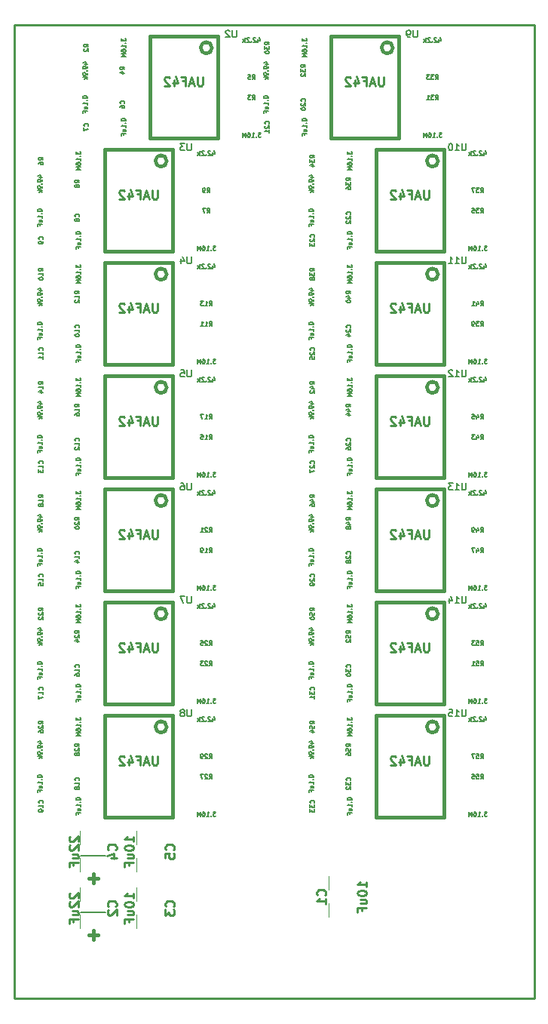
<source format=gbo>
G04 #@! TF.FileFunction,Legend,Bot*
%FSLAX46Y46*%
G04 Gerber Fmt 4.6, Leading zero omitted, Abs format (unit mm)*
G04 Created by KiCad (PCBNEW no-vcs-found-product) date Thu 23 Jul 2015 11:14:11 AM EDT*
%MOMM*%
G01*
G04 APERTURE LIST*
%ADD10C,0.100000*%
%ADD11C,0.228600*%
%ADD12C,0.127000*%
%ADD13C,0.381000*%
%ADD14C,0.254000*%
%ADD15C,0.190500*%
%ADD16R,2.940000X1.670000*%
%ADD17C,2.330400*%
%ADD18O,3.956000X4.972000*%
%ADD19O,5.480000X4.464000*%
%ADD20O,3.956000X5.480000*%
%ADD21O,1.924000X2.940000*%
%ADD22O,1.625600X2.641600*%
%ADD23R,2.000200X1.187400*%
%ADD24R,1.187400X2.000200*%
%ADD25C,3.956000*%
%ADD26R,1.924000X1.035000*%
G04 APERTURE END LIST*
D10*
D11*
X107569000Y-162951160D02*
X107569000Y-53731160D01*
X165989000Y-162951160D02*
X107569000Y-162951160D01*
X165989000Y-53731160D02*
X165989000Y-162951160D01*
X107569000Y-53731160D02*
X165989000Y-53731160D01*
D12*
X117856000Y-153299000D02*
X115062000Y-153299000D01*
D13*
X115951000Y-155839000D02*
X116967000Y-155839000D01*
X116459000Y-155331000D02*
X116459000Y-156347000D01*
D12*
X117856000Y-153553000D02*
X117856000Y-155077000D01*
X117856000Y-155077000D02*
X115062000Y-155077000D01*
X115062000Y-155077000D02*
X115062000Y-153553000D01*
X115062000Y-152029000D02*
X115062000Y-150505000D01*
X115062000Y-150505000D02*
X117856000Y-150505000D01*
X117856000Y-150505000D02*
X117856000Y-152029000D01*
X117856000Y-146949000D02*
X115062000Y-146949000D01*
D13*
X115951000Y-149489000D02*
X116967000Y-149489000D01*
X116459000Y-148981000D02*
X116459000Y-149997000D01*
D12*
X117856000Y-147203000D02*
X117856000Y-148727000D01*
X117856000Y-148727000D02*
X115062000Y-148727000D01*
X115062000Y-148727000D02*
X115062000Y-147203000D01*
X115062000Y-145679000D02*
X115062000Y-144155000D01*
X115062000Y-144155000D02*
X117856000Y-144155000D01*
X117856000Y-144155000D02*
X117856000Y-145679000D01*
X160528000Y-134376000D02*
X160528000Y-135265000D01*
X160528000Y-135265000D02*
X158750000Y-135265000D01*
X158750000Y-135265000D02*
X158750000Y-134376000D01*
X160528000Y-133106000D02*
X160528000Y-132217000D01*
X160528000Y-132217000D02*
X158750000Y-132217000D01*
X158750000Y-132217000D02*
X158750000Y-133106000D01*
X143764000Y-134122000D02*
X144653000Y-134122000D01*
X144653000Y-134122000D02*
X144653000Y-135900000D01*
X144653000Y-135900000D02*
X143764000Y-135900000D01*
X142494000Y-134122000D02*
X141605000Y-134122000D01*
X141605000Y-134122000D02*
X141605000Y-135900000D01*
X141605000Y-135900000D02*
X142494000Y-135900000D01*
X158750000Y-139456000D02*
X158750000Y-138567000D01*
X158750000Y-138567000D02*
X160528000Y-138567000D01*
X160528000Y-138567000D02*
X160528000Y-139456000D01*
X158750000Y-140726000D02*
X158750000Y-141615000D01*
X158750000Y-141615000D02*
X160528000Y-141615000D01*
X160528000Y-141615000D02*
X160528000Y-140726000D01*
X142494000Y-133360000D02*
X141605000Y-133360000D01*
X141605000Y-133360000D02*
X141605000Y-131582000D01*
X141605000Y-131582000D02*
X142494000Y-131582000D01*
X143764000Y-133360000D02*
X144653000Y-133360000D01*
X144653000Y-133360000D02*
X144653000Y-131582000D01*
X144653000Y-131582000D02*
X143764000Y-131582000D01*
X160528000Y-121676000D02*
X160528000Y-122565000D01*
X160528000Y-122565000D02*
X158750000Y-122565000D01*
X158750000Y-122565000D02*
X158750000Y-121676000D01*
X160528000Y-120406000D02*
X160528000Y-119517000D01*
X160528000Y-119517000D02*
X158750000Y-119517000D01*
X158750000Y-119517000D02*
X158750000Y-120406000D01*
X143764000Y-121422000D02*
X144653000Y-121422000D01*
X144653000Y-121422000D02*
X144653000Y-123200000D01*
X144653000Y-123200000D02*
X143764000Y-123200000D01*
X142494000Y-121422000D02*
X141605000Y-121422000D01*
X141605000Y-121422000D02*
X141605000Y-123200000D01*
X141605000Y-123200000D02*
X142494000Y-123200000D01*
X158750000Y-126756000D02*
X158750000Y-125867000D01*
X158750000Y-125867000D02*
X160528000Y-125867000D01*
X160528000Y-125867000D02*
X160528000Y-126756000D01*
X158750000Y-128026000D02*
X158750000Y-128915000D01*
X158750000Y-128915000D02*
X160528000Y-128915000D01*
X160528000Y-128915000D02*
X160528000Y-128026000D01*
X142494000Y-120660000D02*
X141605000Y-120660000D01*
X141605000Y-120660000D02*
X141605000Y-118882000D01*
X141605000Y-118882000D02*
X142494000Y-118882000D01*
X143764000Y-120660000D02*
X144653000Y-120660000D01*
X144653000Y-120660000D02*
X144653000Y-118882000D01*
X144653000Y-118882000D02*
X143764000Y-118882000D01*
X160528000Y-108976000D02*
X160528000Y-109865000D01*
X160528000Y-109865000D02*
X158750000Y-109865000D01*
X158750000Y-109865000D02*
X158750000Y-108976000D01*
X160528000Y-107706000D02*
X160528000Y-106817000D01*
X160528000Y-106817000D02*
X158750000Y-106817000D01*
X158750000Y-106817000D02*
X158750000Y-107706000D01*
X143764000Y-108722000D02*
X144653000Y-108722000D01*
X144653000Y-108722000D02*
X144653000Y-110500000D01*
X144653000Y-110500000D02*
X143764000Y-110500000D01*
X142494000Y-108722000D02*
X141605000Y-108722000D01*
X141605000Y-108722000D02*
X141605000Y-110500000D01*
X141605000Y-110500000D02*
X142494000Y-110500000D01*
X158750000Y-114056000D02*
X158750000Y-113167000D01*
X158750000Y-113167000D02*
X160528000Y-113167000D01*
X160528000Y-113167000D02*
X160528000Y-114056000D01*
X158750000Y-115326000D02*
X158750000Y-116215000D01*
X158750000Y-116215000D02*
X160528000Y-116215000D01*
X160528000Y-116215000D02*
X160528000Y-115326000D01*
X142494000Y-107960000D02*
X141605000Y-107960000D01*
X141605000Y-107960000D02*
X141605000Y-106182000D01*
X141605000Y-106182000D02*
X142494000Y-106182000D01*
X143764000Y-107960000D02*
X144653000Y-107960000D01*
X144653000Y-107960000D02*
X144653000Y-106182000D01*
X144653000Y-106182000D02*
X143764000Y-106182000D01*
X160528000Y-96276200D02*
X160528000Y-97165200D01*
X160528000Y-97165200D02*
X158750000Y-97165200D01*
X158750000Y-97165200D02*
X158750000Y-96276200D01*
X160528000Y-95006200D02*
X160528000Y-94117200D01*
X160528000Y-94117200D02*
X158750000Y-94117200D01*
X158750000Y-94117200D02*
X158750000Y-95006200D01*
X143764000Y-96022200D02*
X144653000Y-96022200D01*
X144653000Y-96022200D02*
X144653000Y-97800200D01*
X144653000Y-97800200D02*
X143764000Y-97800200D01*
X142494000Y-96022200D02*
X141605000Y-96022200D01*
X141605000Y-96022200D02*
X141605000Y-97800200D01*
X141605000Y-97800200D02*
X142494000Y-97800200D01*
X158750000Y-101356000D02*
X158750000Y-100467000D01*
X158750000Y-100467000D02*
X160528000Y-100467000D01*
X160528000Y-100467000D02*
X160528000Y-101356000D01*
X158750000Y-102626000D02*
X158750000Y-103515000D01*
X158750000Y-103515000D02*
X160528000Y-103515000D01*
X160528000Y-103515000D02*
X160528000Y-102626000D01*
X142494000Y-95260200D02*
X141605000Y-95260200D01*
X141605000Y-95260200D02*
X141605000Y-93482200D01*
X141605000Y-93482200D02*
X142494000Y-93482200D01*
X143764000Y-95260200D02*
X144653000Y-95260200D01*
X144653000Y-95260200D02*
X144653000Y-93482200D01*
X144653000Y-93482200D02*
X143764000Y-93482200D01*
X160528000Y-83576200D02*
X160528000Y-84465200D01*
X160528000Y-84465200D02*
X158750000Y-84465200D01*
X158750000Y-84465200D02*
X158750000Y-83576200D01*
X160528000Y-82306200D02*
X160528000Y-81417200D01*
X160528000Y-81417200D02*
X158750000Y-81417200D01*
X158750000Y-81417200D02*
X158750000Y-82306200D01*
X143764000Y-83322200D02*
X144653000Y-83322200D01*
X144653000Y-83322200D02*
X144653000Y-85100200D01*
X144653000Y-85100200D02*
X143764000Y-85100200D01*
X142494000Y-83322200D02*
X141605000Y-83322200D01*
X141605000Y-83322200D02*
X141605000Y-85100200D01*
X141605000Y-85100200D02*
X142494000Y-85100200D01*
X158750000Y-88656200D02*
X158750000Y-87767200D01*
X158750000Y-87767200D02*
X160528000Y-87767200D01*
X160528000Y-87767200D02*
X160528000Y-88656200D01*
X158750000Y-89926200D02*
X158750000Y-90815200D01*
X158750000Y-90815200D02*
X160528000Y-90815200D01*
X160528000Y-90815200D02*
X160528000Y-89926200D01*
X142494000Y-82560200D02*
X141605000Y-82560200D01*
X141605000Y-82560200D02*
X141605000Y-80782200D01*
X141605000Y-80782200D02*
X142494000Y-80782200D01*
X143764000Y-82560200D02*
X144653000Y-82560200D01*
X144653000Y-82560200D02*
X144653000Y-80782200D01*
X144653000Y-80782200D02*
X143764000Y-80782200D01*
X160528000Y-70876200D02*
X160528000Y-71765200D01*
X160528000Y-71765200D02*
X158750000Y-71765200D01*
X158750000Y-71765200D02*
X158750000Y-70876200D01*
X160528000Y-69606200D02*
X160528000Y-68717200D01*
X160528000Y-68717200D02*
X158750000Y-68717200D01*
X158750000Y-68717200D02*
X158750000Y-69606200D01*
X143764000Y-70622200D02*
X144653000Y-70622200D01*
X144653000Y-70622200D02*
X144653000Y-72400200D01*
X144653000Y-72400200D02*
X143764000Y-72400200D01*
X142494000Y-70622200D02*
X141605000Y-70622200D01*
X141605000Y-70622200D02*
X141605000Y-72400200D01*
X141605000Y-72400200D02*
X142494000Y-72400200D01*
X158750000Y-75956200D02*
X158750000Y-75067200D01*
X158750000Y-75067200D02*
X160528000Y-75067200D01*
X160528000Y-75067200D02*
X160528000Y-75956200D01*
X158750000Y-77226200D02*
X158750000Y-78115200D01*
X158750000Y-78115200D02*
X160528000Y-78115200D01*
X160528000Y-78115200D02*
X160528000Y-77226200D01*
X142494000Y-69860200D02*
X141605000Y-69860200D01*
X141605000Y-69860200D02*
X141605000Y-68082200D01*
X141605000Y-68082200D02*
X142494000Y-68082200D01*
X143764000Y-69860200D02*
X144653000Y-69860200D01*
X144653000Y-69860200D02*
X144653000Y-68082200D01*
X144653000Y-68082200D02*
X143764000Y-68082200D01*
X155448000Y-58176200D02*
X155448000Y-59065200D01*
X155448000Y-59065200D02*
X153670000Y-59065200D01*
X153670000Y-59065200D02*
X153670000Y-58176200D01*
X155448000Y-56906200D02*
X155448000Y-56017200D01*
X155448000Y-56017200D02*
X153670000Y-56017200D01*
X153670000Y-56017200D02*
X153670000Y-56906200D01*
X138684000Y-57922200D02*
X139573000Y-57922200D01*
X139573000Y-57922200D02*
X139573000Y-59700200D01*
X139573000Y-59700200D02*
X138684000Y-59700200D01*
X137414000Y-57922200D02*
X136525000Y-57922200D01*
X136525000Y-57922200D02*
X136525000Y-59700200D01*
X136525000Y-59700200D02*
X137414000Y-59700200D01*
X153670000Y-63256200D02*
X153670000Y-62367200D01*
X153670000Y-62367200D02*
X155448000Y-62367200D01*
X155448000Y-62367200D02*
X155448000Y-63256200D01*
X153670000Y-64526200D02*
X153670000Y-65415200D01*
X153670000Y-65415200D02*
X155448000Y-65415200D01*
X155448000Y-65415200D02*
X155448000Y-64526200D01*
X137414000Y-57160200D02*
X136525000Y-57160200D01*
X136525000Y-57160200D02*
X136525000Y-55382200D01*
X136525000Y-55382200D02*
X137414000Y-55382200D01*
X138684000Y-57160200D02*
X139573000Y-57160200D01*
X139573000Y-57160200D02*
X139573000Y-55382200D01*
X139573000Y-55382200D02*
X138684000Y-55382200D01*
X130048000Y-134376000D02*
X130048000Y-135265000D01*
X130048000Y-135265000D02*
X128270000Y-135265000D01*
X128270000Y-135265000D02*
X128270000Y-134376000D01*
X130048000Y-133106000D02*
X130048000Y-132217000D01*
X130048000Y-132217000D02*
X128270000Y-132217000D01*
X128270000Y-132217000D02*
X128270000Y-133106000D01*
X113284000Y-134122000D02*
X114173000Y-134122000D01*
X114173000Y-134122000D02*
X114173000Y-135900000D01*
X114173000Y-135900000D02*
X113284000Y-135900000D01*
X112014000Y-134122000D02*
X111125000Y-134122000D01*
X111125000Y-134122000D02*
X111125000Y-135900000D01*
X111125000Y-135900000D02*
X112014000Y-135900000D01*
X128270000Y-139456000D02*
X128270000Y-138567000D01*
X128270000Y-138567000D02*
X130048000Y-138567000D01*
X130048000Y-138567000D02*
X130048000Y-139456000D01*
X128270000Y-140726000D02*
X128270000Y-141615000D01*
X128270000Y-141615000D02*
X130048000Y-141615000D01*
X130048000Y-141615000D02*
X130048000Y-140726000D01*
X112014000Y-133360000D02*
X111125000Y-133360000D01*
X111125000Y-133360000D02*
X111125000Y-131582000D01*
X111125000Y-131582000D02*
X112014000Y-131582000D01*
X113284000Y-133360000D02*
X114173000Y-133360000D01*
X114173000Y-133360000D02*
X114173000Y-131582000D01*
X114173000Y-131582000D02*
X113284000Y-131582000D01*
X130048000Y-121676000D02*
X130048000Y-122565000D01*
X130048000Y-122565000D02*
X128270000Y-122565000D01*
X128270000Y-122565000D02*
X128270000Y-121676000D01*
X130048000Y-120406000D02*
X130048000Y-119517000D01*
X130048000Y-119517000D02*
X128270000Y-119517000D01*
X128270000Y-119517000D02*
X128270000Y-120406000D01*
X113284000Y-121422000D02*
X114173000Y-121422000D01*
X114173000Y-121422000D02*
X114173000Y-123200000D01*
X114173000Y-123200000D02*
X113284000Y-123200000D01*
X112014000Y-121422000D02*
X111125000Y-121422000D01*
X111125000Y-121422000D02*
X111125000Y-123200000D01*
X111125000Y-123200000D02*
X112014000Y-123200000D01*
X128270000Y-126756000D02*
X128270000Y-125867000D01*
X128270000Y-125867000D02*
X130048000Y-125867000D01*
X130048000Y-125867000D02*
X130048000Y-126756000D01*
X128270000Y-128026000D02*
X128270000Y-128915000D01*
X128270000Y-128915000D02*
X130048000Y-128915000D01*
X130048000Y-128915000D02*
X130048000Y-128026000D01*
X112014000Y-120660000D02*
X111125000Y-120660000D01*
X111125000Y-120660000D02*
X111125000Y-118882000D01*
X111125000Y-118882000D02*
X112014000Y-118882000D01*
X113284000Y-120660000D02*
X114173000Y-120660000D01*
X114173000Y-120660000D02*
X114173000Y-118882000D01*
X114173000Y-118882000D02*
X113284000Y-118882000D01*
X130048000Y-108976000D02*
X130048000Y-109865000D01*
X130048000Y-109865000D02*
X128270000Y-109865000D01*
X128270000Y-109865000D02*
X128270000Y-108976000D01*
X130048000Y-107706000D02*
X130048000Y-106817000D01*
X130048000Y-106817000D02*
X128270000Y-106817000D01*
X128270000Y-106817000D02*
X128270000Y-107706000D01*
X113284000Y-108722000D02*
X114173000Y-108722000D01*
X114173000Y-108722000D02*
X114173000Y-110500000D01*
X114173000Y-110500000D02*
X113284000Y-110500000D01*
X112014000Y-108722000D02*
X111125000Y-108722000D01*
X111125000Y-108722000D02*
X111125000Y-110500000D01*
X111125000Y-110500000D02*
X112014000Y-110500000D01*
X128270000Y-114056000D02*
X128270000Y-113167000D01*
X128270000Y-113167000D02*
X130048000Y-113167000D01*
X130048000Y-113167000D02*
X130048000Y-114056000D01*
X128270000Y-115326000D02*
X128270000Y-116215000D01*
X128270000Y-116215000D02*
X130048000Y-116215000D01*
X130048000Y-116215000D02*
X130048000Y-115326000D01*
X112014000Y-107960000D02*
X111125000Y-107960000D01*
X111125000Y-107960000D02*
X111125000Y-106182000D01*
X111125000Y-106182000D02*
X112014000Y-106182000D01*
X113284000Y-107960000D02*
X114173000Y-107960000D01*
X114173000Y-107960000D02*
X114173000Y-106182000D01*
X114173000Y-106182000D02*
X113284000Y-106182000D01*
X130048000Y-96276200D02*
X130048000Y-97165200D01*
X130048000Y-97165200D02*
X128270000Y-97165200D01*
X128270000Y-97165200D02*
X128270000Y-96276200D01*
X130048000Y-95006200D02*
X130048000Y-94117200D01*
X130048000Y-94117200D02*
X128270000Y-94117200D01*
X128270000Y-94117200D02*
X128270000Y-95006200D01*
X113284000Y-96022200D02*
X114173000Y-96022200D01*
X114173000Y-96022200D02*
X114173000Y-97800200D01*
X114173000Y-97800200D02*
X113284000Y-97800200D01*
X112014000Y-96022200D02*
X111125000Y-96022200D01*
X111125000Y-96022200D02*
X111125000Y-97800200D01*
X111125000Y-97800200D02*
X112014000Y-97800200D01*
X128270000Y-101356000D02*
X128270000Y-100467000D01*
X128270000Y-100467000D02*
X130048000Y-100467000D01*
X130048000Y-100467000D02*
X130048000Y-101356000D01*
X128270000Y-102626000D02*
X128270000Y-103515000D01*
X128270000Y-103515000D02*
X130048000Y-103515000D01*
X130048000Y-103515000D02*
X130048000Y-102626000D01*
X112014000Y-95260200D02*
X111125000Y-95260200D01*
X111125000Y-95260200D02*
X111125000Y-93482200D01*
X111125000Y-93482200D02*
X112014000Y-93482200D01*
X113284000Y-95260200D02*
X114173000Y-95260200D01*
X114173000Y-95260200D02*
X114173000Y-93482200D01*
X114173000Y-93482200D02*
X113284000Y-93482200D01*
X130048000Y-83576200D02*
X130048000Y-84465200D01*
X130048000Y-84465200D02*
X128270000Y-84465200D01*
X128270000Y-84465200D02*
X128270000Y-83576200D01*
X130048000Y-82306200D02*
X130048000Y-81417200D01*
X130048000Y-81417200D02*
X128270000Y-81417200D01*
X128270000Y-81417200D02*
X128270000Y-82306200D01*
X113284000Y-83322200D02*
X114173000Y-83322200D01*
X114173000Y-83322200D02*
X114173000Y-85100200D01*
X114173000Y-85100200D02*
X113284000Y-85100200D01*
X112014000Y-83322200D02*
X111125000Y-83322200D01*
X111125000Y-83322200D02*
X111125000Y-85100200D01*
X111125000Y-85100200D02*
X112014000Y-85100200D01*
X128270000Y-88656200D02*
X128270000Y-87767200D01*
X128270000Y-87767200D02*
X130048000Y-87767200D01*
X130048000Y-87767200D02*
X130048000Y-88656200D01*
X128270000Y-89926200D02*
X128270000Y-90815200D01*
X128270000Y-90815200D02*
X130048000Y-90815200D01*
X130048000Y-90815200D02*
X130048000Y-89926200D01*
X112014000Y-82560200D02*
X111125000Y-82560200D01*
X111125000Y-82560200D02*
X111125000Y-80782200D01*
X111125000Y-80782200D02*
X112014000Y-80782200D01*
X113284000Y-82560200D02*
X114173000Y-82560200D01*
X114173000Y-82560200D02*
X114173000Y-80782200D01*
X114173000Y-80782200D02*
X113284000Y-80782200D01*
X130048000Y-70876200D02*
X130048000Y-71765200D01*
X130048000Y-71765200D02*
X128270000Y-71765200D01*
X128270000Y-71765200D02*
X128270000Y-70876200D01*
X130048000Y-69606200D02*
X130048000Y-68717200D01*
X130048000Y-68717200D02*
X128270000Y-68717200D01*
X128270000Y-68717200D02*
X128270000Y-69606200D01*
X113284000Y-70622200D02*
X114173000Y-70622200D01*
X114173000Y-70622200D02*
X114173000Y-72400200D01*
X114173000Y-72400200D02*
X113284000Y-72400200D01*
X112014000Y-70622200D02*
X111125000Y-70622200D01*
X111125000Y-70622200D02*
X111125000Y-72400200D01*
X111125000Y-72400200D02*
X112014000Y-72400200D01*
X128270000Y-75956200D02*
X128270000Y-75067200D01*
X128270000Y-75067200D02*
X130048000Y-75067200D01*
X130048000Y-75067200D02*
X130048000Y-75956200D01*
X128270000Y-77226200D02*
X128270000Y-78115200D01*
X128270000Y-78115200D02*
X130048000Y-78115200D01*
X130048000Y-78115200D02*
X130048000Y-77226200D01*
X112014000Y-69860200D02*
X111125000Y-69860200D01*
X111125000Y-69860200D02*
X111125000Y-68082200D01*
X111125000Y-68082200D02*
X112014000Y-68082200D01*
X113284000Y-69860200D02*
X114173000Y-69860200D01*
X114173000Y-69860200D02*
X114173000Y-68082200D01*
X114173000Y-68082200D02*
X113284000Y-68082200D01*
X135128000Y-58176200D02*
X135128000Y-59065200D01*
X135128000Y-59065200D02*
X133350000Y-59065200D01*
X133350000Y-59065200D02*
X133350000Y-58176200D01*
X135128000Y-56906200D02*
X135128000Y-56017200D01*
X135128000Y-56017200D02*
X133350000Y-56017200D01*
X133350000Y-56017200D02*
X133350000Y-56906200D01*
X118364000Y-57922200D02*
X119253000Y-57922200D01*
X119253000Y-57922200D02*
X119253000Y-59700200D01*
X119253000Y-59700200D02*
X118364000Y-59700200D01*
X117094000Y-57922200D02*
X116205000Y-57922200D01*
X116205000Y-57922200D02*
X116205000Y-59700200D01*
X116205000Y-59700200D02*
X117094000Y-59700200D01*
X133350000Y-63256200D02*
X133350000Y-62367200D01*
X133350000Y-62367200D02*
X135128000Y-62367200D01*
X135128000Y-62367200D02*
X135128000Y-63256200D01*
X133350000Y-64526200D02*
X133350000Y-65415200D01*
X133350000Y-65415200D02*
X135128000Y-65415200D01*
X135128000Y-65415200D02*
X135128000Y-64526200D01*
X117094000Y-57160200D02*
X116205000Y-57160200D01*
X116205000Y-57160200D02*
X116205000Y-55382200D01*
X116205000Y-55382200D02*
X117094000Y-55382200D01*
X118364000Y-57160200D02*
X119253000Y-57160200D01*
X119253000Y-57160200D02*
X119253000Y-55382200D01*
X119253000Y-55382200D02*
X118364000Y-55382200D01*
X142494000Y-142250000D02*
X141605000Y-142250000D01*
X141605000Y-142250000D02*
X141605000Y-140472000D01*
X141605000Y-140472000D02*
X142494000Y-140472000D01*
X143764000Y-142250000D02*
X144653000Y-142250000D01*
X144653000Y-142250000D02*
X144653000Y-140472000D01*
X144653000Y-140472000D02*
X143764000Y-140472000D01*
X143764000Y-137932000D02*
X144653000Y-137932000D01*
X144653000Y-137932000D02*
X144653000Y-139710000D01*
X144653000Y-139710000D02*
X143764000Y-139710000D01*
X142494000Y-137932000D02*
X141605000Y-137932000D01*
X141605000Y-137932000D02*
X141605000Y-139710000D01*
X141605000Y-139710000D02*
X142494000Y-139710000D01*
X142494000Y-129550000D02*
X141605000Y-129550000D01*
X141605000Y-129550000D02*
X141605000Y-127772000D01*
X141605000Y-127772000D02*
X142494000Y-127772000D01*
X143764000Y-129550000D02*
X144653000Y-129550000D01*
X144653000Y-129550000D02*
X144653000Y-127772000D01*
X144653000Y-127772000D02*
X143764000Y-127772000D01*
X143764000Y-125232000D02*
X144653000Y-125232000D01*
X144653000Y-125232000D02*
X144653000Y-127010000D01*
X144653000Y-127010000D02*
X143764000Y-127010000D01*
X142494000Y-125232000D02*
X141605000Y-125232000D01*
X141605000Y-125232000D02*
X141605000Y-127010000D01*
X141605000Y-127010000D02*
X142494000Y-127010000D01*
X142494000Y-116850000D02*
X141605000Y-116850000D01*
X141605000Y-116850000D02*
X141605000Y-115072000D01*
X141605000Y-115072000D02*
X142494000Y-115072000D01*
X143764000Y-116850000D02*
X144653000Y-116850000D01*
X144653000Y-116850000D02*
X144653000Y-115072000D01*
X144653000Y-115072000D02*
X143764000Y-115072000D01*
X143764000Y-112532000D02*
X144653000Y-112532000D01*
X144653000Y-112532000D02*
X144653000Y-114310000D01*
X144653000Y-114310000D02*
X143764000Y-114310000D01*
X142494000Y-112532000D02*
X141605000Y-112532000D01*
X141605000Y-112532000D02*
X141605000Y-114310000D01*
X141605000Y-114310000D02*
X142494000Y-114310000D01*
X142494000Y-104150000D02*
X141605000Y-104150000D01*
X141605000Y-104150000D02*
X141605000Y-102372000D01*
X141605000Y-102372000D02*
X142494000Y-102372000D01*
X143764000Y-104150000D02*
X144653000Y-104150000D01*
X144653000Y-104150000D02*
X144653000Y-102372000D01*
X144653000Y-102372000D02*
X143764000Y-102372000D01*
X143764000Y-99832000D02*
X144653000Y-99832000D01*
X144653000Y-99832000D02*
X144653000Y-101610000D01*
X144653000Y-101610000D02*
X143764000Y-101610000D01*
X142494000Y-99832000D02*
X141605000Y-99832000D01*
X141605000Y-99832000D02*
X141605000Y-101610000D01*
X141605000Y-101610000D02*
X142494000Y-101610000D01*
X142494000Y-91450200D02*
X141605000Y-91450200D01*
X141605000Y-91450200D02*
X141605000Y-89672200D01*
X141605000Y-89672200D02*
X142494000Y-89672200D01*
X143764000Y-91450200D02*
X144653000Y-91450200D01*
X144653000Y-91450200D02*
X144653000Y-89672200D01*
X144653000Y-89672200D02*
X143764000Y-89672200D01*
X143764000Y-87132200D02*
X144653000Y-87132200D01*
X144653000Y-87132200D02*
X144653000Y-88910200D01*
X144653000Y-88910200D02*
X143764000Y-88910200D01*
X142494000Y-87132200D02*
X141605000Y-87132200D01*
X141605000Y-87132200D02*
X141605000Y-88910200D01*
X141605000Y-88910200D02*
X142494000Y-88910200D01*
X142494000Y-78750200D02*
X141605000Y-78750200D01*
X141605000Y-78750200D02*
X141605000Y-76972200D01*
X141605000Y-76972200D02*
X142494000Y-76972200D01*
X143764000Y-78750200D02*
X144653000Y-78750200D01*
X144653000Y-78750200D02*
X144653000Y-76972200D01*
X144653000Y-76972200D02*
X143764000Y-76972200D01*
X143764000Y-74432200D02*
X144653000Y-74432200D01*
X144653000Y-74432200D02*
X144653000Y-76210200D01*
X144653000Y-76210200D02*
X143764000Y-76210200D01*
X142494000Y-74432200D02*
X141605000Y-74432200D01*
X141605000Y-74432200D02*
X141605000Y-76210200D01*
X141605000Y-76210200D02*
X142494000Y-76210200D01*
X137414000Y-66050200D02*
X136525000Y-66050200D01*
X136525000Y-66050200D02*
X136525000Y-64272200D01*
X136525000Y-64272200D02*
X137414000Y-64272200D01*
X138684000Y-66050200D02*
X139573000Y-66050200D01*
X139573000Y-66050200D02*
X139573000Y-64272200D01*
X139573000Y-64272200D02*
X138684000Y-64272200D01*
X138684000Y-61732200D02*
X139573000Y-61732200D01*
X139573000Y-61732200D02*
X139573000Y-63510200D01*
X139573000Y-63510200D02*
X138684000Y-63510200D01*
X137414000Y-61732200D02*
X136525000Y-61732200D01*
X136525000Y-61732200D02*
X136525000Y-63510200D01*
X136525000Y-63510200D02*
X137414000Y-63510200D01*
X112014000Y-142250000D02*
X111125000Y-142250000D01*
X111125000Y-142250000D02*
X111125000Y-140472000D01*
X111125000Y-140472000D02*
X112014000Y-140472000D01*
X113284000Y-142250000D02*
X114173000Y-142250000D01*
X114173000Y-142250000D02*
X114173000Y-140472000D01*
X114173000Y-140472000D02*
X113284000Y-140472000D01*
X113284000Y-137932000D02*
X114173000Y-137932000D01*
X114173000Y-137932000D02*
X114173000Y-139710000D01*
X114173000Y-139710000D02*
X113284000Y-139710000D01*
X112014000Y-137932000D02*
X111125000Y-137932000D01*
X111125000Y-137932000D02*
X111125000Y-139710000D01*
X111125000Y-139710000D02*
X112014000Y-139710000D01*
X112014000Y-129550000D02*
X111125000Y-129550000D01*
X111125000Y-129550000D02*
X111125000Y-127772000D01*
X111125000Y-127772000D02*
X112014000Y-127772000D01*
X113284000Y-129550000D02*
X114173000Y-129550000D01*
X114173000Y-129550000D02*
X114173000Y-127772000D01*
X114173000Y-127772000D02*
X113284000Y-127772000D01*
X113284000Y-125232000D02*
X114173000Y-125232000D01*
X114173000Y-125232000D02*
X114173000Y-127010000D01*
X114173000Y-127010000D02*
X113284000Y-127010000D01*
X112014000Y-125232000D02*
X111125000Y-125232000D01*
X111125000Y-125232000D02*
X111125000Y-127010000D01*
X111125000Y-127010000D02*
X112014000Y-127010000D01*
X112014000Y-116850000D02*
X111125000Y-116850000D01*
X111125000Y-116850000D02*
X111125000Y-115072000D01*
X111125000Y-115072000D02*
X112014000Y-115072000D01*
X113284000Y-116850000D02*
X114173000Y-116850000D01*
X114173000Y-116850000D02*
X114173000Y-115072000D01*
X114173000Y-115072000D02*
X113284000Y-115072000D01*
X113284000Y-112532000D02*
X114173000Y-112532000D01*
X114173000Y-112532000D02*
X114173000Y-114310000D01*
X114173000Y-114310000D02*
X113284000Y-114310000D01*
X112014000Y-112532000D02*
X111125000Y-112532000D01*
X111125000Y-112532000D02*
X111125000Y-114310000D01*
X111125000Y-114310000D02*
X112014000Y-114310000D01*
X112014000Y-104150000D02*
X111125000Y-104150000D01*
X111125000Y-104150000D02*
X111125000Y-102372000D01*
X111125000Y-102372000D02*
X112014000Y-102372000D01*
X113284000Y-104150000D02*
X114173000Y-104150000D01*
X114173000Y-104150000D02*
X114173000Y-102372000D01*
X114173000Y-102372000D02*
X113284000Y-102372000D01*
X113284000Y-99832000D02*
X114173000Y-99832000D01*
X114173000Y-99832000D02*
X114173000Y-101610000D01*
X114173000Y-101610000D02*
X113284000Y-101610000D01*
X112014000Y-99832000D02*
X111125000Y-99832000D01*
X111125000Y-99832000D02*
X111125000Y-101610000D01*
X111125000Y-101610000D02*
X112014000Y-101610000D01*
X112014000Y-91450200D02*
X111125000Y-91450200D01*
X111125000Y-91450200D02*
X111125000Y-89672200D01*
X111125000Y-89672200D02*
X112014000Y-89672200D01*
X113284000Y-91450200D02*
X114173000Y-91450200D01*
X114173000Y-91450200D02*
X114173000Y-89672200D01*
X114173000Y-89672200D02*
X113284000Y-89672200D01*
X113284000Y-87132200D02*
X114173000Y-87132200D01*
X114173000Y-87132200D02*
X114173000Y-88910200D01*
X114173000Y-88910200D02*
X113284000Y-88910200D01*
X112014000Y-87132200D02*
X111125000Y-87132200D01*
X111125000Y-87132200D02*
X111125000Y-88910200D01*
X111125000Y-88910200D02*
X112014000Y-88910200D01*
X112014000Y-78750200D02*
X111125000Y-78750200D01*
X111125000Y-78750200D02*
X111125000Y-76972200D01*
X111125000Y-76972200D02*
X112014000Y-76972200D01*
X113284000Y-78750200D02*
X114173000Y-78750200D01*
X114173000Y-78750200D02*
X114173000Y-76972200D01*
X114173000Y-76972200D02*
X113284000Y-76972200D01*
X113284000Y-74432200D02*
X114173000Y-74432200D01*
X114173000Y-74432200D02*
X114173000Y-76210200D01*
X114173000Y-76210200D02*
X113284000Y-76210200D01*
X112014000Y-74432200D02*
X111125000Y-74432200D01*
X111125000Y-74432200D02*
X111125000Y-76210200D01*
X111125000Y-76210200D02*
X112014000Y-76210200D01*
X117094000Y-66050200D02*
X116205000Y-66050200D01*
X116205000Y-66050200D02*
X116205000Y-64272200D01*
X116205000Y-64272200D02*
X117094000Y-64272200D01*
X118364000Y-66050200D02*
X119253000Y-66050200D01*
X119253000Y-66050200D02*
X119253000Y-64272200D01*
X119253000Y-64272200D02*
X118364000Y-64272200D01*
X118364000Y-61732200D02*
X119253000Y-61732200D01*
X119253000Y-61732200D02*
X119253000Y-63510200D01*
X119253000Y-63510200D02*
X118364000Y-63510200D01*
X117094000Y-61732200D02*
X116205000Y-61732200D01*
X116205000Y-61732200D02*
X116205000Y-63510200D01*
X116205000Y-63510200D02*
X117094000Y-63510200D01*
D13*
X155194000Y-132471000D02*
G75*
G03X155194000Y-132471000I-635000J0D01*
G01*
X155829000Y-131201000D02*
X155829000Y-142631000D01*
X155829000Y-142631000D02*
X148209000Y-142631000D01*
X148209000Y-142631000D02*
X148209000Y-131201000D01*
X148209000Y-131201000D02*
X155829000Y-131201000D01*
X155194000Y-119771000D02*
G75*
G03X155194000Y-119771000I-635000J0D01*
G01*
X155829000Y-118501000D02*
X155829000Y-129931000D01*
X155829000Y-129931000D02*
X148209000Y-129931000D01*
X148209000Y-129931000D02*
X148209000Y-118501000D01*
X148209000Y-118501000D02*
X155829000Y-118501000D01*
X155194000Y-107071000D02*
G75*
G03X155194000Y-107071000I-635000J0D01*
G01*
X155829000Y-105801000D02*
X155829000Y-117231000D01*
X155829000Y-117231000D02*
X148209000Y-117231000D01*
X148209000Y-117231000D02*
X148209000Y-105801000D01*
X148209000Y-105801000D02*
X155829000Y-105801000D01*
X155194000Y-94371200D02*
G75*
G03X155194000Y-94371200I-635000J0D01*
G01*
X155829000Y-93101200D02*
X155829000Y-104531200D01*
X155829000Y-104531200D02*
X148209000Y-104531200D01*
X148209000Y-104531200D02*
X148209000Y-93101200D01*
X148209000Y-93101200D02*
X155829000Y-93101200D01*
X155194000Y-81671200D02*
G75*
G03X155194000Y-81671200I-635000J0D01*
G01*
X155829000Y-80401200D02*
X155829000Y-91831200D01*
X155829000Y-91831200D02*
X148209000Y-91831200D01*
X148209000Y-91831200D02*
X148209000Y-80401200D01*
X148209000Y-80401200D02*
X155829000Y-80401200D01*
X155194000Y-68971200D02*
G75*
G03X155194000Y-68971200I-635000J0D01*
G01*
X155829000Y-67701200D02*
X155829000Y-79131200D01*
X155829000Y-79131200D02*
X148209000Y-79131200D01*
X148209000Y-79131200D02*
X148209000Y-67701200D01*
X148209000Y-67701200D02*
X155829000Y-67701200D01*
X150114000Y-56271200D02*
G75*
G03X150114000Y-56271200I-635000J0D01*
G01*
X150749000Y-55001200D02*
X150749000Y-66431200D01*
X150749000Y-66431200D02*
X143129000Y-66431200D01*
X143129000Y-66431200D02*
X143129000Y-55001200D01*
X143129000Y-55001200D02*
X150749000Y-55001200D01*
X124714000Y-132471000D02*
G75*
G03X124714000Y-132471000I-635000J0D01*
G01*
X125349000Y-131201000D02*
X125349000Y-142631000D01*
X125349000Y-142631000D02*
X117729000Y-142631000D01*
X117729000Y-142631000D02*
X117729000Y-131201000D01*
X117729000Y-131201000D02*
X125349000Y-131201000D01*
X124714000Y-119771000D02*
G75*
G03X124714000Y-119771000I-635000J0D01*
G01*
X125349000Y-118501000D02*
X125349000Y-129931000D01*
X125349000Y-129931000D02*
X117729000Y-129931000D01*
X117729000Y-129931000D02*
X117729000Y-118501000D01*
X117729000Y-118501000D02*
X125349000Y-118501000D01*
X124714000Y-107071000D02*
G75*
G03X124714000Y-107071000I-635000J0D01*
G01*
X125349000Y-105801000D02*
X125349000Y-117231000D01*
X125349000Y-117231000D02*
X117729000Y-117231000D01*
X117729000Y-117231000D02*
X117729000Y-105801000D01*
X117729000Y-105801000D02*
X125349000Y-105801000D01*
X124714000Y-94371200D02*
G75*
G03X124714000Y-94371200I-635000J0D01*
G01*
X125349000Y-93101200D02*
X125349000Y-104531200D01*
X125349000Y-104531200D02*
X117729000Y-104531200D01*
X117729000Y-104531200D02*
X117729000Y-93101200D01*
X117729000Y-93101200D02*
X125349000Y-93101200D01*
X124714000Y-81671200D02*
G75*
G03X124714000Y-81671200I-635000J0D01*
G01*
X125349000Y-80401200D02*
X125349000Y-91831200D01*
X125349000Y-91831200D02*
X117729000Y-91831200D01*
X117729000Y-91831200D02*
X117729000Y-80401200D01*
X117729000Y-80401200D02*
X125349000Y-80401200D01*
X124714000Y-68971200D02*
G75*
G03X124714000Y-68971200I-635000J0D01*
G01*
X125349000Y-67701200D02*
X125349000Y-79131200D01*
X125349000Y-79131200D02*
X117729000Y-79131200D01*
X117729000Y-79131200D02*
X117729000Y-67701200D01*
X117729000Y-67701200D02*
X125349000Y-67701200D01*
X129794000Y-56271200D02*
G75*
G03X129794000Y-56271200I-635000J0D01*
G01*
X130429000Y-55001200D02*
X130429000Y-66431200D01*
X130429000Y-66431200D02*
X122809000Y-66431200D01*
X122809000Y-66431200D02*
X122809000Y-55001200D01*
X122809000Y-55001200D02*
X130429000Y-55001200D01*
D12*
X124206000Y-147203000D02*
X124206000Y-148727000D01*
X124206000Y-148727000D02*
X121412000Y-148727000D01*
X121412000Y-148727000D02*
X121412000Y-147203000D01*
X121412000Y-145679000D02*
X121412000Y-144155000D01*
X121412000Y-144155000D02*
X124206000Y-144155000D01*
X124206000Y-144155000D02*
X124206000Y-145679000D01*
X124206000Y-153553000D02*
X124206000Y-155077000D01*
X124206000Y-155077000D02*
X121412000Y-155077000D01*
X121412000Y-155077000D02*
X121412000Y-153553000D01*
X121412000Y-152029000D02*
X121412000Y-150505000D01*
X121412000Y-150505000D02*
X124206000Y-150505000D01*
X124206000Y-150505000D02*
X124206000Y-152029000D01*
X143002000Y-150759000D02*
X143002000Y-149235000D01*
X143002000Y-149235000D02*
X145796000Y-149235000D01*
X145796000Y-149235000D02*
X145796000Y-150759000D01*
X145796000Y-152283000D02*
X145796000Y-153807000D01*
X145796000Y-153807000D02*
X143002000Y-153807000D01*
X143002000Y-153807000D02*
X143002000Y-152283000D01*
D14*
X118980857Y-152621667D02*
X119029238Y-152573286D01*
X119077619Y-152428143D01*
X119077619Y-152331381D01*
X119029238Y-152186239D01*
X118932476Y-152089477D01*
X118835714Y-152041096D01*
X118642190Y-151992715D01*
X118497048Y-151992715D01*
X118303524Y-152041096D01*
X118206762Y-152089477D01*
X118110000Y-152186239D01*
X118061619Y-152331381D01*
X118061619Y-152428143D01*
X118110000Y-152573286D01*
X118158381Y-152621667D01*
X118158381Y-153008715D02*
X118110000Y-153057096D01*
X118061619Y-153153858D01*
X118061619Y-153395762D01*
X118110000Y-153492524D01*
X118158381Y-153540905D01*
X118255143Y-153589286D01*
X118351905Y-153589286D01*
X118497048Y-153540905D01*
X119077619Y-152960334D01*
X119077619Y-153589286D01*
X113840381Y-151121858D02*
X113792000Y-151170239D01*
X113743619Y-151267001D01*
X113743619Y-151508905D01*
X113792000Y-151605667D01*
X113840381Y-151654048D01*
X113937143Y-151702429D01*
X114033905Y-151702429D01*
X114179048Y-151654048D01*
X114759619Y-151073477D01*
X114759619Y-151702429D01*
X113840381Y-152089477D02*
X113792000Y-152137858D01*
X113743619Y-152234620D01*
X113743619Y-152476524D01*
X113792000Y-152573286D01*
X113840381Y-152621667D01*
X113937143Y-152670048D01*
X114033905Y-152670048D01*
X114179048Y-152621667D01*
X114759619Y-152041096D01*
X114759619Y-152670048D01*
X114082286Y-153540905D02*
X114759619Y-153540905D01*
X114082286Y-153105477D02*
X114614476Y-153105477D01*
X114711238Y-153153858D01*
X114759619Y-153250620D01*
X114759619Y-153395762D01*
X114711238Y-153492524D01*
X114662857Y-153540905D01*
X114227429Y-154363381D02*
X114227429Y-154024715D01*
X114759619Y-154024715D02*
X113743619Y-154024715D01*
X113743619Y-154508524D01*
X118980857Y-146271667D02*
X119029238Y-146223286D01*
X119077619Y-146078143D01*
X119077619Y-145981381D01*
X119029238Y-145836239D01*
X118932476Y-145739477D01*
X118835714Y-145691096D01*
X118642190Y-145642715D01*
X118497048Y-145642715D01*
X118303524Y-145691096D01*
X118206762Y-145739477D01*
X118110000Y-145836239D01*
X118061619Y-145981381D01*
X118061619Y-146078143D01*
X118110000Y-146223286D01*
X118158381Y-146271667D01*
X118400286Y-147142524D02*
X119077619Y-147142524D01*
X118013238Y-146900620D02*
X118738952Y-146658715D01*
X118738952Y-147287667D01*
X113840381Y-144771858D02*
X113792000Y-144820239D01*
X113743619Y-144917001D01*
X113743619Y-145158905D01*
X113792000Y-145255667D01*
X113840381Y-145304048D01*
X113937143Y-145352429D01*
X114033905Y-145352429D01*
X114179048Y-145304048D01*
X114759619Y-144723477D01*
X114759619Y-145352429D01*
X113840381Y-145739477D02*
X113792000Y-145787858D01*
X113743619Y-145884620D01*
X113743619Y-146126524D01*
X113792000Y-146223286D01*
X113840381Y-146271667D01*
X113937143Y-146320048D01*
X114033905Y-146320048D01*
X114179048Y-146271667D01*
X114759619Y-145691096D01*
X114759619Y-146320048D01*
X114082286Y-147190905D02*
X114759619Y-147190905D01*
X114082286Y-146755477D02*
X114614476Y-146755477D01*
X114711238Y-146803858D01*
X114759619Y-146900620D01*
X114759619Y-147045762D01*
X114711238Y-147142524D01*
X114662857Y-147190905D01*
X114227429Y-148013381D02*
X114227429Y-147674715D01*
X114759619Y-147674715D02*
X113743619Y-147674715D01*
X113743619Y-148158524D01*
D12*
X159965572Y-136002810D02*
X160134905Y-135760905D01*
X160255858Y-136002810D02*
X160255858Y-135494810D01*
X160062334Y-135494810D01*
X160013953Y-135519000D01*
X159989762Y-135543190D01*
X159965572Y-135591571D01*
X159965572Y-135664143D01*
X159989762Y-135712524D01*
X160013953Y-135736714D01*
X160062334Y-135760905D01*
X160255858Y-135760905D01*
X159505953Y-135494810D02*
X159747858Y-135494810D01*
X159772048Y-135736714D01*
X159747858Y-135712524D01*
X159699477Y-135688333D01*
X159578524Y-135688333D01*
X159530143Y-135712524D01*
X159505953Y-135736714D01*
X159481762Y-135785095D01*
X159481762Y-135906048D01*
X159505953Y-135954429D01*
X159530143Y-135978619D01*
X159578524Y-136002810D01*
X159699477Y-136002810D01*
X159747858Y-135978619D01*
X159772048Y-135954429D01*
X159312429Y-135494810D02*
X158973762Y-135494810D01*
X159191476Y-136002810D01*
X160352619Y-131473143D02*
X160352619Y-131811810D01*
X160473572Y-131279619D02*
X160594524Y-131642476D01*
X160280048Y-131642476D01*
X160110714Y-131352190D02*
X160086524Y-131328000D01*
X160038143Y-131303810D01*
X159917190Y-131303810D01*
X159868809Y-131328000D01*
X159844619Y-131352190D01*
X159820428Y-131400571D01*
X159820428Y-131448952D01*
X159844619Y-131521524D01*
X160134905Y-131811810D01*
X159820428Y-131811810D01*
X159602714Y-131763429D02*
X159578523Y-131787619D01*
X159602714Y-131811810D01*
X159626904Y-131787619D01*
X159602714Y-131763429D01*
X159602714Y-131811810D01*
X159384999Y-131352190D02*
X159360809Y-131328000D01*
X159312428Y-131303810D01*
X159191475Y-131303810D01*
X159143094Y-131328000D01*
X159118904Y-131352190D01*
X159094713Y-131400571D01*
X159094713Y-131448952D01*
X159118904Y-131521524D01*
X159409190Y-131811810D01*
X159094713Y-131811810D01*
X158876999Y-131811810D02*
X158876999Y-131303810D01*
X158828618Y-131618286D02*
X158683475Y-131811810D01*
X158683475Y-131473143D02*
X158876999Y-131666667D01*
X145390810Y-134684428D02*
X145148905Y-134515095D01*
X145390810Y-134394142D02*
X144882810Y-134394142D01*
X144882810Y-134587666D01*
X144907000Y-134636047D01*
X144931190Y-134660238D01*
X144979571Y-134684428D01*
X145052143Y-134684428D01*
X145100524Y-134660238D01*
X145124714Y-134636047D01*
X145148905Y-134587666D01*
X145148905Y-134394142D01*
X144882810Y-135144047D02*
X144882810Y-134902142D01*
X145124714Y-134877952D01*
X145100524Y-134902142D01*
X145076333Y-134950523D01*
X145076333Y-135071476D01*
X145100524Y-135119857D01*
X145124714Y-135144047D01*
X145173095Y-135168238D01*
X145294048Y-135168238D01*
X145342429Y-135144047D01*
X145366619Y-135119857D01*
X145390810Y-135071476D01*
X145390810Y-134950523D01*
X145366619Y-134902142D01*
X145342429Y-134877952D01*
X144882810Y-135603667D02*
X144882810Y-135506905D01*
X144907000Y-135458524D01*
X144931190Y-135434333D01*
X145003762Y-135385952D01*
X145100524Y-135361762D01*
X145294048Y-135361762D01*
X145342429Y-135385952D01*
X145366619Y-135410143D01*
X145390810Y-135458524D01*
X145390810Y-135555286D01*
X145366619Y-135603667D01*
X145342429Y-135627857D01*
X145294048Y-135652048D01*
X145173095Y-135652048D01*
X145124714Y-135627857D01*
X145100524Y-135603667D01*
X145076333Y-135555286D01*
X145076333Y-135458524D01*
X145100524Y-135410143D01*
X145124714Y-135385952D01*
X145173095Y-135361762D01*
X140861143Y-134297381D02*
X141199810Y-134297381D01*
X140667619Y-134176428D02*
X141030476Y-134055476D01*
X141030476Y-134369952D01*
X141199810Y-134587667D02*
X141199810Y-134684429D01*
X141175619Y-134732810D01*
X141151429Y-134757000D01*
X141078857Y-134805381D01*
X140982095Y-134829572D01*
X140788571Y-134829572D01*
X140740190Y-134805381D01*
X140716000Y-134781191D01*
X140691810Y-134732810D01*
X140691810Y-134636048D01*
X140716000Y-134587667D01*
X140740190Y-134563476D01*
X140788571Y-134539286D01*
X140909524Y-134539286D01*
X140957905Y-134563476D01*
X140982095Y-134587667D01*
X141006286Y-134636048D01*
X141006286Y-134732810D01*
X140982095Y-134781191D01*
X140957905Y-134805381D01*
X140909524Y-134829572D01*
X141151429Y-135047286D02*
X141175619Y-135071477D01*
X141199810Y-135047286D01*
X141175619Y-135023096D01*
X141151429Y-135047286D01*
X141199810Y-135047286D01*
X141199810Y-135313382D02*
X141199810Y-135410144D01*
X141175619Y-135458525D01*
X141151429Y-135482715D01*
X141078857Y-135531096D01*
X140982095Y-135555287D01*
X140788571Y-135555287D01*
X140740190Y-135531096D01*
X140716000Y-135506906D01*
X140691810Y-135458525D01*
X140691810Y-135361763D01*
X140716000Y-135313382D01*
X140740190Y-135289191D01*
X140788571Y-135265001D01*
X140909524Y-135265001D01*
X140957905Y-135289191D01*
X140982095Y-135313382D01*
X141006286Y-135361763D01*
X141006286Y-135458525D01*
X140982095Y-135506906D01*
X140957905Y-135531096D01*
X140909524Y-135555287D01*
X141199810Y-135773001D02*
X140691810Y-135773001D01*
X141006286Y-135821382D02*
X141199810Y-135966525D01*
X140861143Y-135966525D02*
X141054667Y-135773001D01*
X159965572Y-138288810D02*
X160134905Y-138046905D01*
X160255858Y-138288810D02*
X160255858Y-137780810D01*
X160062334Y-137780810D01*
X160013953Y-137805000D01*
X159989762Y-137829190D01*
X159965572Y-137877571D01*
X159965572Y-137950143D01*
X159989762Y-137998524D01*
X160013953Y-138022714D01*
X160062334Y-138046905D01*
X160255858Y-138046905D01*
X159505953Y-137780810D02*
X159747858Y-137780810D01*
X159772048Y-138022714D01*
X159747858Y-137998524D01*
X159699477Y-137974333D01*
X159578524Y-137974333D01*
X159530143Y-137998524D01*
X159505953Y-138022714D01*
X159481762Y-138071095D01*
X159481762Y-138192048D01*
X159505953Y-138240429D01*
X159530143Y-138264619D01*
X159578524Y-138288810D01*
X159699477Y-138288810D01*
X159747858Y-138264619D01*
X159772048Y-138240429D01*
X159022143Y-137780810D02*
X159264048Y-137780810D01*
X159288238Y-138022714D01*
X159264048Y-137998524D01*
X159215667Y-137974333D01*
X159094714Y-137974333D01*
X159046333Y-137998524D01*
X159022143Y-138022714D01*
X158997952Y-138071095D01*
X158997952Y-138192048D01*
X159022143Y-138240429D01*
X159046333Y-138264619D01*
X159094714Y-138288810D01*
X159215667Y-138288810D01*
X159264048Y-138264619D01*
X159288238Y-138240429D01*
X160703382Y-141971810D02*
X160388905Y-141971810D01*
X160558239Y-142165333D01*
X160485667Y-142165333D01*
X160437286Y-142189524D01*
X160413096Y-142213714D01*
X160388905Y-142262095D01*
X160388905Y-142383048D01*
X160413096Y-142431429D01*
X160437286Y-142455619D01*
X160485667Y-142479810D01*
X160630810Y-142479810D01*
X160679191Y-142455619D01*
X160703382Y-142431429D01*
X160171191Y-142431429D02*
X160147000Y-142455619D01*
X160171191Y-142479810D01*
X160195381Y-142455619D01*
X160171191Y-142431429D01*
X160171191Y-142479810D01*
X159663190Y-142479810D02*
X159953476Y-142479810D01*
X159808333Y-142479810D02*
X159808333Y-141971810D01*
X159856714Y-142044381D01*
X159905095Y-142092762D01*
X159953476Y-142116952D01*
X159227761Y-141971810D02*
X159324523Y-141971810D01*
X159372904Y-141996000D01*
X159397095Y-142020190D01*
X159445476Y-142092762D01*
X159469666Y-142189524D01*
X159469666Y-142383048D01*
X159445476Y-142431429D01*
X159421285Y-142455619D01*
X159372904Y-142479810D01*
X159276142Y-142479810D01*
X159227761Y-142455619D01*
X159203571Y-142431429D01*
X159179380Y-142383048D01*
X159179380Y-142262095D01*
X159203571Y-142213714D01*
X159227761Y-142189524D01*
X159276142Y-142165333D01*
X159372904Y-142165333D01*
X159421285Y-142189524D01*
X159445476Y-142213714D01*
X159469666Y-142262095D01*
X158961666Y-142479810D02*
X158961666Y-141971810D01*
X158792332Y-142334667D01*
X158622999Y-141971810D01*
X158622999Y-142479810D01*
X141326810Y-132144428D02*
X141084905Y-131975095D01*
X141326810Y-131854142D02*
X140818810Y-131854142D01*
X140818810Y-132047666D01*
X140843000Y-132096047D01*
X140867190Y-132120238D01*
X140915571Y-132144428D01*
X140988143Y-132144428D01*
X141036524Y-132120238D01*
X141060714Y-132096047D01*
X141084905Y-132047666D01*
X141084905Y-131854142D01*
X140818810Y-132604047D02*
X140818810Y-132362142D01*
X141060714Y-132337952D01*
X141036524Y-132362142D01*
X141012333Y-132410523D01*
X141012333Y-132531476D01*
X141036524Y-132579857D01*
X141060714Y-132604047D01*
X141109095Y-132628238D01*
X141230048Y-132628238D01*
X141278429Y-132604047D01*
X141302619Y-132579857D01*
X141326810Y-132531476D01*
X141326810Y-132410523D01*
X141302619Y-132362142D01*
X141278429Y-132337952D01*
X140988143Y-133063667D02*
X141326810Y-133063667D01*
X140794619Y-132942714D02*
X141157476Y-132821762D01*
X141157476Y-133136238D01*
X145009810Y-131406618D02*
X145009810Y-131721095D01*
X145203333Y-131551761D01*
X145203333Y-131624333D01*
X145227524Y-131672714D01*
X145251714Y-131696904D01*
X145300095Y-131721095D01*
X145421048Y-131721095D01*
X145469429Y-131696904D01*
X145493619Y-131672714D01*
X145517810Y-131624333D01*
X145517810Y-131479190D01*
X145493619Y-131430809D01*
X145469429Y-131406618D01*
X145469429Y-131938809D02*
X145493619Y-131963000D01*
X145517810Y-131938809D01*
X145493619Y-131914619D01*
X145469429Y-131938809D01*
X145517810Y-131938809D01*
X145517810Y-132446810D02*
X145517810Y-132156524D01*
X145517810Y-132301667D02*
X145009810Y-132301667D01*
X145082381Y-132253286D01*
X145130762Y-132204905D01*
X145154952Y-132156524D01*
X145009810Y-132882239D02*
X145009810Y-132785477D01*
X145034000Y-132737096D01*
X145058190Y-132712905D01*
X145130762Y-132664524D01*
X145227524Y-132640334D01*
X145421048Y-132640334D01*
X145469429Y-132664524D01*
X145493619Y-132688715D01*
X145517810Y-132737096D01*
X145517810Y-132833858D01*
X145493619Y-132882239D01*
X145469429Y-132906429D01*
X145421048Y-132930620D01*
X145300095Y-132930620D01*
X145251714Y-132906429D01*
X145227524Y-132882239D01*
X145203333Y-132833858D01*
X145203333Y-132737096D01*
X145227524Y-132688715D01*
X145251714Y-132664524D01*
X145300095Y-132640334D01*
X145517810Y-133148334D02*
X145009810Y-133148334D01*
X145372667Y-133317668D01*
X145009810Y-133487001D01*
X145517810Y-133487001D01*
X159965572Y-123302810D02*
X160134905Y-123060905D01*
X160255858Y-123302810D02*
X160255858Y-122794810D01*
X160062334Y-122794810D01*
X160013953Y-122819000D01*
X159989762Y-122843190D01*
X159965572Y-122891571D01*
X159965572Y-122964143D01*
X159989762Y-123012524D01*
X160013953Y-123036714D01*
X160062334Y-123060905D01*
X160255858Y-123060905D01*
X159505953Y-122794810D02*
X159747858Y-122794810D01*
X159772048Y-123036714D01*
X159747858Y-123012524D01*
X159699477Y-122988333D01*
X159578524Y-122988333D01*
X159530143Y-123012524D01*
X159505953Y-123036714D01*
X159481762Y-123085095D01*
X159481762Y-123206048D01*
X159505953Y-123254429D01*
X159530143Y-123278619D01*
X159578524Y-123302810D01*
X159699477Y-123302810D01*
X159747858Y-123278619D01*
X159772048Y-123254429D01*
X159312429Y-122794810D02*
X158997952Y-122794810D01*
X159167286Y-122988333D01*
X159094714Y-122988333D01*
X159046333Y-123012524D01*
X159022143Y-123036714D01*
X158997952Y-123085095D01*
X158997952Y-123206048D01*
X159022143Y-123254429D01*
X159046333Y-123278619D01*
X159094714Y-123302810D01*
X159239857Y-123302810D01*
X159288238Y-123278619D01*
X159312429Y-123254429D01*
X160352619Y-118773143D02*
X160352619Y-119111810D01*
X160473572Y-118579619D02*
X160594524Y-118942476D01*
X160280048Y-118942476D01*
X160110714Y-118652190D02*
X160086524Y-118628000D01*
X160038143Y-118603810D01*
X159917190Y-118603810D01*
X159868809Y-118628000D01*
X159844619Y-118652190D01*
X159820428Y-118700571D01*
X159820428Y-118748952D01*
X159844619Y-118821524D01*
X160134905Y-119111810D01*
X159820428Y-119111810D01*
X159602714Y-119063429D02*
X159578523Y-119087619D01*
X159602714Y-119111810D01*
X159626904Y-119087619D01*
X159602714Y-119063429D01*
X159602714Y-119111810D01*
X159384999Y-118652190D02*
X159360809Y-118628000D01*
X159312428Y-118603810D01*
X159191475Y-118603810D01*
X159143094Y-118628000D01*
X159118904Y-118652190D01*
X159094713Y-118700571D01*
X159094713Y-118748952D01*
X159118904Y-118821524D01*
X159409190Y-119111810D01*
X159094713Y-119111810D01*
X158876999Y-119111810D02*
X158876999Y-118603810D01*
X158828618Y-118918286D02*
X158683475Y-119111810D01*
X158683475Y-118773143D02*
X158876999Y-118966667D01*
X145390810Y-121984428D02*
X145148905Y-121815095D01*
X145390810Y-121694142D02*
X144882810Y-121694142D01*
X144882810Y-121887666D01*
X144907000Y-121936047D01*
X144931190Y-121960238D01*
X144979571Y-121984428D01*
X145052143Y-121984428D01*
X145100524Y-121960238D01*
X145124714Y-121936047D01*
X145148905Y-121887666D01*
X145148905Y-121694142D01*
X144882810Y-122444047D02*
X144882810Y-122202142D01*
X145124714Y-122177952D01*
X145100524Y-122202142D01*
X145076333Y-122250523D01*
X145076333Y-122371476D01*
X145100524Y-122419857D01*
X145124714Y-122444047D01*
X145173095Y-122468238D01*
X145294048Y-122468238D01*
X145342429Y-122444047D01*
X145366619Y-122419857D01*
X145390810Y-122371476D01*
X145390810Y-122250523D01*
X145366619Y-122202142D01*
X145342429Y-122177952D01*
X144931190Y-122661762D02*
X144907000Y-122685952D01*
X144882810Y-122734333D01*
X144882810Y-122855286D01*
X144907000Y-122903667D01*
X144931190Y-122927857D01*
X144979571Y-122952048D01*
X145027952Y-122952048D01*
X145100524Y-122927857D01*
X145390810Y-122637571D01*
X145390810Y-122952048D01*
X140861143Y-121597381D02*
X141199810Y-121597381D01*
X140667619Y-121476428D02*
X141030476Y-121355476D01*
X141030476Y-121669952D01*
X141199810Y-121887667D02*
X141199810Y-121984429D01*
X141175619Y-122032810D01*
X141151429Y-122057000D01*
X141078857Y-122105381D01*
X140982095Y-122129572D01*
X140788571Y-122129572D01*
X140740190Y-122105381D01*
X140716000Y-122081191D01*
X140691810Y-122032810D01*
X140691810Y-121936048D01*
X140716000Y-121887667D01*
X140740190Y-121863476D01*
X140788571Y-121839286D01*
X140909524Y-121839286D01*
X140957905Y-121863476D01*
X140982095Y-121887667D01*
X141006286Y-121936048D01*
X141006286Y-122032810D01*
X140982095Y-122081191D01*
X140957905Y-122105381D01*
X140909524Y-122129572D01*
X141151429Y-122347286D02*
X141175619Y-122371477D01*
X141199810Y-122347286D01*
X141175619Y-122323096D01*
X141151429Y-122347286D01*
X141199810Y-122347286D01*
X141199810Y-122613382D02*
X141199810Y-122710144D01*
X141175619Y-122758525D01*
X141151429Y-122782715D01*
X141078857Y-122831096D01*
X140982095Y-122855287D01*
X140788571Y-122855287D01*
X140740190Y-122831096D01*
X140716000Y-122806906D01*
X140691810Y-122758525D01*
X140691810Y-122661763D01*
X140716000Y-122613382D01*
X140740190Y-122589191D01*
X140788571Y-122565001D01*
X140909524Y-122565001D01*
X140957905Y-122589191D01*
X140982095Y-122613382D01*
X141006286Y-122661763D01*
X141006286Y-122758525D01*
X140982095Y-122806906D01*
X140957905Y-122831096D01*
X140909524Y-122855287D01*
X141199810Y-123073001D02*
X140691810Y-123073001D01*
X141006286Y-123121382D02*
X141199810Y-123266525D01*
X140861143Y-123266525D02*
X141054667Y-123073001D01*
X159965572Y-125588810D02*
X160134905Y-125346905D01*
X160255858Y-125588810D02*
X160255858Y-125080810D01*
X160062334Y-125080810D01*
X160013953Y-125105000D01*
X159989762Y-125129190D01*
X159965572Y-125177571D01*
X159965572Y-125250143D01*
X159989762Y-125298524D01*
X160013953Y-125322714D01*
X160062334Y-125346905D01*
X160255858Y-125346905D01*
X159505953Y-125080810D02*
X159747858Y-125080810D01*
X159772048Y-125322714D01*
X159747858Y-125298524D01*
X159699477Y-125274333D01*
X159578524Y-125274333D01*
X159530143Y-125298524D01*
X159505953Y-125322714D01*
X159481762Y-125371095D01*
X159481762Y-125492048D01*
X159505953Y-125540429D01*
X159530143Y-125564619D01*
X159578524Y-125588810D01*
X159699477Y-125588810D01*
X159747858Y-125564619D01*
X159772048Y-125540429D01*
X158997952Y-125588810D02*
X159288238Y-125588810D01*
X159143095Y-125588810D02*
X159143095Y-125080810D01*
X159191476Y-125153381D01*
X159239857Y-125201762D01*
X159288238Y-125225952D01*
X160703382Y-129271810D02*
X160388905Y-129271810D01*
X160558239Y-129465333D01*
X160485667Y-129465333D01*
X160437286Y-129489524D01*
X160413096Y-129513714D01*
X160388905Y-129562095D01*
X160388905Y-129683048D01*
X160413096Y-129731429D01*
X160437286Y-129755619D01*
X160485667Y-129779810D01*
X160630810Y-129779810D01*
X160679191Y-129755619D01*
X160703382Y-129731429D01*
X160171191Y-129731429D02*
X160147000Y-129755619D01*
X160171191Y-129779810D01*
X160195381Y-129755619D01*
X160171191Y-129731429D01*
X160171191Y-129779810D01*
X159663190Y-129779810D02*
X159953476Y-129779810D01*
X159808333Y-129779810D02*
X159808333Y-129271810D01*
X159856714Y-129344381D01*
X159905095Y-129392762D01*
X159953476Y-129416952D01*
X159227761Y-129271810D02*
X159324523Y-129271810D01*
X159372904Y-129296000D01*
X159397095Y-129320190D01*
X159445476Y-129392762D01*
X159469666Y-129489524D01*
X159469666Y-129683048D01*
X159445476Y-129731429D01*
X159421285Y-129755619D01*
X159372904Y-129779810D01*
X159276142Y-129779810D01*
X159227761Y-129755619D01*
X159203571Y-129731429D01*
X159179380Y-129683048D01*
X159179380Y-129562095D01*
X159203571Y-129513714D01*
X159227761Y-129489524D01*
X159276142Y-129465333D01*
X159372904Y-129465333D01*
X159421285Y-129489524D01*
X159445476Y-129513714D01*
X159469666Y-129562095D01*
X158961666Y-129779810D02*
X158961666Y-129271810D01*
X158792332Y-129634667D01*
X158622999Y-129271810D01*
X158622999Y-129779810D01*
X141326810Y-119444428D02*
X141084905Y-119275095D01*
X141326810Y-119154142D02*
X140818810Y-119154142D01*
X140818810Y-119347666D01*
X140843000Y-119396047D01*
X140867190Y-119420238D01*
X140915571Y-119444428D01*
X140988143Y-119444428D01*
X141036524Y-119420238D01*
X141060714Y-119396047D01*
X141084905Y-119347666D01*
X141084905Y-119154142D01*
X140818810Y-119904047D02*
X140818810Y-119662142D01*
X141060714Y-119637952D01*
X141036524Y-119662142D01*
X141012333Y-119710523D01*
X141012333Y-119831476D01*
X141036524Y-119879857D01*
X141060714Y-119904047D01*
X141109095Y-119928238D01*
X141230048Y-119928238D01*
X141278429Y-119904047D01*
X141302619Y-119879857D01*
X141326810Y-119831476D01*
X141326810Y-119710523D01*
X141302619Y-119662142D01*
X141278429Y-119637952D01*
X140818810Y-120242714D02*
X140818810Y-120291095D01*
X140843000Y-120339476D01*
X140867190Y-120363667D01*
X140915571Y-120387857D01*
X141012333Y-120412048D01*
X141133286Y-120412048D01*
X141230048Y-120387857D01*
X141278429Y-120363667D01*
X141302619Y-120339476D01*
X141326810Y-120291095D01*
X141326810Y-120242714D01*
X141302619Y-120194333D01*
X141278429Y-120170143D01*
X141230048Y-120145952D01*
X141133286Y-120121762D01*
X141012333Y-120121762D01*
X140915571Y-120145952D01*
X140867190Y-120170143D01*
X140843000Y-120194333D01*
X140818810Y-120242714D01*
X145009810Y-118706618D02*
X145009810Y-119021095D01*
X145203333Y-118851761D01*
X145203333Y-118924333D01*
X145227524Y-118972714D01*
X145251714Y-118996904D01*
X145300095Y-119021095D01*
X145421048Y-119021095D01*
X145469429Y-118996904D01*
X145493619Y-118972714D01*
X145517810Y-118924333D01*
X145517810Y-118779190D01*
X145493619Y-118730809D01*
X145469429Y-118706618D01*
X145469429Y-119238809D02*
X145493619Y-119263000D01*
X145517810Y-119238809D01*
X145493619Y-119214619D01*
X145469429Y-119238809D01*
X145517810Y-119238809D01*
X145517810Y-119746810D02*
X145517810Y-119456524D01*
X145517810Y-119601667D02*
X145009810Y-119601667D01*
X145082381Y-119553286D01*
X145130762Y-119504905D01*
X145154952Y-119456524D01*
X145009810Y-120182239D02*
X145009810Y-120085477D01*
X145034000Y-120037096D01*
X145058190Y-120012905D01*
X145130762Y-119964524D01*
X145227524Y-119940334D01*
X145421048Y-119940334D01*
X145469429Y-119964524D01*
X145493619Y-119988715D01*
X145517810Y-120037096D01*
X145517810Y-120133858D01*
X145493619Y-120182239D01*
X145469429Y-120206429D01*
X145421048Y-120230620D01*
X145300095Y-120230620D01*
X145251714Y-120206429D01*
X145227524Y-120182239D01*
X145203333Y-120133858D01*
X145203333Y-120037096D01*
X145227524Y-119988715D01*
X145251714Y-119964524D01*
X145300095Y-119940334D01*
X145517810Y-120448334D02*
X145009810Y-120448334D01*
X145372667Y-120617668D01*
X145009810Y-120787001D01*
X145517810Y-120787001D01*
X159965572Y-110602810D02*
X160134905Y-110360905D01*
X160255858Y-110602810D02*
X160255858Y-110094810D01*
X160062334Y-110094810D01*
X160013953Y-110119000D01*
X159989762Y-110143190D01*
X159965572Y-110191571D01*
X159965572Y-110264143D01*
X159989762Y-110312524D01*
X160013953Y-110336714D01*
X160062334Y-110360905D01*
X160255858Y-110360905D01*
X159530143Y-110264143D02*
X159530143Y-110602810D01*
X159651096Y-110070619D02*
X159772048Y-110433476D01*
X159457572Y-110433476D01*
X159239857Y-110602810D02*
X159143095Y-110602810D01*
X159094714Y-110578619D01*
X159070524Y-110554429D01*
X159022143Y-110481857D01*
X158997952Y-110385095D01*
X158997952Y-110191571D01*
X159022143Y-110143190D01*
X159046333Y-110119000D01*
X159094714Y-110094810D01*
X159191476Y-110094810D01*
X159239857Y-110119000D01*
X159264048Y-110143190D01*
X159288238Y-110191571D01*
X159288238Y-110312524D01*
X159264048Y-110360905D01*
X159239857Y-110385095D01*
X159191476Y-110409286D01*
X159094714Y-110409286D01*
X159046333Y-110385095D01*
X159022143Y-110360905D01*
X158997952Y-110312524D01*
X160352619Y-106073143D02*
X160352619Y-106411810D01*
X160473572Y-105879619D02*
X160594524Y-106242476D01*
X160280048Y-106242476D01*
X160110714Y-105952190D02*
X160086524Y-105928000D01*
X160038143Y-105903810D01*
X159917190Y-105903810D01*
X159868809Y-105928000D01*
X159844619Y-105952190D01*
X159820428Y-106000571D01*
X159820428Y-106048952D01*
X159844619Y-106121524D01*
X160134905Y-106411810D01*
X159820428Y-106411810D01*
X159602714Y-106363429D02*
X159578523Y-106387619D01*
X159602714Y-106411810D01*
X159626904Y-106387619D01*
X159602714Y-106363429D01*
X159602714Y-106411810D01*
X159384999Y-105952190D02*
X159360809Y-105928000D01*
X159312428Y-105903810D01*
X159191475Y-105903810D01*
X159143094Y-105928000D01*
X159118904Y-105952190D01*
X159094713Y-106000571D01*
X159094713Y-106048952D01*
X159118904Y-106121524D01*
X159409190Y-106411810D01*
X159094713Y-106411810D01*
X158876999Y-106411810D02*
X158876999Y-105903810D01*
X158828618Y-106218286D02*
X158683475Y-106411810D01*
X158683475Y-106073143D02*
X158876999Y-106266667D01*
X145390810Y-109284428D02*
X145148905Y-109115095D01*
X145390810Y-108994142D02*
X144882810Y-108994142D01*
X144882810Y-109187666D01*
X144907000Y-109236047D01*
X144931190Y-109260238D01*
X144979571Y-109284428D01*
X145052143Y-109284428D01*
X145100524Y-109260238D01*
X145124714Y-109236047D01*
X145148905Y-109187666D01*
X145148905Y-108994142D01*
X145052143Y-109719857D02*
X145390810Y-109719857D01*
X144858619Y-109598904D02*
X145221476Y-109477952D01*
X145221476Y-109792428D01*
X145100524Y-110058524D02*
X145076333Y-110010143D01*
X145052143Y-109985952D01*
X145003762Y-109961762D01*
X144979571Y-109961762D01*
X144931190Y-109985952D01*
X144907000Y-110010143D01*
X144882810Y-110058524D01*
X144882810Y-110155286D01*
X144907000Y-110203667D01*
X144931190Y-110227857D01*
X144979571Y-110252048D01*
X145003762Y-110252048D01*
X145052143Y-110227857D01*
X145076333Y-110203667D01*
X145100524Y-110155286D01*
X145100524Y-110058524D01*
X145124714Y-110010143D01*
X145148905Y-109985952D01*
X145197286Y-109961762D01*
X145294048Y-109961762D01*
X145342429Y-109985952D01*
X145366619Y-110010143D01*
X145390810Y-110058524D01*
X145390810Y-110155286D01*
X145366619Y-110203667D01*
X145342429Y-110227857D01*
X145294048Y-110252048D01*
X145197286Y-110252048D01*
X145148905Y-110227857D01*
X145124714Y-110203667D01*
X145100524Y-110155286D01*
X140861143Y-108897381D02*
X141199810Y-108897381D01*
X140667619Y-108776428D02*
X141030476Y-108655476D01*
X141030476Y-108969952D01*
X141199810Y-109187667D02*
X141199810Y-109284429D01*
X141175619Y-109332810D01*
X141151429Y-109357000D01*
X141078857Y-109405381D01*
X140982095Y-109429572D01*
X140788571Y-109429572D01*
X140740190Y-109405381D01*
X140716000Y-109381191D01*
X140691810Y-109332810D01*
X140691810Y-109236048D01*
X140716000Y-109187667D01*
X140740190Y-109163476D01*
X140788571Y-109139286D01*
X140909524Y-109139286D01*
X140957905Y-109163476D01*
X140982095Y-109187667D01*
X141006286Y-109236048D01*
X141006286Y-109332810D01*
X140982095Y-109381191D01*
X140957905Y-109405381D01*
X140909524Y-109429572D01*
X141151429Y-109647286D02*
X141175619Y-109671477D01*
X141199810Y-109647286D01*
X141175619Y-109623096D01*
X141151429Y-109647286D01*
X141199810Y-109647286D01*
X141199810Y-109913382D02*
X141199810Y-110010144D01*
X141175619Y-110058525D01*
X141151429Y-110082715D01*
X141078857Y-110131096D01*
X140982095Y-110155287D01*
X140788571Y-110155287D01*
X140740190Y-110131096D01*
X140716000Y-110106906D01*
X140691810Y-110058525D01*
X140691810Y-109961763D01*
X140716000Y-109913382D01*
X140740190Y-109889191D01*
X140788571Y-109865001D01*
X140909524Y-109865001D01*
X140957905Y-109889191D01*
X140982095Y-109913382D01*
X141006286Y-109961763D01*
X141006286Y-110058525D01*
X140982095Y-110106906D01*
X140957905Y-110131096D01*
X140909524Y-110155287D01*
X141199810Y-110373001D02*
X140691810Y-110373001D01*
X141006286Y-110421382D02*
X141199810Y-110566525D01*
X140861143Y-110566525D02*
X141054667Y-110373001D01*
X159965572Y-112888810D02*
X160134905Y-112646905D01*
X160255858Y-112888810D02*
X160255858Y-112380810D01*
X160062334Y-112380810D01*
X160013953Y-112405000D01*
X159989762Y-112429190D01*
X159965572Y-112477571D01*
X159965572Y-112550143D01*
X159989762Y-112598524D01*
X160013953Y-112622714D01*
X160062334Y-112646905D01*
X160255858Y-112646905D01*
X159530143Y-112550143D02*
X159530143Y-112888810D01*
X159651096Y-112356619D02*
X159772048Y-112719476D01*
X159457572Y-112719476D01*
X159312429Y-112380810D02*
X158973762Y-112380810D01*
X159191476Y-112888810D01*
X160703382Y-116571810D02*
X160388905Y-116571810D01*
X160558239Y-116765333D01*
X160485667Y-116765333D01*
X160437286Y-116789524D01*
X160413096Y-116813714D01*
X160388905Y-116862095D01*
X160388905Y-116983048D01*
X160413096Y-117031429D01*
X160437286Y-117055619D01*
X160485667Y-117079810D01*
X160630810Y-117079810D01*
X160679191Y-117055619D01*
X160703382Y-117031429D01*
X160171191Y-117031429D02*
X160147000Y-117055619D01*
X160171191Y-117079810D01*
X160195381Y-117055619D01*
X160171191Y-117031429D01*
X160171191Y-117079810D01*
X159663190Y-117079810D02*
X159953476Y-117079810D01*
X159808333Y-117079810D02*
X159808333Y-116571810D01*
X159856714Y-116644381D01*
X159905095Y-116692762D01*
X159953476Y-116716952D01*
X159227761Y-116571810D02*
X159324523Y-116571810D01*
X159372904Y-116596000D01*
X159397095Y-116620190D01*
X159445476Y-116692762D01*
X159469666Y-116789524D01*
X159469666Y-116983048D01*
X159445476Y-117031429D01*
X159421285Y-117055619D01*
X159372904Y-117079810D01*
X159276142Y-117079810D01*
X159227761Y-117055619D01*
X159203571Y-117031429D01*
X159179380Y-116983048D01*
X159179380Y-116862095D01*
X159203571Y-116813714D01*
X159227761Y-116789524D01*
X159276142Y-116765333D01*
X159372904Y-116765333D01*
X159421285Y-116789524D01*
X159445476Y-116813714D01*
X159469666Y-116862095D01*
X158961666Y-117079810D02*
X158961666Y-116571810D01*
X158792332Y-116934667D01*
X158622999Y-116571810D01*
X158622999Y-117079810D01*
X141326810Y-106744428D02*
X141084905Y-106575095D01*
X141326810Y-106454142D02*
X140818810Y-106454142D01*
X140818810Y-106647666D01*
X140843000Y-106696047D01*
X140867190Y-106720238D01*
X140915571Y-106744428D01*
X140988143Y-106744428D01*
X141036524Y-106720238D01*
X141060714Y-106696047D01*
X141084905Y-106647666D01*
X141084905Y-106454142D01*
X140988143Y-107179857D02*
X141326810Y-107179857D01*
X140794619Y-107058904D02*
X141157476Y-106937952D01*
X141157476Y-107252428D01*
X140818810Y-107663667D02*
X140818810Y-107566905D01*
X140843000Y-107518524D01*
X140867190Y-107494333D01*
X140939762Y-107445952D01*
X141036524Y-107421762D01*
X141230048Y-107421762D01*
X141278429Y-107445952D01*
X141302619Y-107470143D01*
X141326810Y-107518524D01*
X141326810Y-107615286D01*
X141302619Y-107663667D01*
X141278429Y-107687857D01*
X141230048Y-107712048D01*
X141109095Y-107712048D01*
X141060714Y-107687857D01*
X141036524Y-107663667D01*
X141012333Y-107615286D01*
X141012333Y-107518524D01*
X141036524Y-107470143D01*
X141060714Y-107445952D01*
X141109095Y-107421762D01*
X145009810Y-106006618D02*
X145009810Y-106321095D01*
X145203333Y-106151761D01*
X145203333Y-106224333D01*
X145227524Y-106272714D01*
X145251714Y-106296904D01*
X145300095Y-106321095D01*
X145421048Y-106321095D01*
X145469429Y-106296904D01*
X145493619Y-106272714D01*
X145517810Y-106224333D01*
X145517810Y-106079190D01*
X145493619Y-106030809D01*
X145469429Y-106006618D01*
X145469429Y-106538809D02*
X145493619Y-106563000D01*
X145517810Y-106538809D01*
X145493619Y-106514619D01*
X145469429Y-106538809D01*
X145517810Y-106538809D01*
X145517810Y-107046810D02*
X145517810Y-106756524D01*
X145517810Y-106901667D02*
X145009810Y-106901667D01*
X145082381Y-106853286D01*
X145130762Y-106804905D01*
X145154952Y-106756524D01*
X145009810Y-107482239D02*
X145009810Y-107385477D01*
X145034000Y-107337096D01*
X145058190Y-107312905D01*
X145130762Y-107264524D01*
X145227524Y-107240334D01*
X145421048Y-107240334D01*
X145469429Y-107264524D01*
X145493619Y-107288715D01*
X145517810Y-107337096D01*
X145517810Y-107433858D01*
X145493619Y-107482239D01*
X145469429Y-107506429D01*
X145421048Y-107530620D01*
X145300095Y-107530620D01*
X145251714Y-107506429D01*
X145227524Y-107482239D01*
X145203333Y-107433858D01*
X145203333Y-107337096D01*
X145227524Y-107288715D01*
X145251714Y-107264524D01*
X145300095Y-107240334D01*
X145517810Y-107748334D02*
X145009810Y-107748334D01*
X145372667Y-107917668D01*
X145009810Y-108087001D01*
X145517810Y-108087001D01*
X159965572Y-97903010D02*
X160134905Y-97661105D01*
X160255858Y-97903010D02*
X160255858Y-97395010D01*
X160062334Y-97395010D01*
X160013953Y-97419200D01*
X159989762Y-97443390D01*
X159965572Y-97491771D01*
X159965572Y-97564343D01*
X159989762Y-97612724D01*
X160013953Y-97636914D01*
X160062334Y-97661105D01*
X160255858Y-97661105D01*
X159530143Y-97564343D02*
X159530143Y-97903010D01*
X159651096Y-97370819D02*
X159772048Y-97733676D01*
X159457572Y-97733676D01*
X159022143Y-97395010D02*
X159264048Y-97395010D01*
X159288238Y-97636914D01*
X159264048Y-97612724D01*
X159215667Y-97588533D01*
X159094714Y-97588533D01*
X159046333Y-97612724D01*
X159022143Y-97636914D01*
X158997952Y-97685295D01*
X158997952Y-97806248D01*
X159022143Y-97854629D01*
X159046333Y-97878819D01*
X159094714Y-97903010D01*
X159215667Y-97903010D01*
X159264048Y-97878819D01*
X159288238Y-97854629D01*
X160352619Y-93373343D02*
X160352619Y-93712010D01*
X160473572Y-93179819D02*
X160594524Y-93542676D01*
X160280048Y-93542676D01*
X160110714Y-93252390D02*
X160086524Y-93228200D01*
X160038143Y-93204010D01*
X159917190Y-93204010D01*
X159868809Y-93228200D01*
X159844619Y-93252390D01*
X159820428Y-93300771D01*
X159820428Y-93349152D01*
X159844619Y-93421724D01*
X160134905Y-93712010D01*
X159820428Y-93712010D01*
X159602714Y-93663629D02*
X159578523Y-93687819D01*
X159602714Y-93712010D01*
X159626904Y-93687819D01*
X159602714Y-93663629D01*
X159602714Y-93712010D01*
X159384999Y-93252390D02*
X159360809Y-93228200D01*
X159312428Y-93204010D01*
X159191475Y-93204010D01*
X159143094Y-93228200D01*
X159118904Y-93252390D01*
X159094713Y-93300771D01*
X159094713Y-93349152D01*
X159118904Y-93421724D01*
X159409190Y-93712010D01*
X159094713Y-93712010D01*
X158876999Y-93712010D02*
X158876999Y-93204010D01*
X158828618Y-93518486D02*
X158683475Y-93712010D01*
X158683475Y-93373343D02*
X158876999Y-93566867D01*
X145390810Y-96584628D02*
X145148905Y-96415295D01*
X145390810Y-96294342D02*
X144882810Y-96294342D01*
X144882810Y-96487866D01*
X144907000Y-96536247D01*
X144931190Y-96560438D01*
X144979571Y-96584628D01*
X145052143Y-96584628D01*
X145100524Y-96560438D01*
X145124714Y-96536247D01*
X145148905Y-96487866D01*
X145148905Y-96294342D01*
X145052143Y-97020057D02*
X145390810Y-97020057D01*
X144858619Y-96899104D02*
X145221476Y-96778152D01*
X145221476Y-97092628D01*
X145052143Y-97503867D02*
X145390810Y-97503867D01*
X144858619Y-97382914D02*
X145221476Y-97261962D01*
X145221476Y-97576438D01*
X140861143Y-96197581D02*
X141199810Y-96197581D01*
X140667619Y-96076628D02*
X141030476Y-95955676D01*
X141030476Y-96270152D01*
X141199810Y-96487867D02*
X141199810Y-96584629D01*
X141175619Y-96633010D01*
X141151429Y-96657200D01*
X141078857Y-96705581D01*
X140982095Y-96729772D01*
X140788571Y-96729772D01*
X140740190Y-96705581D01*
X140716000Y-96681391D01*
X140691810Y-96633010D01*
X140691810Y-96536248D01*
X140716000Y-96487867D01*
X140740190Y-96463676D01*
X140788571Y-96439486D01*
X140909524Y-96439486D01*
X140957905Y-96463676D01*
X140982095Y-96487867D01*
X141006286Y-96536248D01*
X141006286Y-96633010D01*
X140982095Y-96681391D01*
X140957905Y-96705581D01*
X140909524Y-96729772D01*
X141151429Y-96947486D02*
X141175619Y-96971677D01*
X141199810Y-96947486D01*
X141175619Y-96923296D01*
X141151429Y-96947486D01*
X141199810Y-96947486D01*
X141199810Y-97213582D02*
X141199810Y-97310344D01*
X141175619Y-97358725D01*
X141151429Y-97382915D01*
X141078857Y-97431296D01*
X140982095Y-97455487D01*
X140788571Y-97455487D01*
X140740190Y-97431296D01*
X140716000Y-97407106D01*
X140691810Y-97358725D01*
X140691810Y-97261963D01*
X140716000Y-97213582D01*
X140740190Y-97189391D01*
X140788571Y-97165201D01*
X140909524Y-97165201D01*
X140957905Y-97189391D01*
X140982095Y-97213582D01*
X141006286Y-97261963D01*
X141006286Y-97358725D01*
X140982095Y-97407106D01*
X140957905Y-97431296D01*
X140909524Y-97455487D01*
X141199810Y-97673201D02*
X140691810Y-97673201D01*
X141006286Y-97721582D02*
X141199810Y-97866725D01*
X140861143Y-97866725D02*
X141054667Y-97673201D01*
X159965572Y-100188810D02*
X160134905Y-99946905D01*
X160255858Y-100188810D02*
X160255858Y-99680810D01*
X160062334Y-99680810D01*
X160013953Y-99705000D01*
X159989762Y-99729190D01*
X159965572Y-99777571D01*
X159965572Y-99850143D01*
X159989762Y-99898524D01*
X160013953Y-99922714D01*
X160062334Y-99946905D01*
X160255858Y-99946905D01*
X159530143Y-99850143D02*
X159530143Y-100188810D01*
X159651096Y-99656619D02*
X159772048Y-100019476D01*
X159457572Y-100019476D01*
X159312429Y-99680810D02*
X158997952Y-99680810D01*
X159167286Y-99874333D01*
X159094714Y-99874333D01*
X159046333Y-99898524D01*
X159022143Y-99922714D01*
X158997952Y-99971095D01*
X158997952Y-100092048D01*
X159022143Y-100140429D01*
X159046333Y-100164619D01*
X159094714Y-100188810D01*
X159239857Y-100188810D01*
X159288238Y-100164619D01*
X159312429Y-100140429D01*
X160703382Y-103871810D02*
X160388905Y-103871810D01*
X160558239Y-104065333D01*
X160485667Y-104065333D01*
X160437286Y-104089524D01*
X160413096Y-104113714D01*
X160388905Y-104162095D01*
X160388905Y-104283048D01*
X160413096Y-104331429D01*
X160437286Y-104355619D01*
X160485667Y-104379810D01*
X160630810Y-104379810D01*
X160679191Y-104355619D01*
X160703382Y-104331429D01*
X160171191Y-104331429D02*
X160147000Y-104355619D01*
X160171191Y-104379810D01*
X160195381Y-104355619D01*
X160171191Y-104331429D01*
X160171191Y-104379810D01*
X159663190Y-104379810D02*
X159953476Y-104379810D01*
X159808333Y-104379810D02*
X159808333Y-103871810D01*
X159856714Y-103944381D01*
X159905095Y-103992762D01*
X159953476Y-104016952D01*
X159227761Y-103871810D02*
X159324523Y-103871810D01*
X159372904Y-103896000D01*
X159397095Y-103920190D01*
X159445476Y-103992762D01*
X159469666Y-104089524D01*
X159469666Y-104283048D01*
X159445476Y-104331429D01*
X159421285Y-104355619D01*
X159372904Y-104379810D01*
X159276142Y-104379810D01*
X159227761Y-104355619D01*
X159203571Y-104331429D01*
X159179380Y-104283048D01*
X159179380Y-104162095D01*
X159203571Y-104113714D01*
X159227761Y-104089524D01*
X159276142Y-104065333D01*
X159372904Y-104065333D01*
X159421285Y-104089524D01*
X159445476Y-104113714D01*
X159469666Y-104162095D01*
X158961666Y-104379810D02*
X158961666Y-103871810D01*
X158792332Y-104234667D01*
X158622999Y-103871810D01*
X158622999Y-104379810D01*
X141326810Y-94044628D02*
X141084905Y-93875295D01*
X141326810Y-93754342D02*
X140818810Y-93754342D01*
X140818810Y-93947866D01*
X140843000Y-93996247D01*
X140867190Y-94020438D01*
X140915571Y-94044628D01*
X140988143Y-94044628D01*
X141036524Y-94020438D01*
X141060714Y-93996247D01*
X141084905Y-93947866D01*
X141084905Y-93754342D01*
X140988143Y-94480057D02*
X141326810Y-94480057D01*
X140794619Y-94359104D02*
X141157476Y-94238152D01*
X141157476Y-94552628D01*
X140867190Y-94721962D02*
X140843000Y-94746152D01*
X140818810Y-94794533D01*
X140818810Y-94915486D01*
X140843000Y-94963867D01*
X140867190Y-94988057D01*
X140915571Y-95012248D01*
X140963952Y-95012248D01*
X141036524Y-94988057D01*
X141326810Y-94697771D01*
X141326810Y-95012248D01*
X145009810Y-93306818D02*
X145009810Y-93621295D01*
X145203333Y-93451961D01*
X145203333Y-93524533D01*
X145227524Y-93572914D01*
X145251714Y-93597104D01*
X145300095Y-93621295D01*
X145421048Y-93621295D01*
X145469429Y-93597104D01*
X145493619Y-93572914D01*
X145517810Y-93524533D01*
X145517810Y-93379390D01*
X145493619Y-93331009D01*
X145469429Y-93306818D01*
X145469429Y-93839009D02*
X145493619Y-93863200D01*
X145517810Y-93839009D01*
X145493619Y-93814819D01*
X145469429Y-93839009D01*
X145517810Y-93839009D01*
X145517810Y-94347010D02*
X145517810Y-94056724D01*
X145517810Y-94201867D02*
X145009810Y-94201867D01*
X145082381Y-94153486D01*
X145130762Y-94105105D01*
X145154952Y-94056724D01*
X145009810Y-94782439D02*
X145009810Y-94685677D01*
X145034000Y-94637296D01*
X145058190Y-94613105D01*
X145130762Y-94564724D01*
X145227524Y-94540534D01*
X145421048Y-94540534D01*
X145469429Y-94564724D01*
X145493619Y-94588915D01*
X145517810Y-94637296D01*
X145517810Y-94734058D01*
X145493619Y-94782439D01*
X145469429Y-94806629D01*
X145421048Y-94830820D01*
X145300095Y-94830820D01*
X145251714Y-94806629D01*
X145227524Y-94782439D01*
X145203333Y-94734058D01*
X145203333Y-94637296D01*
X145227524Y-94588915D01*
X145251714Y-94564724D01*
X145300095Y-94540534D01*
X145517810Y-95048534D02*
X145009810Y-95048534D01*
X145372667Y-95217868D01*
X145009810Y-95387201D01*
X145517810Y-95387201D01*
X159965572Y-85203010D02*
X160134905Y-84961105D01*
X160255858Y-85203010D02*
X160255858Y-84695010D01*
X160062334Y-84695010D01*
X160013953Y-84719200D01*
X159989762Y-84743390D01*
X159965572Y-84791771D01*
X159965572Y-84864343D01*
X159989762Y-84912724D01*
X160013953Y-84936914D01*
X160062334Y-84961105D01*
X160255858Y-84961105D01*
X159530143Y-84864343D02*
X159530143Y-85203010D01*
X159651096Y-84670819D02*
X159772048Y-85033676D01*
X159457572Y-85033676D01*
X158997952Y-85203010D02*
X159288238Y-85203010D01*
X159143095Y-85203010D02*
X159143095Y-84695010D01*
X159191476Y-84767581D01*
X159239857Y-84815962D01*
X159288238Y-84840152D01*
X160352619Y-80673343D02*
X160352619Y-81012010D01*
X160473572Y-80479819D02*
X160594524Y-80842676D01*
X160280048Y-80842676D01*
X160110714Y-80552390D02*
X160086524Y-80528200D01*
X160038143Y-80504010D01*
X159917190Y-80504010D01*
X159868809Y-80528200D01*
X159844619Y-80552390D01*
X159820428Y-80600771D01*
X159820428Y-80649152D01*
X159844619Y-80721724D01*
X160134905Y-81012010D01*
X159820428Y-81012010D01*
X159602714Y-80963629D02*
X159578523Y-80987819D01*
X159602714Y-81012010D01*
X159626904Y-80987819D01*
X159602714Y-80963629D01*
X159602714Y-81012010D01*
X159384999Y-80552390D02*
X159360809Y-80528200D01*
X159312428Y-80504010D01*
X159191475Y-80504010D01*
X159143094Y-80528200D01*
X159118904Y-80552390D01*
X159094713Y-80600771D01*
X159094713Y-80649152D01*
X159118904Y-80721724D01*
X159409190Y-81012010D01*
X159094713Y-81012010D01*
X158876999Y-81012010D02*
X158876999Y-80504010D01*
X158828618Y-80818486D02*
X158683475Y-81012010D01*
X158683475Y-80673343D02*
X158876999Y-80866867D01*
X145390810Y-83884628D02*
X145148905Y-83715295D01*
X145390810Y-83594342D02*
X144882810Y-83594342D01*
X144882810Y-83787866D01*
X144907000Y-83836247D01*
X144931190Y-83860438D01*
X144979571Y-83884628D01*
X145052143Y-83884628D01*
X145100524Y-83860438D01*
X145124714Y-83836247D01*
X145148905Y-83787866D01*
X145148905Y-83594342D01*
X145052143Y-84320057D02*
X145390810Y-84320057D01*
X144858619Y-84199104D02*
X145221476Y-84078152D01*
X145221476Y-84392628D01*
X144882810Y-84682914D02*
X144882810Y-84731295D01*
X144907000Y-84779676D01*
X144931190Y-84803867D01*
X144979571Y-84828057D01*
X145076333Y-84852248D01*
X145197286Y-84852248D01*
X145294048Y-84828057D01*
X145342429Y-84803867D01*
X145366619Y-84779676D01*
X145390810Y-84731295D01*
X145390810Y-84682914D01*
X145366619Y-84634533D01*
X145342429Y-84610343D01*
X145294048Y-84586152D01*
X145197286Y-84561962D01*
X145076333Y-84561962D01*
X144979571Y-84586152D01*
X144931190Y-84610343D01*
X144907000Y-84634533D01*
X144882810Y-84682914D01*
X140861143Y-83497581D02*
X141199810Y-83497581D01*
X140667619Y-83376628D02*
X141030476Y-83255676D01*
X141030476Y-83570152D01*
X141199810Y-83787867D02*
X141199810Y-83884629D01*
X141175619Y-83933010D01*
X141151429Y-83957200D01*
X141078857Y-84005581D01*
X140982095Y-84029772D01*
X140788571Y-84029772D01*
X140740190Y-84005581D01*
X140716000Y-83981391D01*
X140691810Y-83933010D01*
X140691810Y-83836248D01*
X140716000Y-83787867D01*
X140740190Y-83763676D01*
X140788571Y-83739486D01*
X140909524Y-83739486D01*
X140957905Y-83763676D01*
X140982095Y-83787867D01*
X141006286Y-83836248D01*
X141006286Y-83933010D01*
X140982095Y-83981391D01*
X140957905Y-84005581D01*
X140909524Y-84029772D01*
X141151429Y-84247486D02*
X141175619Y-84271677D01*
X141199810Y-84247486D01*
X141175619Y-84223296D01*
X141151429Y-84247486D01*
X141199810Y-84247486D01*
X141199810Y-84513582D02*
X141199810Y-84610344D01*
X141175619Y-84658725D01*
X141151429Y-84682915D01*
X141078857Y-84731296D01*
X140982095Y-84755487D01*
X140788571Y-84755487D01*
X140740190Y-84731296D01*
X140716000Y-84707106D01*
X140691810Y-84658725D01*
X140691810Y-84561963D01*
X140716000Y-84513582D01*
X140740190Y-84489391D01*
X140788571Y-84465201D01*
X140909524Y-84465201D01*
X140957905Y-84489391D01*
X140982095Y-84513582D01*
X141006286Y-84561963D01*
X141006286Y-84658725D01*
X140982095Y-84707106D01*
X140957905Y-84731296D01*
X140909524Y-84755487D01*
X141199810Y-84973201D02*
X140691810Y-84973201D01*
X141006286Y-85021582D02*
X141199810Y-85166725D01*
X140861143Y-85166725D02*
X141054667Y-84973201D01*
X159965572Y-87489010D02*
X160134905Y-87247105D01*
X160255858Y-87489010D02*
X160255858Y-86981010D01*
X160062334Y-86981010D01*
X160013953Y-87005200D01*
X159989762Y-87029390D01*
X159965572Y-87077771D01*
X159965572Y-87150343D01*
X159989762Y-87198724D01*
X160013953Y-87222914D01*
X160062334Y-87247105D01*
X160255858Y-87247105D01*
X159796239Y-86981010D02*
X159481762Y-86981010D01*
X159651096Y-87174533D01*
X159578524Y-87174533D01*
X159530143Y-87198724D01*
X159505953Y-87222914D01*
X159481762Y-87271295D01*
X159481762Y-87392248D01*
X159505953Y-87440629D01*
X159530143Y-87464819D01*
X159578524Y-87489010D01*
X159723667Y-87489010D01*
X159772048Y-87464819D01*
X159796239Y-87440629D01*
X159239857Y-87489010D02*
X159143095Y-87489010D01*
X159094714Y-87464819D01*
X159070524Y-87440629D01*
X159022143Y-87368057D01*
X158997952Y-87271295D01*
X158997952Y-87077771D01*
X159022143Y-87029390D01*
X159046333Y-87005200D01*
X159094714Y-86981010D01*
X159191476Y-86981010D01*
X159239857Y-87005200D01*
X159264048Y-87029390D01*
X159288238Y-87077771D01*
X159288238Y-87198724D01*
X159264048Y-87247105D01*
X159239857Y-87271295D01*
X159191476Y-87295486D01*
X159094714Y-87295486D01*
X159046333Y-87271295D01*
X159022143Y-87247105D01*
X158997952Y-87198724D01*
X160703382Y-91172010D02*
X160388905Y-91172010D01*
X160558239Y-91365533D01*
X160485667Y-91365533D01*
X160437286Y-91389724D01*
X160413096Y-91413914D01*
X160388905Y-91462295D01*
X160388905Y-91583248D01*
X160413096Y-91631629D01*
X160437286Y-91655819D01*
X160485667Y-91680010D01*
X160630810Y-91680010D01*
X160679191Y-91655819D01*
X160703382Y-91631629D01*
X160171191Y-91631629D02*
X160147000Y-91655819D01*
X160171191Y-91680010D01*
X160195381Y-91655819D01*
X160171191Y-91631629D01*
X160171191Y-91680010D01*
X159663190Y-91680010D02*
X159953476Y-91680010D01*
X159808333Y-91680010D02*
X159808333Y-91172010D01*
X159856714Y-91244581D01*
X159905095Y-91292962D01*
X159953476Y-91317152D01*
X159227761Y-91172010D02*
X159324523Y-91172010D01*
X159372904Y-91196200D01*
X159397095Y-91220390D01*
X159445476Y-91292962D01*
X159469666Y-91389724D01*
X159469666Y-91583248D01*
X159445476Y-91631629D01*
X159421285Y-91655819D01*
X159372904Y-91680010D01*
X159276142Y-91680010D01*
X159227761Y-91655819D01*
X159203571Y-91631629D01*
X159179380Y-91583248D01*
X159179380Y-91462295D01*
X159203571Y-91413914D01*
X159227761Y-91389724D01*
X159276142Y-91365533D01*
X159372904Y-91365533D01*
X159421285Y-91389724D01*
X159445476Y-91413914D01*
X159469666Y-91462295D01*
X158961666Y-91680010D02*
X158961666Y-91172010D01*
X158792332Y-91534867D01*
X158622999Y-91172010D01*
X158622999Y-91680010D01*
X141326810Y-81344628D02*
X141084905Y-81175295D01*
X141326810Y-81054342D02*
X140818810Y-81054342D01*
X140818810Y-81247866D01*
X140843000Y-81296247D01*
X140867190Y-81320438D01*
X140915571Y-81344628D01*
X140988143Y-81344628D01*
X141036524Y-81320438D01*
X141060714Y-81296247D01*
X141084905Y-81247866D01*
X141084905Y-81054342D01*
X140818810Y-81513961D02*
X140818810Y-81828438D01*
X141012333Y-81659104D01*
X141012333Y-81731676D01*
X141036524Y-81780057D01*
X141060714Y-81804247D01*
X141109095Y-81828438D01*
X141230048Y-81828438D01*
X141278429Y-81804247D01*
X141302619Y-81780057D01*
X141326810Y-81731676D01*
X141326810Y-81586533D01*
X141302619Y-81538152D01*
X141278429Y-81513961D01*
X141036524Y-82118724D02*
X141012333Y-82070343D01*
X140988143Y-82046152D01*
X140939762Y-82021962D01*
X140915571Y-82021962D01*
X140867190Y-82046152D01*
X140843000Y-82070343D01*
X140818810Y-82118724D01*
X140818810Y-82215486D01*
X140843000Y-82263867D01*
X140867190Y-82288057D01*
X140915571Y-82312248D01*
X140939762Y-82312248D01*
X140988143Y-82288057D01*
X141012333Y-82263867D01*
X141036524Y-82215486D01*
X141036524Y-82118724D01*
X141060714Y-82070343D01*
X141084905Y-82046152D01*
X141133286Y-82021962D01*
X141230048Y-82021962D01*
X141278429Y-82046152D01*
X141302619Y-82070343D01*
X141326810Y-82118724D01*
X141326810Y-82215486D01*
X141302619Y-82263867D01*
X141278429Y-82288057D01*
X141230048Y-82312248D01*
X141133286Y-82312248D01*
X141084905Y-82288057D01*
X141060714Y-82263867D01*
X141036524Y-82215486D01*
X145009810Y-80606818D02*
X145009810Y-80921295D01*
X145203333Y-80751961D01*
X145203333Y-80824533D01*
X145227524Y-80872914D01*
X145251714Y-80897104D01*
X145300095Y-80921295D01*
X145421048Y-80921295D01*
X145469429Y-80897104D01*
X145493619Y-80872914D01*
X145517810Y-80824533D01*
X145517810Y-80679390D01*
X145493619Y-80631009D01*
X145469429Y-80606818D01*
X145469429Y-81139009D02*
X145493619Y-81163200D01*
X145517810Y-81139009D01*
X145493619Y-81114819D01*
X145469429Y-81139009D01*
X145517810Y-81139009D01*
X145517810Y-81647010D02*
X145517810Y-81356724D01*
X145517810Y-81501867D02*
X145009810Y-81501867D01*
X145082381Y-81453486D01*
X145130762Y-81405105D01*
X145154952Y-81356724D01*
X145009810Y-82082439D02*
X145009810Y-81985677D01*
X145034000Y-81937296D01*
X145058190Y-81913105D01*
X145130762Y-81864724D01*
X145227524Y-81840534D01*
X145421048Y-81840534D01*
X145469429Y-81864724D01*
X145493619Y-81888915D01*
X145517810Y-81937296D01*
X145517810Y-82034058D01*
X145493619Y-82082439D01*
X145469429Y-82106629D01*
X145421048Y-82130820D01*
X145300095Y-82130820D01*
X145251714Y-82106629D01*
X145227524Y-82082439D01*
X145203333Y-82034058D01*
X145203333Y-81937296D01*
X145227524Y-81888915D01*
X145251714Y-81864724D01*
X145300095Y-81840534D01*
X145517810Y-82348534D02*
X145009810Y-82348534D01*
X145372667Y-82517868D01*
X145009810Y-82687201D01*
X145517810Y-82687201D01*
X159965572Y-72503010D02*
X160134905Y-72261105D01*
X160255858Y-72503010D02*
X160255858Y-71995010D01*
X160062334Y-71995010D01*
X160013953Y-72019200D01*
X159989762Y-72043390D01*
X159965572Y-72091771D01*
X159965572Y-72164343D01*
X159989762Y-72212724D01*
X160013953Y-72236914D01*
X160062334Y-72261105D01*
X160255858Y-72261105D01*
X159796239Y-71995010D02*
X159481762Y-71995010D01*
X159651096Y-72188533D01*
X159578524Y-72188533D01*
X159530143Y-72212724D01*
X159505953Y-72236914D01*
X159481762Y-72285295D01*
X159481762Y-72406248D01*
X159505953Y-72454629D01*
X159530143Y-72478819D01*
X159578524Y-72503010D01*
X159723667Y-72503010D01*
X159772048Y-72478819D01*
X159796239Y-72454629D01*
X159312429Y-71995010D02*
X158973762Y-71995010D01*
X159191476Y-72503010D01*
X160352619Y-67973343D02*
X160352619Y-68312010D01*
X160473572Y-67779819D02*
X160594524Y-68142676D01*
X160280048Y-68142676D01*
X160110714Y-67852390D02*
X160086524Y-67828200D01*
X160038143Y-67804010D01*
X159917190Y-67804010D01*
X159868809Y-67828200D01*
X159844619Y-67852390D01*
X159820428Y-67900771D01*
X159820428Y-67949152D01*
X159844619Y-68021724D01*
X160134905Y-68312010D01*
X159820428Y-68312010D01*
X159602714Y-68263629D02*
X159578523Y-68287819D01*
X159602714Y-68312010D01*
X159626904Y-68287819D01*
X159602714Y-68263629D01*
X159602714Y-68312010D01*
X159384999Y-67852390D02*
X159360809Y-67828200D01*
X159312428Y-67804010D01*
X159191475Y-67804010D01*
X159143094Y-67828200D01*
X159118904Y-67852390D01*
X159094713Y-67900771D01*
X159094713Y-67949152D01*
X159118904Y-68021724D01*
X159409190Y-68312010D01*
X159094713Y-68312010D01*
X158876999Y-68312010D02*
X158876999Y-67804010D01*
X158828618Y-68118486D02*
X158683475Y-68312010D01*
X158683475Y-67973343D02*
X158876999Y-68166867D01*
X145390810Y-71184628D02*
X145148905Y-71015295D01*
X145390810Y-70894342D02*
X144882810Y-70894342D01*
X144882810Y-71087866D01*
X144907000Y-71136247D01*
X144931190Y-71160438D01*
X144979571Y-71184628D01*
X145052143Y-71184628D01*
X145100524Y-71160438D01*
X145124714Y-71136247D01*
X145148905Y-71087866D01*
X145148905Y-70894342D01*
X144882810Y-71353961D02*
X144882810Y-71668438D01*
X145076333Y-71499104D01*
X145076333Y-71571676D01*
X145100524Y-71620057D01*
X145124714Y-71644247D01*
X145173095Y-71668438D01*
X145294048Y-71668438D01*
X145342429Y-71644247D01*
X145366619Y-71620057D01*
X145390810Y-71571676D01*
X145390810Y-71426533D01*
X145366619Y-71378152D01*
X145342429Y-71353961D01*
X144882810Y-72103867D02*
X144882810Y-72007105D01*
X144907000Y-71958724D01*
X144931190Y-71934533D01*
X145003762Y-71886152D01*
X145100524Y-71861962D01*
X145294048Y-71861962D01*
X145342429Y-71886152D01*
X145366619Y-71910343D01*
X145390810Y-71958724D01*
X145390810Y-72055486D01*
X145366619Y-72103867D01*
X145342429Y-72128057D01*
X145294048Y-72152248D01*
X145173095Y-72152248D01*
X145124714Y-72128057D01*
X145100524Y-72103867D01*
X145076333Y-72055486D01*
X145076333Y-71958724D01*
X145100524Y-71910343D01*
X145124714Y-71886152D01*
X145173095Y-71861962D01*
X140861143Y-70797581D02*
X141199810Y-70797581D01*
X140667619Y-70676628D02*
X141030476Y-70555676D01*
X141030476Y-70870152D01*
X141199810Y-71087867D02*
X141199810Y-71184629D01*
X141175619Y-71233010D01*
X141151429Y-71257200D01*
X141078857Y-71305581D01*
X140982095Y-71329772D01*
X140788571Y-71329772D01*
X140740190Y-71305581D01*
X140716000Y-71281391D01*
X140691810Y-71233010D01*
X140691810Y-71136248D01*
X140716000Y-71087867D01*
X140740190Y-71063676D01*
X140788571Y-71039486D01*
X140909524Y-71039486D01*
X140957905Y-71063676D01*
X140982095Y-71087867D01*
X141006286Y-71136248D01*
X141006286Y-71233010D01*
X140982095Y-71281391D01*
X140957905Y-71305581D01*
X140909524Y-71329772D01*
X141151429Y-71547486D02*
X141175619Y-71571677D01*
X141199810Y-71547486D01*
X141175619Y-71523296D01*
X141151429Y-71547486D01*
X141199810Y-71547486D01*
X141199810Y-71813582D02*
X141199810Y-71910344D01*
X141175619Y-71958725D01*
X141151429Y-71982915D01*
X141078857Y-72031296D01*
X140982095Y-72055487D01*
X140788571Y-72055487D01*
X140740190Y-72031296D01*
X140716000Y-72007106D01*
X140691810Y-71958725D01*
X140691810Y-71861963D01*
X140716000Y-71813582D01*
X140740190Y-71789391D01*
X140788571Y-71765201D01*
X140909524Y-71765201D01*
X140957905Y-71789391D01*
X140982095Y-71813582D01*
X141006286Y-71861963D01*
X141006286Y-71958725D01*
X140982095Y-72007106D01*
X140957905Y-72031296D01*
X140909524Y-72055487D01*
X141199810Y-72273201D02*
X140691810Y-72273201D01*
X141006286Y-72321582D02*
X141199810Y-72466725D01*
X140861143Y-72466725D02*
X141054667Y-72273201D01*
X159965572Y-74789010D02*
X160134905Y-74547105D01*
X160255858Y-74789010D02*
X160255858Y-74281010D01*
X160062334Y-74281010D01*
X160013953Y-74305200D01*
X159989762Y-74329390D01*
X159965572Y-74377771D01*
X159965572Y-74450343D01*
X159989762Y-74498724D01*
X160013953Y-74522914D01*
X160062334Y-74547105D01*
X160255858Y-74547105D01*
X159796239Y-74281010D02*
X159481762Y-74281010D01*
X159651096Y-74474533D01*
X159578524Y-74474533D01*
X159530143Y-74498724D01*
X159505953Y-74522914D01*
X159481762Y-74571295D01*
X159481762Y-74692248D01*
X159505953Y-74740629D01*
X159530143Y-74764819D01*
X159578524Y-74789010D01*
X159723667Y-74789010D01*
X159772048Y-74764819D01*
X159796239Y-74740629D01*
X159022143Y-74281010D02*
X159264048Y-74281010D01*
X159288238Y-74522914D01*
X159264048Y-74498724D01*
X159215667Y-74474533D01*
X159094714Y-74474533D01*
X159046333Y-74498724D01*
X159022143Y-74522914D01*
X158997952Y-74571295D01*
X158997952Y-74692248D01*
X159022143Y-74740629D01*
X159046333Y-74764819D01*
X159094714Y-74789010D01*
X159215667Y-74789010D01*
X159264048Y-74764819D01*
X159288238Y-74740629D01*
X160703382Y-78472010D02*
X160388905Y-78472010D01*
X160558239Y-78665533D01*
X160485667Y-78665533D01*
X160437286Y-78689724D01*
X160413096Y-78713914D01*
X160388905Y-78762295D01*
X160388905Y-78883248D01*
X160413096Y-78931629D01*
X160437286Y-78955819D01*
X160485667Y-78980010D01*
X160630810Y-78980010D01*
X160679191Y-78955819D01*
X160703382Y-78931629D01*
X160171191Y-78931629D02*
X160147000Y-78955819D01*
X160171191Y-78980010D01*
X160195381Y-78955819D01*
X160171191Y-78931629D01*
X160171191Y-78980010D01*
X159663190Y-78980010D02*
X159953476Y-78980010D01*
X159808333Y-78980010D02*
X159808333Y-78472010D01*
X159856714Y-78544581D01*
X159905095Y-78592962D01*
X159953476Y-78617152D01*
X159227761Y-78472010D02*
X159324523Y-78472010D01*
X159372904Y-78496200D01*
X159397095Y-78520390D01*
X159445476Y-78592962D01*
X159469666Y-78689724D01*
X159469666Y-78883248D01*
X159445476Y-78931629D01*
X159421285Y-78955819D01*
X159372904Y-78980010D01*
X159276142Y-78980010D01*
X159227761Y-78955819D01*
X159203571Y-78931629D01*
X159179380Y-78883248D01*
X159179380Y-78762295D01*
X159203571Y-78713914D01*
X159227761Y-78689724D01*
X159276142Y-78665533D01*
X159372904Y-78665533D01*
X159421285Y-78689724D01*
X159445476Y-78713914D01*
X159469666Y-78762295D01*
X158961666Y-78980010D02*
X158961666Y-78472010D01*
X158792332Y-78834867D01*
X158622999Y-78472010D01*
X158622999Y-78980010D01*
X141326810Y-68644628D02*
X141084905Y-68475295D01*
X141326810Y-68354342D02*
X140818810Y-68354342D01*
X140818810Y-68547866D01*
X140843000Y-68596247D01*
X140867190Y-68620438D01*
X140915571Y-68644628D01*
X140988143Y-68644628D01*
X141036524Y-68620438D01*
X141060714Y-68596247D01*
X141084905Y-68547866D01*
X141084905Y-68354342D01*
X140818810Y-68813961D02*
X140818810Y-69128438D01*
X141012333Y-68959104D01*
X141012333Y-69031676D01*
X141036524Y-69080057D01*
X141060714Y-69104247D01*
X141109095Y-69128438D01*
X141230048Y-69128438D01*
X141278429Y-69104247D01*
X141302619Y-69080057D01*
X141326810Y-69031676D01*
X141326810Y-68886533D01*
X141302619Y-68838152D01*
X141278429Y-68813961D01*
X140988143Y-69563867D02*
X141326810Y-69563867D01*
X140794619Y-69442914D02*
X141157476Y-69321962D01*
X141157476Y-69636438D01*
X145009810Y-67906818D02*
X145009810Y-68221295D01*
X145203333Y-68051961D01*
X145203333Y-68124533D01*
X145227524Y-68172914D01*
X145251714Y-68197104D01*
X145300095Y-68221295D01*
X145421048Y-68221295D01*
X145469429Y-68197104D01*
X145493619Y-68172914D01*
X145517810Y-68124533D01*
X145517810Y-67979390D01*
X145493619Y-67931009D01*
X145469429Y-67906818D01*
X145469429Y-68439009D02*
X145493619Y-68463200D01*
X145517810Y-68439009D01*
X145493619Y-68414819D01*
X145469429Y-68439009D01*
X145517810Y-68439009D01*
X145517810Y-68947010D02*
X145517810Y-68656724D01*
X145517810Y-68801867D02*
X145009810Y-68801867D01*
X145082381Y-68753486D01*
X145130762Y-68705105D01*
X145154952Y-68656724D01*
X145009810Y-69382439D02*
X145009810Y-69285677D01*
X145034000Y-69237296D01*
X145058190Y-69213105D01*
X145130762Y-69164724D01*
X145227524Y-69140534D01*
X145421048Y-69140534D01*
X145469429Y-69164724D01*
X145493619Y-69188915D01*
X145517810Y-69237296D01*
X145517810Y-69334058D01*
X145493619Y-69382439D01*
X145469429Y-69406629D01*
X145421048Y-69430820D01*
X145300095Y-69430820D01*
X145251714Y-69406629D01*
X145227524Y-69382439D01*
X145203333Y-69334058D01*
X145203333Y-69237296D01*
X145227524Y-69188915D01*
X145251714Y-69164724D01*
X145300095Y-69140534D01*
X145517810Y-69648534D02*
X145009810Y-69648534D01*
X145372667Y-69817868D01*
X145009810Y-69987201D01*
X145517810Y-69987201D01*
X154885572Y-59803010D02*
X155054905Y-59561105D01*
X155175858Y-59803010D02*
X155175858Y-59295010D01*
X154982334Y-59295010D01*
X154933953Y-59319200D01*
X154909762Y-59343390D01*
X154885572Y-59391771D01*
X154885572Y-59464343D01*
X154909762Y-59512724D01*
X154933953Y-59536914D01*
X154982334Y-59561105D01*
X155175858Y-59561105D01*
X154716239Y-59295010D02*
X154401762Y-59295010D01*
X154571096Y-59488533D01*
X154498524Y-59488533D01*
X154450143Y-59512724D01*
X154425953Y-59536914D01*
X154401762Y-59585295D01*
X154401762Y-59706248D01*
X154425953Y-59754629D01*
X154450143Y-59778819D01*
X154498524Y-59803010D01*
X154643667Y-59803010D01*
X154692048Y-59778819D01*
X154716239Y-59754629D01*
X154232429Y-59295010D02*
X153917952Y-59295010D01*
X154087286Y-59488533D01*
X154014714Y-59488533D01*
X153966333Y-59512724D01*
X153942143Y-59536914D01*
X153917952Y-59585295D01*
X153917952Y-59706248D01*
X153942143Y-59754629D01*
X153966333Y-59778819D01*
X154014714Y-59803010D01*
X154159857Y-59803010D01*
X154208238Y-59778819D01*
X154232429Y-59754629D01*
X155272619Y-55273343D02*
X155272619Y-55612010D01*
X155393572Y-55079819D02*
X155514524Y-55442676D01*
X155200048Y-55442676D01*
X155030714Y-55152390D02*
X155006524Y-55128200D01*
X154958143Y-55104010D01*
X154837190Y-55104010D01*
X154788809Y-55128200D01*
X154764619Y-55152390D01*
X154740428Y-55200771D01*
X154740428Y-55249152D01*
X154764619Y-55321724D01*
X155054905Y-55612010D01*
X154740428Y-55612010D01*
X154522714Y-55563629D02*
X154498523Y-55587819D01*
X154522714Y-55612010D01*
X154546904Y-55587819D01*
X154522714Y-55563629D01*
X154522714Y-55612010D01*
X154304999Y-55152390D02*
X154280809Y-55128200D01*
X154232428Y-55104010D01*
X154111475Y-55104010D01*
X154063094Y-55128200D01*
X154038904Y-55152390D01*
X154014713Y-55200771D01*
X154014713Y-55249152D01*
X154038904Y-55321724D01*
X154329190Y-55612010D01*
X154014713Y-55612010D01*
X153796999Y-55612010D02*
X153796999Y-55104010D01*
X153748618Y-55418486D02*
X153603475Y-55612010D01*
X153603475Y-55273343D02*
X153796999Y-55466867D01*
X140310810Y-58484628D02*
X140068905Y-58315295D01*
X140310810Y-58194342D02*
X139802810Y-58194342D01*
X139802810Y-58387866D01*
X139827000Y-58436247D01*
X139851190Y-58460438D01*
X139899571Y-58484628D01*
X139972143Y-58484628D01*
X140020524Y-58460438D01*
X140044714Y-58436247D01*
X140068905Y-58387866D01*
X140068905Y-58194342D01*
X139802810Y-58653961D02*
X139802810Y-58968438D01*
X139996333Y-58799104D01*
X139996333Y-58871676D01*
X140020524Y-58920057D01*
X140044714Y-58944247D01*
X140093095Y-58968438D01*
X140214048Y-58968438D01*
X140262429Y-58944247D01*
X140286619Y-58920057D01*
X140310810Y-58871676D01*
X140310810Y-58726533D01*
X140286619Y-58678152D01*
X140262429Y-58653961D01*
X139851190Y-59161962D02*
X139827000Y-59186152D01*
X139802810Y-59234533D01*
X139802810Y-59355486D01*
X139827000Y-59403867D01*
X139851190Y-59428057D01*
X139899571Y-59452248D01*
X139947952Y-59452248D01*
X140020524Y-59428057D01*
X140310810Y-59137771D01*
X140310810Y-59452248D01*
X135781143Y-58097581D02*
X136119810Y-58097581D01*
X135587619Y-57976628D02*
X135950476Y-57855676D01*
X135950476Y-58170152D01*
X136119810Y-58387867D02*
X136119810Y-58484629D01*
X136095619Y-58533010D01*
X136071429Y-58557200D01*
X135998857Y-58605581D01*
X135902095Y-58629772D01*
X135708571Y-58629772D01*
X135660190Y-58605581D01*
X135636000Y-58581391D01*
X135611810Y-58533010D01*
X135611810Y-58436248D01*
X135636000Y-58387867D01*
X135660190Y-58363676D01*
X135708571Y-58339486D01*
X135829524Y-58339486D01*
X135877905Y-58363676D01*
X135902095Y-58387867D01*
X135926286Y-58436248D01*
X135926286Y-58533010D01*
X135902095Y-58581391D01*
X135877905Y-58605581D01*
X135829524Y-58629772D01*
X136071429Y-58847486D02*
X136095619Y-58871677D01*
X136119810Y-58847486D01*
X136095619Y-58823296D01*
X136071429Y-58847486D01*
X136119810Y-58847486D01*
X136119810Y-59113582D02*
X136119810Y-59210344D01*
X136095619Y-59258725D01*
X136071429Y-59282915D01*
X135998857Y-59331296D01*
X135902095Y-59355487D01*
X135708571Y-59355487D01*
X135660190Y-59331296D01*
X135636000Y-59307106D01*
X135611810Y-59258725D01*
X135611810Y-59161963D01*
X135636000Y-59113582D01*
X135660190Y-59089391D01*
X135708571Y-59065201D01*
X135829524Y-59065201D01*
X135877905Y-59089391D01*
X135902095Y-59113582D01*
X135926286Y-59161963D01*
X135926286Y-59258725D01*
X135902095Y-59307106D01*
X135877905Y-59331296D01*
X135829524Y-59355487D01*
X136119810Y-59573201D02*
X135611810Y-59573201D01*
X135926286Y-59621582D02*
X136119810Y-59766725D01*
X135781143Y-59766725D02*
X135974667Y-59573201D01*
X154885572Y-62089010D02*
X155054905Y-61847105D01*
X155175858Y-62089010D02*
X155175858Y-61581010D01*
X154982334Y-61581010D01*
X154933953Y-61605200D01*
X154909762Y-61629390D01*
X154885572Y-61677771D01*
X154885572Y-61750343D01*
X154909762Y-61798724D01*
X154933953Y-61822914D01*
X154982334Y-61847105D01*
X155175858Y-61847105D01*
X154716239Y-61581010D02*
X154401762Y-61581010D01*
X154571096Y-61774533D01*
X154498524Y-61774533D01*
X154450143Y-61798724D01*
X154425953Y-61822914D01*
X154401762Y-61871295D01*
X154401762Y-61992248D01*
X154425953Y-62040629D01*
X154450143Y-62064819D01*
X154498524Y-62089010D01*
X154643667Y-62089010D01*
X154692048Y-62064819D01*
X154716239Y-62040629D01*
X153917952Y-62089010D02*
X154208238Y-62089010D01*
X154063095Y-62089010D02*
X154063095Y-61581010D01*
X154111476Y-61653581D01*
X154159857Y-61701962D01*
X154208238Y-61726152D01*
X155623382Y-65772010D02*
X155308905Y-65772010D01*
X155478239Y-65965533D01*
X155405667Y-65965533D01*
X155357286Y-65989724D01*
X155333096Y-66013914D01*
X155308905Y-66062295D01*
X155308905Y-66183248D01*
X155333096Y-66231629D01*
X155357286Y-66255819D01*
X155405667Y-66280010D01*
X155550810Y-66280010D01*
X155599191Y-66255819D01*
X155623382Y-66231629D01*
X155091191Y-66231629D02*
X155067000Y-66255819D01*
X155091191Y-66280010D01*
X155115381Y-66255819D01*
X155091191Y-66231629D01*
X155091191Y-66280010D01*
X154583190Y-66280010D02*
X154873476Y-66280010D01*
X154728333Y-66280010D02*
X154728333Y-65772010D01*
X154776714Y-65844581D01*
X154825095Y-65892962D01*
X154873476Y-65917152D01*
X154147761Y-65772010D02*
X154244523Y-65772010D01*
X154292904Y-65796200D01*
X154317095Y-65820390D01*
X154365476Y-65892962D01*
X154389666Y-65989724D01*
X154389666Y-66183248D01*
X154365476Y-66231629D01*
X154341285Y-66255819D01*
X154292904Y-66280010D01*
X154196142Y-66280010D01*
X154147761Y-66255819D01*
X154123571Y-66231629D01*
X154099380Y-66183248D01*
X154099380Y-66062295D01*
X154123571Y-66013914D01*
X154147761Y-65989724D01*
X154196142Y-65965533D01*
X154292904Y-65965533D01*
X154341285Y-65989724D01*
X154365476Y-66013914D01*
X154389666Y-66062295D01*
X153881666Y-66280010D02*
X153881666Y-65772010D01*
X153712332Y-66134867D01*
X153542999Y-65772010D01*
X153542999Y-66280010D01*
X136246810Y-55944628D02*
X136004905Y-55775295D01*
X136246810Y-55654342D02*
X135738810Y-55654342D01*
X135738810Y-55847866D01*
X135763000Y-55896247D01*
X135787190Y-55920438D01*
X135835571Y-55944628D01*
X135908143Y-55944628D01*
X135956524Y-55920438D01*
X135980714Y-55896247D01*
X136004905Y-55847866D01*
X136004905Y-55654342D01*
X135738810Y-56113961D02*
X135738810Y-56428438D01*
X135932333Y-56259104D01*
X135932333Y-56331676D01*
X135956524Y-56380057D01*
X135980714Y-56404247D01*
X136029095Y-56428438D01*
X136150048Y-56428438D01*
X136198429Y-56404247D01*
X136222619Y-56380057D01*
X136246810Y-56331676D01*
X136246810Y-56186533D01*
X136222619Y-56138152D01*
X136198429Y-56113961D01*
X135738810Y-56742914D02*
X135738810Y-56791295D01*
X135763000Y-56839676D01*
X135787190Y-56863867D01*
X135835571Y-56888057D01*
X135932333Y-56912248D01*
X136053286Y-56912248D01*
X136150048Y-56888057D01*
X136198429Y-56863867D01*
X136222619Y-56839676D01*
X136246810Y-56791295D01*
X136246810Y-56742914D01*
X136222619Y-56694533D01*
X136198429Y-56670343D01*
X136150048Y-56646152D01*
X136053286Y-56621962D01*
X135932333Y-56621962D01*
X135835571Y-56646152D01*
X135787190Y-56670343D01*
X135763000Y-56694533D01*
X135738810Y-56742914D01*
X139929810Y-55206818D02*
X139929810Y-55521295D01*
X140123333Y-55351961D01*
X140123333Y-55424533D01*
X140147524Y-55472914D01*
X140171714Y-55497104D01*
X140220095Y-55521295D01*
X140341048Y-55521295D01*
X140389429Y-55497104D01*
X140413619Y-55472914D01*
X140437810Y-55424533D01*
X140437810Y-55279390D01*
X140413619Y-55231009D01*
X140389429Y-55206818D01*
X140389429Y-55739009D02*
X140413619Y-55763200D01*
X140437810Y-55739009D01*
X140413619Y-55714819D01*
X140389429Y-55739009D01*
X140437810Y-55739009D01*
X140437810Y-56247010D02*
X140437810Y-55956724D01*
X140437810Y-56101867D02*
X139929810Y-56101867D01*
X140002381Y-56053486D01*
X140050762Y-56005105D01*
X140074952Y-55956724D01*
X139929810Y-56682439D02*
X139929810Y-56585677D01*
X139954000Y-56537296D01*
X139978190Y-56513105D01*
X140050762Y-56464724D01*
X140147524Y-56440534D01*
X140341048Y-56440534D01*
X140389429Y-56464724D01*
X140413619Y-56488915D01*
X140437810Y-56537296D01*
X140437810Y-56634058D01*
X140413619Y-56682439D01*
X140389429Y-56706629D01*
X140341048Y-56730820D01*
X140220095Y-56730820D01*
X140171714Y-56706629D01*
X140147524Y-56682439D01*
X140123333Y-56634058D01*
X140123333Y-56537296D01*
X140147524Y-56488915D01*
X140171714Y-56464724D01*
X140220095Y-56440534D01*
X140437810Y-56948534D02*
X139929810Y-56948534D01*
X140292667Y-57117868D01*
X139929810Y-57287201D01*
X140437810Y-57287201D01*
X129485572Y-136002810D02*
X129654905Y-135760905D01*
X129775858Y-136002810D02*
X129775858Y-135494810D01*
X129582334Y-135494810D01*
X129533953Y-135519000D01*
X129509762Y-135543190D01*
X129485572Y-135591571D01*
X129485572Y-135664143D01*
X129509762Y-135712524D01*
X129533953Y-135736714D01*
X129582334Y-135760905D01*
X129775858Y-135760905D01*
X129292048Y-135543190D02*
X129267858Y-135519000D01*
X129219477Y-135494810D01*
X129098524Y-135494810D01*
X129050143Y-135519000D01*
X129025953Y-135543190D01*
X129001762Y-135591571D01*
X129001762Y-135639952D01*
X129025953Y-135712524D01*
X129316239Y-136002810D01*
X129001762Y-136002810D01*
X128759857Y-136002810D02*
X128663095Y-136002810D01*
X128614714Y-135978619D01*
X128590524Y-135954429D01*
X128542143Y-135881857D01*
X128517952Y-135785095D01*
X128517952Y-135591571D01*
X128542143Y-135543190D01*
X128566333Y-135519000D01*
X128614714Y-135494810D01*
X128711476Y-135494810D01*
X128759857Y-135519000D01*
X128784048Y-135543190D01*
X128808238Y-135591571D01*
X128808238Y-135712524D01*
X128784048Y-135760905D01*
X128759857Y-135785095D01*
X128711476Y-135809286D01*
X128614714Y-135809286D01*
X128566333Y-135785095D01*
X128542143Y-135760905D01*
X128517952Y-135712524D01*
X129872619Y-131473143D02*
X129872619Y-131811810D01*
X129993572Y-131279619D02*
X130114524Y-131642476D01*
X129800048Y-131642476D01*
X129630714Y-131352190D02*
X129606524Y-131328000D01*
X129558143Y-131303810D01*
X129437190Y-131303810D01*
X129388809Y-131328000D01*
X129364619Y-131352190D01*
X129340428Y-131400571D01*
X129340428Y-131448952D01*
X129364619Y-131521524D01*
X129654905Y-131811810D01*
X129340428Y-131811810D01*
X129122714Y-131763429D02*
X129098523Y-131787619D01*
X129122714Y-131811810D01*
X129146904Y-131787619D01*
X129122714Y-131763429D01*
X129122714Y-131811810D01*
X128904999Y-131352190D02*
X128880809Y-131328000D01*
X128832428Y-131303810D01*
X128711475Y-131303810D01*
X128663094Y-131328000D01*
X128638904Y-131352190D01*
X128614713Y-131400571D01*
X128614713Y-131448952D01*
X128638904Y-131521524D01*
X128929190Y-131811810D01*
X128614713Y-131811810D01*
X128396999Y-131811810D02*
X128396999Y-131303810D01*
X128348618Y-131618286D02*
X128203475Y-131811810D01*
X128203475Y-131473143D02*
X128396999Y-131666667D01*
X114910810Y-134684428D02*
X114668905Y-134515095D01*
X114910810Y-134394142D02*
X114402810Y-134394142D01*
X114402810Y-134587666D01*
X114427000Y-134636047D01*
X114451190Y-134660238D01*
X114499571Y-134684428D01*
X114572143Y-134684428D01*
X114620524Y-134660238D01*
X114644714Y-134636047D01*
X114668905Y-134587666D01*
X114668905Y-134394142D01*
X114451190Y-134877952D02*
X114427000Y-134902142D01*
X114402810Y-134950523D01*
X114402810Y-135071476D01*
X114427000Y-135119857D01*
X114451190Y-135144047D01*
X114499571Y-135168238D01*
X114547952Y-135168238D01*
X114620524Y-135144047D01*
X114910810Y-134853761D01*
X114910810Y-135168238D01*
X114620524Y-135458524D02*
X114596333Y-135410143D01*
X114572143Y-135385952D01*
X114523762Y-135361762D01*
X114499571Y-135361762D01*
X114451190Y-135385952D01*
X114427000Y-135410143D01*
X114402810Y-135458524D01*
X114402810Y-135555286D01*
X114427000Y-135603667D01*
X114451190Y-135627857D01*
X114499571Y-135652048D01*
X114523762Y-135652048D01*
X114572143Y-135627857D01*
X114596333Y-135603667D01*
X114620524Y-135555286D01*
X114620524Y-135458524D01*
X114644714Y-135410143D01*
X114668905Y-135385952D01*
X114717286Y-135361762D01*
X114814048Y-135361762D01*
X114862429Y-135385952D01*
X114886619Y-135410143D01*
X114910810Y-135458524D01*
X114910810Y-135555286D01*
X114886619Y-135603667D01*
X114862429Y-135627857D01*
X114814048Y-135652048D01*
X114717286Y-135652048D01*
X114668905Y-135627857D01*
X114644714Y-135603667D01*
X114620524Y-135555286D01*
X110381143Y-134297381D02*
X110719810Y-134297381D01*
X110187619Y-134176428D02*
X110550476Y-134055476D01*
X110550476Y-134369952D01*
X110719810Y-134587667D02*
X110719810Y-134684429D01*
X110695619Y-134732810D01*
X110671429Y-134757000D01*
X110598857Y-134805381D01*
X110502095Y-134829572D01*
X110308571Y-134829572D01*
X110260190Y-134805381D01*
X110236000Y-134781191D01*
X110211810Y-134732810D01*
X110211810Y-134636048D01*
X110236000Y-134587667D01*
X110260190Y-134563476D01*
X110308571Y-134539286D01*
X110429524Y-134539286D01*
X110477905Y-134563476D01*
X110502095Y-134587667D01*
X110526286Y-134636048D01*
X110526286Y-134732810D01*
X110502095Y-134781191D01*
X110477905Y-134805381D01*
X110429524Y-134829572D01*
X110671429Y-135047286D02*
X110695619Y-135071477D01*
X110719810Y-135047286D01*
X110695619Y-135023096D01*
X110671429Y-135047286D01*
X110719810Y-135047286D01*
X110719810Y-135313382D02*
X110719810Y-135410144D01*
X110695619Y-135458525D01*
X110671429Y-135482715D01*
X110598857Y-135531096D01*
X110502095Y-135555287D01*
X110308571Y-135555287D01*
X110260190Y-135531096D01*
X110236000Y-135506906D01*
X110211810Y-135458525D01*
X110211810Y-135361763D01*
X110236000Y-135313382D01*
X110260190Y-135289191D01*
X110308571Y-135265001D01*
X110429524Y-135265001D01*
X110477905Y-135289191D01*
X110502095Y-135313382D01*
X110526286Y-135361763D01*
X110526286Y-135458525D01*
X110502095Y-135506906D01*
X110477905Y-135531096D01*
X110429524Y-135555287D01*
X110719810Y-135773001D02*
X110211810Y-135773001D01*
X110526286Y-135821382D02*
X110719810Y-135966525D01*
X110381143Y-135966525D02*
X110574667Y-135773001D01*
X129485572Y-138288810D02*
X129654905Y-138046905D01*
X129775858Y-138288810D02*
X129775858Y-137780810D01*
X129582334Y-137780810D01*
X129533953Y-137805000D01*
X129509762Y-137829190D01*
X129485572Y-137877571D01*
X129485572Y-137950143D01*
X129509762Y-137998524D01*
X129533953Y-138022714D01*
X129582334Y-138046905D01*
X129775858Y-138046905D01*
X129292048Y-137829190D02*
X129267858Y-137805000D01*
X129219477Y-137780810D01*
X129098524Y-137780810D01*
X129050143Y-137805000D01*
X129025953Y-137829190D01*
X129001762Y-137877571D01*
X129001762Y-137925952D01*
X129025953Y-137998524D01*
X129316239Y-138288810D01*
X129001762Y-138288810D01*
X128832429Y-137780810D02*
X128493762Y-137780810D01*
X128711476Y-138288810D01*
X130223382Y-141971810D02*
X129908905Y-141971810D01*
X130078239Y-142165333D01*
X130005667Y-142165333D01*
X129957286Y-142189524D01*
X129933096Y-142213714D01*
X129908905Y-142262095D01*
X129908905Y-142383048D01*
X129933096Y-142431429D01*
X129957286Y-142455619D01*
X130005667Y-142479810D01*
X130150810Y-142479810D01*
X130199191Y-142455619D01*
X130223382Y-142431429D01*
X129691191Y-142431429D02*
X129667000Y-142455619D01*
X129691191Y-142479810D01*
X129715381Y-142455619D01*
X129691191Y-142431429D01*
X129691191Y-142479810D01*
X129183190Y-142479810D02*
X129473476Y-142479810D01*
X129328333Y-142479810D02*
X129328333Y-141971810D01*
X129376714Y-142044381D01*
X129425095Y-142092762D01*
X129473476Y-142116952D01*
X128747761Y-141971810D02*
X128844523Y-141971810D01*
X128892904Y-141996000D01*
X128917095Y-142020190D01*
X128965476Y-142092762D01*
X128989666Y-142189524D01*
X128989666Y-142383048D01*
X128965476Y-142431429D01*
X128941285Y-142455619D01*
X128892904Y-142479810D01*
X128796142Y-142479810D01*
X128747761Y-142455619D01*
X128723571Y-142431429D01*
X128699380Y-142383048D01*
X128699380Y-142262095D01*
X128723571Y-142213714D01*
X128747761Y-142189524D01*
X128796142Y-142165333D01*
X128892904Y-142165333D01*
X128941285Y-142189524D01*
X128965476Y-142213714D01*
X128989666Y-142262095D01*
X128481666Y-142479810D02*
X128481666Y-141971810D01*
X128312332Y-142334667D01*
X128142999Y-141971810D01*
X128142999Y-142479810D01*
X110846810Y-132144428D02*
X110604905Y-131975095D01*
X110846810Y-131854142D02*
X110338810Y-131854142D01*
X110338810Y-132047666D01*
X110363000Y-132096047D01*
X110387190Y-132120238D01*
X110435571Y-132144428D01*
X110508143Y-132144428D01*
X110556524Y-132120238D01*
X110580714Y-132096047D01*
X110604905Y-132047666D01*
X110604905Y-131854142D01*
X110387190Y-132337952D02*
X110363000Y-132362142D01*
X110338810Y-132410523D01*
X110338810Y-132531476D01*
X110363000Y-132579857D01*
X110387190Y-132604047D01*
X110435571Y-132628238D01*
X110483952Y-132628238D01*
X110556524Y-132604047D01*
X110846810Y-132313761D01*
X110846810Y-132628238D01*
X110338810Y-133063667D02*
X110338810Y-132966905D01*
X110363000Y-132918524D01*
X110387190Y-132894333D01*
X110459762Y-132845952D01*
X110556524Y-132821762D01*
X110750048Y-132821762D01*
X110798429Y-132845952D01*
X110822619Y-132870143D01*
X110846810Y-132918524D01*
X110846810Y-133015286D01*
X110822619Y-133063667D01*
X110798429Y-133087857D01*
X110750048Y-133112048D01*
X110629095Y-133112048D01*
X110580714Y-133087857D01*
X110556524Y-133063667D01*
X110532333Y-133015286D01*
X110532333Y-132918524D01*
X110556524Y-132870143D01*
X110580714Y-132845952D01*
X110629095Y-132821762D01*
X114529810Y-131406618D02*
X114529810Y-131721095D01*
X114723333Y-131551761D01*
X114723333Y-131624333D01*
X114747524Y-131672714D01*
X114771714Y-131696904D01*
X114820095Y-131721095D01*
X114941048Y-131721095D01*
X114989429Y-131696904D01*
X115013619Y-131672714D01*
X115037810Y-131624333D01*
X115037810Y-131479190D01*
X115013619Y-131430809D01*
X114989429Y-131406618D01*
X114989429Y-131938809D02*
X115013619Y-131963000D01*
X115037810Y-131938809D01*
X115013619Y-131914619D01*
X114989429Y-131938809D01*
X115037810Y-131938809D01*
X115037810Y-132446810D02*
X115037810Y-132156524D01*
X115037810Y-132301667D02*
X114529810Y-132301667D01*
X114602381Y-132253286D01*
X114650762Y-132204905D01*
X114674952Y-132156524D01*
X114529810Y-132882239D02*
X114529810Y-132785477D01*
X114554000Y-132737096D01*
X114578190Y-132712905D01*
X114650762Y-132664524D01*
X114747524Y-132640334D01*
X114941048Y-132640334D01*
X114989429Y-132664524D01*
X115013619Y-132688715D01*
X115037810Y-132737096D01*
X115037810Y-132833858D01*
X115013619Y-132882239D01*
X114989429Y-132906429D01*
X114941048Y-132930620D01*
X114820095Y-132930620D01*
X114771714Y-132906429D01*
X114747524Y-132882239D01*
X114723333Y-132833858D01*
X114723333Y-132737096D01*
X114747524Y-132688715D01*
X114771714Y-132664524D01*
X114820095Y-132640334D01*
X115037810Y-133148334D02*
X114529810Y-133148334D01*
X114892667Y-133317668D01*
X114529810Y-133487001D01*
X115037810Y-133487001D01*
X129485572Y-123302810D02*
X129654905Y-123060905D01*
X129775858Y-123302810D02*
X129775858Y-122794810D01*
X129582334Y-122794810D01*
X129533953Y-122819000D01*
X129509762Y-122843190D01*
X129485572Y-122891571D01*
X129485572Y-122964143D01*
X129509762Y-123012524D01*
X129533953Y-123036714D01*
X129582334Y-123060905D01*
X129775858Y-123060905D01*
X129292048Y-122843190D02*
X129267858Y-122819000D01*
X129219477Y-122794810D01*
X129098524Y-122794810D01*
X129050143Y-122819000D01*
X129025953Y-122843190D01*
X129001762Y-122891571D01*
X129001762Y-122939952D01*
X129025953Y-123012524D01*
X129316239Y-123302810D01*
X129001762Y-123302810D01*
X128542143Y-122794810D02*
X128784048Y-122794810D01*
X128808238Y-123036714D01*
X128784048Y-123012524D01*
X128735667Y-122988333D01*
X128614714Y-122988333D01*
X128566333Y-123012524D01*
X128542143Y-123036714D01*
X128517952Y-123085095D01*
X128517952Y-123206048D01*
X128542143Y-123254429D01*
X128566333Y-123278619D01*
X128614714Y-123302810D01*
X128735667Y-123302810D01*
X128784048Y-123278619D01*
X128808238Y-123254429D01*
X129872619Y-118773143D02*
X129872619Y-119111810D01*
X129993572Y-118579619D02*
X130114524Y-118942476D01*
X129800048Y-118942476D01*
X129630714Y-118652190D02*
X129606524Y-118628000D01*
X129558143Y-118603810D01*
X129437190Y-118603810D01*
X129388809Y-118628000D01*
X129364619Y-118652190D01*
X129340428Y-118700571D01*
X129340428Y-118748952D01*
X129364619Y-118821524D01*
X129654905Y-119111810D01*
X129340428Y-119111810D01*
X129122714Y-119063429D02*
X129098523Y-119087619D01*
X129122714Y-119111810D01*
X129146904Y-119087619D01*
X129122714Y-119063429D01*
X129122714Y-119111810D01*
X128904999Y-118652190D02*
X128880809Y-118628000D01*
X128832428Y-118603810D01*
X128711475Y-118603810D01*
X128663094Y-118628000D01*
X128638904Y-118652190D01*
X128614713Y-118700571D01*
X128614713Y-118748952D01*
X128638904Y-118821524D01*
X128929190Y-119111810D01*
X128614713Y-119111810D01*
X128396999Y-119111810D02*
X128396999Y-118603810D01*
X128348618Y-118918286D02*
X128203475Y-119111810D01*
X128203475Y-118773143D02*
X128396999Y-118966667D01*
X114910810Y-121984428D02*
X114668905Y-121815095D01*
X114910810Y-121694142D02*
X114402810Y-121694142D01*
X114402810Y-121887666D01*
X114427000Y-121936047D01*
X114451190Y-121960238D01*
X114499571Y-121984428D01*
X114572143Y-121984428D01*
X114620524Y-121960238D01*
X114644714Y-121936047D01*
X114668905Y-121887666D01*
X114668905Y-121694142D01*
X114451190Y-122177952D02*
X114427000Y-122202142D01*
X114402810Y-122250523D01*
X114402810Y-122371476D01*
X114427000Y-122419857D01*
X114451190Y-122444047D01*
X114499571Y-122468238D01*
X114547952Y-122468238D01*
X114620524Y-122444047D01*
X114910810Y-122153761D01*
X114910810Y-122468238D01*
X114572143Y-122903667D02*
X114910810Y-122903667D01*
X114378619Y-122782714D02*
X114741476Y-122661762D01*
X114741476Y-122976238D01*
X110381143Y-121597381D02*
X110719810Y-121597381D01*
X110187619Y-121476428D02*
X110550476Y-121355476D01*
X110550476Y-121669952D01*
X110719810Y-121887667D02*
X110719810Y-121984429D01*
X110695619Y-122032810D01*
X110671429Y-122057000D01*
X110598857Y-122105381D01*
X110502095Y-122129572D01*
X110308571Y-122129572D01*
X110260190Y-122105381D01*
X110236000Y-122081191D01*
X110211810Y-122032810D01*
X110211810Y-121936048D01*
X110236000Y-121887667D01*
X110260190Y-121863476D01*
X110308571Y-121839286D01*
X110429524Y-121839286D01*
X110477905Y-121863476D01*
X110502095Y-121887667D01*
X110526286Y-121936048D01*
X110526286Y-122032810D01*
X110502095Y-122081191D01*
X110477905Y-122105381D01*
X110429524Y-122129572D01*
X110671429Y-122347286D02*
X110695619Y-122371477D01*
X110719810Y-122347286D01*
X110695619Y-122323096D01*
X110671429Y-122347286D01*
X110719810Y-122347286D01*
X110719810Y-122613382D02*
X110719810Y-122710144D01*
X110695619Y-122758525D01*
X110671429Y-122782715D01*
X110598857Y-122831096D01*
X110502095Y-122855287D01*
X110308571Y-122855287D01*
X110260190Y-122831096D01*
X110236000Y-122806906D01*
X110211810Y-122758525D01*
X110211810Y-122661763D01*
X110236000Y-122613382D01*
X110260190Y-122589191D01*
X110308571Y-122565001D01*
X110429524Y-122565001D01*
X110477905Y-122589191D01*
X110502095Y-122613382D01*
X110526286Y-122661763D01*
X110526286Y-122758525D01*
X110502095Y-122806906D01*
X110477905Y-122831096D01*
X110429524Y-122855287D01*
X110719810Y-123073001D02*
X110211810Y-123073001D01*
X110526286Y-123121382D02*
X110719810Y-123266525D01*
X110381143Y-123266525D02*
X110574667Y-123073001D01*
X129485572Y-125588810D02*
X129654905Y-125346905D01*
X129775858Y-125588810D02*
X129775858Y-125080810D01*
X129582334Y-125080810D01*
X129533953Y-125105000D01*
X129509762Y-125129190D01*
X129485572Y-125177571D01*
X129485572Y-125250143D01*
X129509762Y-125298524D01*
X129533953Y-125322714D01*
X129582334Y-125346905D01*
X129775858Y-125346905D01*
X129292048Y-125129190D02*
X129267858Y-125105000D01*
X129219477Y-125080810D01*
X129098524Y-125080810D01*
X129050143Y-125105000D01*
X129025953Y-125129190D01*
X129001762Y-125177571D01*
X129001762Y-125225952D01*
X129025953Y-125298524D01*
X129316239Y-125588810D01*
X129001762Y-125588810D01*
X128832429Y-125080810D02*
X128517952Y-125080810D01*
X128687286Y-125274333D01*
X128614714Y-125274333D01*
X128566333Y-125298524D01*
X128542143Y-125322714D01*
X128517952Y-125371095D01*
X128517952Y-125492048D01*
X128542143Y-125540429D01*
X128566333Y-125564619D01*
X128614714Y-125588810D01*
X128759857Y-125588810D01*
X128808238Y-125564619D01*
X128832429Y-125540429D01*
X130223382Y-129271810D02*
X129908905Y-129271810D01*
X130078239Y-129465333D01*
X130005667Y-129465333D01*
X129957286Y-129489524D01*
X129933096Y-129513714D01*
X129908905Y-129562095D01*
X129908905Y-129683048D01*
X129933096Y-129731429D01*
X129957286Y-129755619D01*
X130005667Y-129779810D01*
X130150810Y-129779810D01*
X130199191Y-129755619D01*
X130223382Y-129731429D01*
X129691191Y-129731429D02*
X129667000Y-129755619D01*
X129691191Y-129779810D01*
X129715381Y-129755619D01*
X129691191Y-129731429D01*
X129691191Y-129779810D01*
X129183190Y-129779810D02*
X129473476Y-129779810D01*
X129328333Y-129779810D02*
X129328333Y-129271810D01*
X129376714Y-129344381D01*
X129425095Y-129392762D01*
X129473476Y-129416952D01*
X128747761Y-129271810D02*
X128844523Y-129271810D01*
X128892904Y-129296000D01*
X128917095Y-129320190D01*
X128965476Y-129392762D01*
X128989666Y-129489524D01*
X128989666Y-129683048D01*
X128965476Y-129731429D01*
X128941285Y-129755619D01*
X128892904Y-129779810D01*
X128796142Y-129779810D01*
X128747761Y-129755619D01*
X128723571Y-129731429D01*
X128699380Y-129683048D01*
X128699380Y-129562095D01*
X128723571Y-129513714D01*
X128747761Y-129489524D01*
X128796142Y-129465333D01*
X128892904Y-129465333D01*
X128941285Y-129489524D01*
X128965476Y-129513714D01*
X128989666Y-129562095D01*
X128481666Y-129779810D02*
X128481666Y-129271810D01*
X128312332Y-129634667D01*
X128142999Y-129271810D01*
X128142999Y-129779810D01*
X110846810Y-119444428D02*
X110604905Y-119275095D01*
X110846810Y-119154142D02*
X110338810Y-119154142D01*
X110338810Y-119347666D01*
X110363000Y-119396047D01*
X110387190Y-119420238D01*
X110435571Y-119444428D01*
X110508143Y-119444428D01*
X110556524Y-119420238D01*
X110580714Y-119396047D01*
X110604905Y-119347666D01*
X110604905Y-119154142D01*
X110387190Y-119637952D02*
X110363000Y-119662142D01*
X110338810Y-119710523D01*
X110338810Y-119831476D01*
X110363000Y-119879857D01*
X110387190Y-119904047D01*
X110435571Y-119928238D01*
X110483952Y-119928238D01*
X110556524Y-119904047D01*
X110846810Y-119613761D01*
X110846810Y-119928238D01*
X110387190Y-120121762D02*
X110363000Y-120145952D01*
X110338810Y-120194333D01*
X110338810Y-120315286D01*
X110363000Y-120363667D01*
X110387190Y-120387857D01*
X110435571Y-120412048D01*
X110483952Y-120412048D01*
X110556524Y-120387857D01*
X110846810Y-120097571D01*
X110846810Y-120412048D01*
X114529810Y-118706618D02*
X114529810Y-119021095D01*
X114723333Y-118851761D01*
X114723333Y-118924333D01*
X114747524Y-118972714D01*
X114771714Y-118996904D01*
X114820095Y-119021095D01*
X114941048Y-119021095D01*
X114989429Y-118996904D01*
X115013619Y-118972714D01*
X115037810Y-118924333D01*
X115037810Y-118779190D01*
X115013619Y-118730809D01*
X114989429Y-118706618D01*
X114989429Y-119238809D02*
X115013619Y-119263000D01*
X115037810Y-119238809D01*
X115013619Y-119214619D01*
X114989429Y-119238809D01*
X115037810Y-119238809D01*
X115037810Y-119746810D02*
X115037810Y-119456524D01*
X115037810Y-119601667D02*
X114529810Y-119601667D01*
X114602381Y-119553286D01*
X114650762Y-119504905D01*
X114674952Y-119456524D01*
X114529810Y-120182239D02*
X114529810Y-120085477D01*
X114554000Y-120037096D01*
X114578190Y-120012905D01*
X114650762Y-119964524D01*
X114747524Y-119940334D01*
X114941048Y-119940334D01*
X114989429Y-119964524D01*
X115013619Y-119988715D01*
X115037810Y-120037096D01*
X115037810Y-120133858D01*
X115013619Y-120182239D01*
X114989429Y-120206429D01*
X114941048Y-120230620D01*
X114820095Y-120230620D01*
X114771714Y-120206429D01*
X114747524Y-120182239D01*
X114723333Y-120133858D01*
X114723333Y-120037096D01*
X114747524Y-119988715D01*
X114771714Y-119964524D01*
X114820095Y-119940334D01*
X115037810Y-120448334D02*
X114529810Y-120448334D01*
X114892667Y-120617668D01*
X114529810Y-120787001D01*
X115037810Y-120787001D01*
X129485572Y-110602810D02*
X129654905Y-110360905D01*
X129775858Y-110602810D02*
X129775858Y-110094810D01*
X129582334Y-110094810D01*
X129533953Y-110119000D01*
X129509762Y-110143190D01*
X129485572Y-110191571D01*
X129485572Y-110264143D01*
X129509762Y-110312524D01*
X129533953Y-110336714D01*
X129582334Y-110360905D01*
X129775858Y-110360905D01*
X129292048Y-110143190D02*
X129267858Y-110119000D01*
X129219477Y-110094810D01*
X129098524Y-110094810D01*
X129050143Y-110119000D01*
X129025953Y-110143190D01*
X129001762Y-110191571D01*
X129001762Y-110239952D01*
X129025953Y-110312524D01*
X129316239Y-110602810D01*
X129001762Y-110602810D01*
X128517952Y-110602810D02*
X128808238Y-110602810D01*
X128663095Y-110602810D02*
X128663095Y-110094810D01*
X128711476Y-110167381D01*
X128759857Y-110215762D01*
X128808238Y-110239952D01*
X129872619Y-106073143D02*
X129872619Y-106411810D01*
X129993572Y-105879619D02*
X130114524Y-106242476D01*
X129800048Y-106242476D01*
X129630714Y-105952190D02*
X129606524Y-105928000D01*
X129558143Y-105903810D01*
X129437190Y-105903810D01*
X129388809Y-105928000D01*
X129364619Y-105952190D01*
X129340428Y-106000571D01*
X129340428Y-106048952D01*
X129364619Y-106121524D01*
X129654905Y-106411810D01*
X129340428Y-106411810D01*
X129122714Y-106363429D02*
X129098523Y-106387619D01*
X129122714Y-106411810D01*
X129146904Y-106387619D01*
X129122714Y-106363429D01*
X129122714Y-106411810D01*
X128904999Y-105952190D02*
X128880809Y-105928000D01*
X128832428Y-105903810D01*
X128711475Y-105903810D01*
X128663094Y-105928000D01*
X128638904Y-105952190D01*
X128614713Y-106000571D01*
X128614713Y-106048952D01*
X128638904Y-106121524D01*
X128929190Y-106411810D01*
X128614713Y-106411810D01*
X128396999Y-106411810D02*
X128396999Y-105903810D01*
X128348618Y-106218286D02*
X128203475Y-106411810D01*
X128203475Y-106073143D02*
X128396999Y-106266667D01*
X114910810Y-109284428D02*
X114668905Y-109115095D01*
X114910810Y-108994142D02*
X114402810Y-108994142D01*
X114402810Y-109187666D01*
X114427000Y-109236047D01*
X114451190Y-109260238D01*
X114499571Y-109284428D01*
X114572143Y-109284428D01*
X114620524Y-109260238D01*
X114644714Y-109236047D01*
X114668905Y-109187666D01*
X114668905Y-108994142D01*
X114451190Y-109477952D02*
X114427000Y-109502142D01*
X114402810Y-109550523D01*
X114402810Y-109671476D01*
X114427000Y-109719857D01*
X114451190Y-109744047D01*
X114499571Y-109768238D01*
X114547952Y-109768238D01*
X114620524Y-109744047D01*
X114910810Y-109453761D01*
X114910810Y-109768238D01*
X114402810Y-110082714D02*
X114402810Y-110131095D01*
X114427000Y-110179476D01*
X114451190Y-110203667D01*
X114499571Y-110227857D01*
X114596333Y-110252048D01*
X114717286Y-110252048D01*
X114814048Y-110227857D01*
X114862429Y-110203667D01*
X114886619Y-110179476D01*
X114910810Y-110131095D01*
X114910810Y-110082714D01*
X114886619Y-110034333D01*
X114862429Y-110010143D01*
X114814048Y-109985952D01*
X114717286Y-109961762D01*
X114596333Y-109961762D01*
X114499571Y-109985952D01*
X114451190Y-110010143D01*
X114427000Y-110034333D01*
X114402810Y-110082714D01*
X110381143Y-108897381D02*
X110719810Y-108897381D01*
X110187619Y-108776428D02*
X110550476Y-108655476D01*
X110550476Y-108969952D01*
X110719810Y-109187667D02*
X110719810Y-109284429D01*
X110695619Y-109332810D01*
X110671429Y-109357000D01*
X110598857Y-109405381D01*
X110502095Y-109429572D01*
X110308571Y-109429572D01*
X110260190Y-109405381D01*
X110236000Y-109381191D01*
X110211810Y-109332810D01*
X110211810Y-109236048D01*
X110236000Y-109187667D01*
X110260190Y-109163476D01*
X110308571Y-109139286D01*
X110429524Y-109139286D01*
X110477905Y-109163476D01*
X110502095Y-109187667D01*
X110526286Y-109236048D01*
X110526286Y-109332810D01*
X110502095Y-109381191D01*
X110477905Y-109405381D01*
X110429524Y-109429572D01*
X110671429Y-109647286D02*
X110695619Y-109671477D01*
X110719810Y-109647286D01*
X110695619Y-109623096D01*
X110671429Y-109647286D01*
X110719810Y-109647286D01*
X110719810Y-109913382D02*
X110719810Y-110010144D01*
X110695619Y-110058525D01*
X110671429Y-110082715D01*
X110598857Y-110131096D01*
X110502095Y-110155287D01*
X110308571Y-110155287D01*
X110260190Y-110131096D01*
X110236000Y-110106906D01*
X110211810Y-110058525D01*
X110211810Y-109961763D01*
X110236000Y-109913382D01*
X110260190Y-109889191D01*
X110308571Y-109865001D01*
X110429524Y-109865001D01*
X110477905Y-109889191D01*
X110502095Y-109913382D01*
X110526286Y-109961763D01*
X110526286Y-110058525D01*
X110502095Y-110106906D01*
X110477905Y-110131096D01*
X110429524Y-110155287D01*
X110719810Y-110373001D02*
X110211810Y-110373001D01*
X110526286Y-110421382D02*
X110719810Y-110566525D01*
X110381143Y-110566525D02*
X110574667Y-110373001D01*
X129485572Y-112888810D02*
X129654905Y-112646905D01*
X129775858Y-112888810D02*
X129775858Y-112380810D01*
X129582334Y-112380810D01*
X129533953Y-112405000D01*
X129509762Y-112429190D01*
X129485572Y-112477571D01*
X129485572Y-112550143D01*
X129509762Y-112598524D01*
X129533953Y-112622714D01*
X129582334Y-112646905D01*
X129775858Y-112646905D01*
X129001762Y-112888810D02*
X129292048Y-112888810D01*
X129146905Y-112888810D02*
X129146905Y-112380810D01*
X129195286Y-112453381D01*
X129243667Y-112501762D01*
X129292048Y-112525952D01*
X128759857Y-112888810D02*
X128663095Y-112888810D01*
X128614714Y-112864619D01*
X128590524Y-112840429D01*
X128542143Y-112767857D01*
X128517952Y-112671095D01*
X128517952Y-112477571D01*
X128542143Y-112429190D01*
X128566333Y-112405000D01*
X128614714Y-112380810D01*
X128711476Y-112380810D01*
X128759857Y-112405000D01*
X128784048Y-112429190D01*
X128808238Y-112477571D01*
X128808238Y-112598524D01*
X128784048Y-112646905D01*
X128759857Y-112671095D01*
X128711476Y-112695286D01*
X128614714Y-112695286D01*
X128566333Y-112671095D01*
X128542143Y-112646905D01*
X128517952Y-112598524D01*
X130223382Y-116571810D02*
X129908905Y-116571810D01*
X130078239Y-116765333D01*
X130005667Y-116765333D01*
X129957286Y-116789524D01*
X129933096Y-116813714D01*
X129908905Y-116862095D01*
X129908905Y-116983048D01*
X129933096Y-117031429D01*
X129957286Y-117055619D01*
X130005667Y-117079810D01*
X130150810Y-117079810D01*
X130199191Y-117055619D01*
X130223382Y-117031429D01*
X129691191Y-117031429D02*
X129667000Y-117055619D01*
X129691191Y-117079810D01*
X129715381Y-117055619D01*
X129691191Y-117031429D01*
X129691191Y-117079810D01*
X129183190Y-117079810D02*
X129473476Y-117079810D01*
X129328333Y-117079810D02*
X129328333Y-116571810D01*
X129376714Y-116644381D01*
X129425095Y-116692762D01*
X129473476Y-116716952D01*
X128747761Y-116571810D02*
X128844523Y-116571810D01*
X128892904Y-116596000D01*
X128917095Y-116620190D01*
X128965476Y-116692762D01*
X128989666Y-116789524D01*
X128989666Y-116983048D01*
X128965476Y-117031429D01*
X128941285Y-117055619D01*
X128892904Y-117079810D01*
X128796142Y-117079810D01*
X128747761Y-117055619D01*
X128723571Y-117031429D01*
X128699380Y-116983048D01*
X128699380Y-116862095D01*
X128723571Y-116813714D01*
X128747761Y-116789524D01*
X128796142Y-116765333D01*
X128892904Y-116765333D01*
X128941285Y-116789524D01*
X128965476Y-116813714D01*
X128989666Y-116862095D01*
X128481666Y-117079810D02*
X128481666Y-116571810D01*
X128312332Y-116934667D01*
X128142999Y-116571810D01*
X128142999Y-117079810D01*
X110846810Y-106744428D02*
X110604905Y-106575095D01*
X110846810Y-106454142D02*
X110338810Y-106454142D01*
X110338810Y-106647666D01*
X110363000Y-106696047D01*
X110387190Y-106720238D01*
X110435571Y-106744428D01*
X110508143Y-106744428D01*
X110556524Y-106720238D01*
X110580714Y-106696047D01*
X110604905Y-106647666D01*
X110604905Y-106454142D01*
X110846810Y-107228238D02*
X110846810Y-106937952D01*
X110846810Y-107083095D02*
X110338810Y-107083095D01*
X110411381Y-107034714D01*
X110459762Y-106986333D01*
X110483952Y-106937952D01*
X110556524Y-107518524D02*
X110532333Y-107470143D01*
X110508143Y-107445952D01*
X110459762Y-107421762D01*
X110435571Y-107421762D01*
X110387190Y-107445952D01*
X110363000Y-107470143D01*
X110338810Y-107518524D01*
X110338810Y-107615286D01*
X110363000Y-107663667D01*
X110387190Y-107687857D01*
X110435571Y-107712048D01*
X110459762Y-107712048D01*
X110508143Y-107687857D01*
X110532333Y-107663667D01*
X110556524Y-107615286D01*
X110556524Y-107518524D01*
X110580714Y-107470143D01*
X110604905Y-107445952D01*
X110653286Y-107421762D01*
X110750048Y-107421762D01*
X110798429Y-107445952D01*
X110822619Y-107470143D01*
X110846810Y-107518524D01*
X110846810Y-107615286D01*
X110822619Y-107663667D01*
X110798429Y-107687857D01*
X110750048Y-107712048D01*
X110653286Y-107712048D01*
X110604905Y-107687857D01*
X110580714Y-107663667D01*
X110556524Y-107615286D01*
X114529810Y-106006618D02*
X114529810Y-106321095D01*
X114723333Y-106151761D01*
X114723333Y-106224333D01*
X114747524Y-106272714D01*
X114771714Y-106296904D01*
X114820095Y-106321095D01*
X114941048Y-106321095D01*
X114989429Y-106296904D01*
X115013619Y-106272714D01*
X115037810Y-106224333D01*
X115037810Y-106079190D01*
X115013619Y-106030809D01*
X114989429Y-106006618D01*
X114989429Y-106538809D02*
X115013619Y-106563000D01*
X115037810Y-106538809D01*
X115013619Y-106514619D01*
X114989429Y-106538809D01*
X115037810Y-106538809D01*
X115037810Y-107046810D02*
X115037810Y-106756524D01*
X115037810Y-106901667D02*
X114529810Y-106901667D01*
X114602381Y-106853286D01*
X114650762Y-106804905D01*
X114674952Y-106756524D01*
X114529810Y-107482239D02*
X114529810Y-107385477D01*
X114554000Y-107337096D01*
X114578190Y-107312905D01*
X114650762Y-107264524D01*
X114747524Y-107240334D01*
X114941048Y-107240334D01*
X114989429Y-107264524D01*
X115013619Y-107288715D01*
X115037810Y-107337096D01*
X115037810Y-107433858D01*
X115013619Y-107482239D01*
X114989429Y-107506429D01*
X114941048Y-107530620D01*
X114820095Y-107530620D01*
X114771714Y-107506429D01*
X114747524Y-107482239D01*
X114723333Y-107433858D01*
X114723333Y-107337096D01*
X114747524Y-107288715D01*
X114771714Y-107264524D01*
X114820095Y-107240334D01*
X115037810Y-107748334D02*
X114529810Y-107748334D01*
X114892667Y-107917668D01*
X114529810Y-108087001D01*
X115037810Y-108087001D01*
X129485572Y-97903010D02*
X129654905Y-97661105D01*
X129775858Y-97903010D02*
X129775858Y-97395010D01*
X129582334Y-97395010D01*
X129533953Y-97419200D01*
X129509762Y-97443390D01*
X129485572Y-97491771D01*
X129485572Y-97564343D01*
X129509762Y-97612724D01*
X129533953Y-97636914D01*
X129582334Y-97661105D01*
X129775858Y-97661105D01*
X129001762Y-97903010D02*
X129292048Y-97903010D01*
X129146905Y-97903010D02*
X129146905Y-97395010D01*
X129195286Y-97467581D01*
X129243667Y-97515962D01*
X129292048Y-97540152D01*
X128832429Y-97395010D02*
X128493762Y-97395010D01*
X128711476Y-97903010D01*
X129872619Y-93373343D02*
X129872619Y-93712010D01*
X129993572Y-93179819D02*
X130114524Y-93542676D01*
X129800048Y-93542676D01*
X129630714Y-93252390D02*
X129606524Y-93228200D01*
X129558143Y-93204010D01*
X129437190Y-93204010D01*
X129388809Y-93228200D01*
X129364619Y-93252390D01*
X129340428Y-93300771D01*
X129340428Y-93349152D01*
X129364619Y-93421724D01*
X129654905Y-93712010D01*
X129340428Y-93712010D01*
X129122714Y-93663629D02*
X129098523Y-93687819D01*
X129122714Y-93712010D01*
X129146904Y-93687819D01*
X129122714Y-93663629D01*
X129122714Y-93712010D01*
X128904999Y-93252390D02*
X128880809Y-93228200D01*
X128832428Y-93204010D01*
X128711475Y-93204010D01*
X128663094Y-93228200D01*
X128638904Y-93252390D01*
X128614713Y-93300771D01*
X128614713Y-93349152D01*
X128638904Y-93421724D01*
X128929190Y-93712010D01*
X128614713Y-93712010D01*
X128396999Y-93712010D02*
X128396999Y-93204010D01*
X128348618Y-93518486D02*
X128203475Y-93712010D01*
X128203475Y-93373343D02*
X128396999Y-93566867D01*
X114910810Y-96584628D02*
X114668905Y-96415295D01*
X114910810Y-96294342D02*
X114402810Y-96294342D01*
X114402810Y-96487866D01*
X114427000Y-96536247D01*
X114451190Y-96560438D01*
X114499571Y-96584628D01*
X114572143Y-96584628D01*
X114620524Y-96560438D01*
X114644714Y-96536247D01*
X114668905Y-96487866D01*
X114668905Y-96294342D01*
X114910810Y-97068438D02*
X114910810Y-96778152D01*
X114910810Y-96923295D02*
X114402810Y-96923295D01*
X114475381Y-96874914D01*
X114523762Y-96826533D01*
X114547952Y-96778152D01*
X114402810Y-97503867D02*
X114402810Y-97407105D01*
X114427000Y-97358724D01*
X114451190Y-97334533D01*
X114523762Y-97286152D01*
X114620524Y-97261962D01*
X114814048Y-97261962D01*
X114862429Y-97286152D01*
X114886619Y-97310343D01*
X114910810Y-97358724D01*
X114910810Y-97455486D01*
X114886619Y-97503867D01*
X114862429Y-97528057D01*
X114814048Y-97552248D01*
X114693095Y-97552248D01*
X114644714Y-97528057D01*
X114620524Y-97503867D01*
X114596333Y-97455486D01*
X114596333Y-97358724D01*
X114620524Y-97310343D01*
X114644714Y-97286152D01*
X114693095Y-97261962D01*
X110381143Y-96197581D02*
X110719810Y-96197581D01*
X110187619Y-96076628D02*
X110550476Y-95955676D01*
X110550476Y-96270152D01*
X110719810Y-96487867D02*
X110719810Y-96584629D01*
X110695619Y-96633010D01*
X110671429Y-96657200D01*
X110598857Y-96705581D01*
X110502095Y-96729772D01*
X110308571Y-96729772D01*
X110260190Y-96705581D01*
X110236000Y-96681391D01*
X110211810Y-96633010D01*
X110211810Y-96536248D01*
X110236000Y-96487867D01*
X110260190Y-96463676D01*
X110308571Y-96439486D01*
X110429524Y-96439486D01*
X110477905Y-96463676D01*
X110502095Y-96487867D01*
X110526286Y-96536248D01*
X110526286Y-96633010D01*
X110502095Y-96681391D01*
X110477905Y-96705581D01*
X110429524Y-96729772D01*
X110671429Y-96947486D02*
X110695619Y-96971677D01*
X110719810Y-96947486D01*
X110695619Y-96923296D01*
X110671429Y-96947486D01*
X110719810Y-96947486D01*
X110719810Y-97213582D02*
X110719810Y-97310344D01*
X110695619Y-97358725D01*
X110671429Y-97382915D01*
X110598857Y-97431296D01*
X110502095Y-97455487D01*
X110308571Y-97455487D01*
X110260190Y-97431296D01*
X110236000Y-97407106D01*
X110211810Y-97358725D01*
X110211810Y-97261963D01*
X110236000Y-97213582D01*
X110260190Y-97189391D01*
X110308571Y-97165201D01*
X110429524Y-97165201D01*
X110477905Y-97189391D01*
X110502095Y-97213582D01*
X110526286Y-97261963D01*
X110526286Y-97358725D01*
X110502095Y-97407106D01*
X110477905Y-97431296D01*
X110429524Y-97455487D01*
X110719810Y-97673201D02*
X110211810Y-97673201D01*
X110526286Y-97721582D02*
X110719810Y-97866725D01*
X110381143Y-97866725D02*
X110574667Y-97673201D01*
X129485572Y-100188810D02*
X129654905Y-99946905D01*
X129775858Y-100188810D02*
X129775858Y-99680810D01*
X129582334Y-99680810D01*
X129533953Y-99705000D01*
X129509762Y-99729190D01*
X129485572Y-99777571D01*
X129485572Y-99850143D01*
X129509762Y-99898524D01*
X129533953Y-99922714D01*
X129582334Y-99946905D01*
X129775858Y-99946905D01*
X129001762Y-100188810D02*
X129292048Y-100188810D01*
X129146905Y-100188810D02*
X129146905Y-99680810D01*
X129195286Y-99753381D01*
X129243667Y-99801762D01*
X129292048Y-99825952D01*
X128542143Y-99680810D02*
X128784048Y-99680810D01*
X128808238Y-99922714D01*
X128784048Y-99898524D01*
X128735667Y-99874333D01*
X128614714Y-99874333D01*
X128566333Y-99898524D01*
X128542143Y-99922714D01*
X128517952Y-99971095D01*
X128517952Y-100092048D01*
X128542143Y-100140429D01*
X128566333Y-100164619D01*
X128614714Y-100188810D01*
X128735667Y-100188810D01*
X128784048Y-100164619D01*
X128808238Y-100140429D01*
X130223382Y-103871810D02*
X129908905Y-103871810D01*
X130078239Y-104065333D01*
X130005667Y-104065333D01*
X129957286Y-104089524D01*
X129933096Y-104113714D01*
X129908905Y-104162095D01*
X129908905Y-104283048D01*
X129933096Y-104331429D01*
X129957286Y-104355619D01*
X130005667Y-104379810D01*
X130150810Y-104379810D01*
X130199191Y-104355619D01*
X130223382Y-104331429D01*
X129691191Y-104331429D02*
X129667000Y-104355619D01*
X129691191Y-104379810D01*
X129715381Y-104355619D01*
X129691191Y-104331429D01*
X129691191Y-104379810D01*
X129183190Y-104379810D02*
X129473476Y-104379810D01*
X129328333Y-104379810D02*
X129328333Y-103871810D01*
X129376714Y-103944381D01*
X129425095Y-103992762D01*
X129473476Y-104016952D01*
X128747761Y-103871810D02*
X128844523Y-103871810D01*
X128892904Y-103896000D01*
X128917095Y-103920190D01*
X128965476Y-103992762D01*
X128989666Y-104089524D01*
X128989666Y-104283048D01*
X128965476Y-104331429D01*
X128941285Y-104355619D01*
X128892904Y-104379810D01*
X128796142Y-104379810D01*
X128747761Y-104355619D01*
X128723571Y-104331429D01*
X128699380Y-104283048D01*
X128699380Y-104162095D01*
X128723571Y-104113714D01*
X128747761Y-104089524D01*
X128796142Y-104065333D01*
X128892904Y-104065333D01*
X128941285Y-104089524D01*
X128965476Y-104113714D01*
X128989666Y-104162095D01*
X128481666Y-104379810D02*
X128481666Y-103871810D01*
X128312332Y-104234667D01*
X128142999Y-103871810D01*
X128142999Y-104379810D01*
X110846810Y-94044628D02*
X110604905Y-93875295D01*
X110846810Y-93754342D02*
X110338810Y-93754342D01*
X110338810Y-93947866D01*
X110363000Y-93996247D01*
X110387190Y-94020438D01*
X110435571Y-94044628D01*
X110508143Y-94044628D01*
X110556524Y-94020438D01*
X110580714Y-93996247D01*
X110604905Y-93947866D01*
X110604905Y-93754342D01*
X110846810Y-94528438D02*
X110846810Y-94238152D01*
X110846810Y-94383295D02*
X110338810Y-94383295D01*
X110411381Y-94334914D01*
X110459762Y-94286533D01*
X110483952Y-94238152D01*
X110508143Y-94963867D02*
X110846810Y-94963867D01*
X110314619Y-94842914D02*
X110677476Y-94721962D01*
X110677476Y-95036438D01*
X114529810Y-93306818D02*
X114529810Y-93621295D01*
X114723333Y-93451961D01*
X114723333Y-93524533D01*
X114747524Y-93572914D01*
X114771714Y-93597104D01*
X114820095Y-93621295D01*
X114941048Y-93621295D01*
X114989429Y-93597104D01*
X115013619Y-93572914D01*
X115037810Y-93524533D01*
X115037810Y-93379390D01*
X115013619Y-93331009D01*
X114989429Y-93306818D01*
X114989429Y-93839009D02*
X115013619Y-93863200D01*
X115037810Y-93839009D01*
X115013619Y-93814819D01*
X114989429Y-93839009D01*
X115037810Y-93839009D01*
X115037810Y-94347010D02*
X115037810Y-94056724D01*
X115037810Y-94201867D02*
X114529810Y-94201867D01*
X114602381Y-94153486D01*
X114650762Y-94105105D01*
X114674952Y-94056724D01*
X114529810Y-94782439D02*
X114529810Y-94685677D01*
X114554000Y-94637296D01*
X114578190Y-94613105D01*
X114650762Y-94564724D01*
X114747524Y-94540534D01*
X114941048Y-94540534D01*
X114989429Y-94564724D01*
X115013619Y-94588915D01*
X115037810Y-94637296D01*
X115037810Y-94734058D01*
X115013619Y-94782439D01*
X114989429Y-94806629D01*
X114941048Y-94830820D01*
X114820095Y-94830820D01*
X114771714Y-94806629D01*
X114747524Y-94782439D01*
X114723333Y-94734058D01*
X114723333Y-94637296D01*
X114747524Y-94588915D01*
X114771714Y-94564724D01*
X114820095Y-94540534D01*
X115037810Y-95048534D02*
X114529810Y-95048534D01*
X114892667Y-95217868D01*
X114529810Y-95387201D01*
X115037810Y-95387201D01*
X129485572Y-85203010D02*
X129654905Y-84961105D01*
X129775858Y-85203010D02*
X129775858Y-84695010D01*
X129582334Y-84695010D01*
X129533953Y-84719200D01*
X129509762Y-84743390D01*
X129485572Y-84791771D01*
X129485572Y-84864343D01*
X129509762Y-84912724D01*
X129533953Y-84936914D01*
X129582334Y-84961105D01*
X129775858Y-84961105D01*
X129001762Y-85203010D02*
X129292048Y-85203010D01*
X129146905Y-85203010D02*
X129146905Y-84695010D01*
X129195286Y-84767581D01*
X129243667Y-84815962D01*
X129292048Y-84840152D01*
X128832429Y-84695010D02*
X128517952Y-84695010D01*
X128687286Y-84888533D01*
X128614714Y-84888533D01*
X128566333Y-84912724D01*
X128542143Y-84936914D01*
X128517952Y-84985295D01*
X128517952Y-85106248D01*
X128542143Y-85154629D01*
X128566333Y-85178819D01*
X128614714Y-85203010D01*
X128759857Y-85203010D01*
X128808238Y-85178819D01*
X128832429Y-85154629D01*
X129872619Y-80673343D02*
X129872619Y-81012010D01*
X129993572Y-80479819D02*
X130114524Y-80842676D01*
X129800048Y-80842676D01*
X129630714Y-80552390D02*
X129606524Y-80528200D01*
X129558143Y-80504010D01*
X129437190Y-80504010D01*
X129388809Y-80528200D01*
X129364619Y-80552390D01*
X129340428Y-80600771D01*
X129340428Y-80649152D01*
X129364619Y-80721724D01*
X129654905Y-81012010D01*
X129340428Y-81012010D01*
X129122714Y-80963629D02*
X129098523Y-80987819D01*
X129122714Y-81012010D01*
X129146904Y-80987819D01*
X129122714Y-80963629D01*
X129122714Y-81012010D01*
X128904999Y-80552390D02*
X128880809Y-80528200D01*
X128832428Y-80504010D01*
X128711475Y-80504010D01*
X128663094Y-80528200D01*
X128638904Y-80552390D01*
X128614713Y-80600771D01*
X128614713Y-80649152D01*
X128638904Y-80721724D01*
X128929190Y-81012010D01*
X128614713Y-81012010D01*
X128396999Y-81012010D02*
X128396999Y-80504010D01*
X128348618Y-80818486D02*
X128203475Y-81012010D01*
X128203475Y-80673343D02*
X128396999Y-80866867D01*
X114910810Y-83884628D02*
X114668905Y-83715295D01*
X114910810Y-83594342D02*
X114402810Y-83594342D01*
X114402810Y-83787866D01*
X114427000Y-83836247D01*
X114451190Y-83860438D01*
X114499571Y-83884628D01*
X114572143Y-83884628D01*
X114620524Y-83860438D01*
X114644714Y-83836247D01*
X114668905Y-83787866D01*
X114668905Y-83594342D01*
X114910810Y-84368438D02*
X114910810Y-84078152D01*
X114910810Y-84223295D02*
X114402810Y-84223295D01*
X114475381Y-84174914D01*
X114523762Y-84126533D01*
X114547952Y-84078152D01*
X114451190Y-84561962D02*
X114427000Y-84586152D01*
X114402810Y-84634533D01*
X114402810Y-84755486D01*
X114427000Y-84803867D01*
X114451190Y-84828057D01*
X114499571Y-84852248D01*
X114547952Y-84852248D01*
X114620524Y-84828057D01*
X114910810Y-84537771D01*
X114910810Y-84852248D01*
X110381143Y-83497581D02*
X110719810Y-83497581D01*
X110187619Y-83376628D02*
X110550476Y-83255676D01*
X110550476Y-83570152D01*
X110719810Y-83787867D02*
X110719810Y-83884629D01*
X110695619Y-83933010D01*
X110671429Y-83957200D01*
X110598857Y-84005581D01*
X110502095Y-84029772D01*
X110308571Y-84029772D01*
X110260190Y-84005581D01*
X110236000Y-83981391D01*
X110211810Y-83933010D01*
X110211810Y-83836248D01*
X110236000Y-83787867D01*
X110260190Y-83763676D01*
X110308571Y-83739486D01*
X110429524Y-83739486D01*
X110477905Y-83763676D01*
X110502095Y-83787867D01*
X110526286Y-83836248D01*
X110526286Y-83933010D01*
X110502095Y-83981391D01*
X110477905Y-84005581D01*
X110429524Y-84029772D01*
X110671429Y-84247486D02*
X110695619Y-84271677D01*
X110719810Y-84247486D01*
X110695619Y-84223296D01*
X110671429Y-84247486D01*
X110719810Y-84247486D01*
X110719810Y-84513582D02*
X110719810Y-84610344D01*
X110695619Y-84658725D01*
X110671429Y-84682915D01*
X110598857Y-84731296D01*
X110502095Y-84755487D01*
X110308571Y-84755487D01*
X110260190Y-84731296D01*
X110236000Y-84707106D01*
X110211810Y-84658725D01*
X110211810Y-84561963D01*
X110236000Y-84513582D01*
X110260190Y-84489391D01*
X110308571Y-84465201D01*
X110429524Y-84465201D01*
X110477905Y-84489391D01*
X110502095Y-84513582D01*
X110526286Y-84561963D01*
X110526286Y-84658725D01*
X110502095Y-84707106D01*
X110477905Y-84731296D01*
X110429524Y-84755487D01*
X110719810Y-84973201D02*
X110211810Y-84973201D01*
X110526286Y-85021582D02*
X110719810Y-85166725D01*
X110381143Y-85166725D02*
X110574667Y-84973201D01*
X129485572Y-87489010D02*
X129654905Y-87247105D01*
X129775858Y-87489010D02*
X129775858Y-86981010D01*
X129582334Y-86981010D01*
X129533953Y-87005200D01*
X129509762Y-87029390D01*
X129485572Y-87077771D01*
X129485572Y-87150343D01*
X129509762Y-87198724D01*
X129533953Y-87222914D01*
X129582334Y-87247105D01*
X129775858Y-87247105D01*
X129001762Y-87489010D02*
X129292048Y-87489010D01*
X129146905Y-87489010D02*
X129146905Y-86981010D01*
X129195286Y-87053581D01*
X129243667Y-87101962D01*
X129292048Y-87126152D01*
X128517952Y-87489010D02*
X128808238Y-87489010D01*
X128663095Y-87489010D02*
X128663095Y-86981010D01*
X128711476Y-87053581D01*
X128759857Y-87101962D01*
X128808238Y-87126152D01*
X130223382Y-91172010D02*
X129908905Y-91172010D01*
X130078239Y-91365533D01*
X130005667Y-91365533D01*
X129957286Y-91389724D01*
X129933096Y-91413914D01*
X129908905Y-91462295D01*
X129908905Y-91583248D01*
X129933096Y-91631629D01*
X129957286Y-91655819D01*
X130005667Y-91680010D01*
X130150810Y-91680010D01*
X130199191Y-91655819D01*
X130223382Y-91631629D01*
X129691191Y-91631629D02*
X129667000Y-91655819D01*
X129691191Y-91680010D01*
X129715381Y-91655819D01*
X129691191Y-91631629D01*
X129691191Y-91680010D01*
X129183190Y-91680010D02*
X129473476Y-91680010D01*
X129328333Y-91680010D02*
X129328333Y-91172010D01*
X129376714Y-91244581D01*
X129425095Y-91292962D01*
X129473476Y-91317152D01*
X128747761Y-91172010D02*
X128844523Y-91172010D01*
X128892904Y-91196200D01*
X128917095Y-91220390D01*
X128965476Y-91292962D01*
X128989666Y-91389724D01*
X128989666Y-91583248D01*
X128965476Y-91631629D01*
X128941285Y-91655819D01*
X128892904Y-91680010D01*
X128796142Y-91680010D01*
X128747761Y-91655819D01*
X128723571Y-91631629D01*
X128699380Y-91583248D01*
X128699380Y-91462295D01*
X128723571Y-91413914D01*
X128747761Y-91389724D01*
X128796142Y-91365533D01*
X128892904Y-91365533D01*
X128941285Y-91389724D01*
X128965476Y-91413914D01*
X128989666Y-91462295D01*
X128481666Y-91680010D02*
X128481666Y-91172010D01*
X128312332Y-91534867D01*
X128142999Y-91172010D01*
X128142999Y-91680010D01*
X110846810Y-81344628D02*
X110604905Y-81175295D01*
X110846810Y-81054342D02*
X110338810Y-81054342D01*
X110338810Y-81247866D01*
X110363000Y-81296247D01*
X110387190Y-81320438D01*
X110435571Y-81344628D01*
X110508143Y-81344628D01*
X110556524Y-81320438D01*
X110580714Y-81296247D01*
X110604905Y-81247866D01*
X110604905Y-81054342D01*
X110846810Y-81828438D02*
X110846810Y-81538152D01*
X110846810Y-81683295D02*
X110338810Y-81683295D01*
X110411381Y-81634914D01*
X110459762Y-81586533D01*
X110483952Y-81538152D01*
X110338810Y-82142914D02*
X110338810Y-82191295D01*
X110363000Y-82239676D01*
X110387190Y-82263867D01*
X110435571Y-82288057D01*
X110532333Y-82312248D01*
X110653286Y-82312248D01*
X110750048Y-82288057D01*
X110798429Y-82263867D01*
X110822619Y-82239676D01*
X110846810Y-82191295D01*
X110846810Y-82142914D01*
X110822619Y-82094533D01*
X110798429Y-82070343D01*
X110750048Y-82046152D01*
X110653286Y-82021962D01*
X110532333Y-82021962D01*
X110435571Y-82046152D01*
X110387190Y-82070343D01*
X110363000Y-82094533D01*
X110338810Y-82142914D01*
X114529810Y-80606818D02*
X114529810Y-80921295D01*
X114723333Y-80751961D01*
X114723333Y-80824533D01*
X114747524Y-80872914D01*
X114771714Y-80897104D01*
X114820095Y-80921295D01*
X114941048Y-80921295D01*
X114989429Y-80897104D01*
X115013619Y-80872914D01*
X115037810Y-80824533D01*
X115037810Y-80679390D01*
X115013619Y-80631009D01*
X114989429Y-80606818D01*
X114989429Y-81139009D02*
X115013619Y-81163200D01*
X115037810Y-81139009D01*
X115013619Y-81114819D01*
X114989429Y-81139009D01*
X115037810Y-81139009D01*
X115037810Y-81647010D02*
X115037810Y-81356724D01*
X115037810Y-81501867D02*
X114529810Y-81501867D01*
X114602381Y-81453486D01*
X114650762Y-81405105D01*
X114674952Y-81356724D01*
X114529810Y-82082439D02*
X114529810Y-81985677D01*
X114554000Y-81937296D01*
X114578190Y-81913105D01*
X114650762Y-81864724D01*
X114747524Y-81840534D01*
X114941048Y-81840534D01*
X114989429Y-81864724D01*
X115013619Y-81888915D01*
X115037810Y-81937296D01*
X115037810Y-82034058D01*
X115013619Y-82082439D01*
X114989429Y-82106629D01*
X114941048Y-82130820D01*
X114820095Y-82130820D01*
X114771714Y-82106629D01*
X114747524Y-82082439D01*
X114723333Y-82034058D01*
X114723333Y-81937296D01*
X114747524Y-81888915D01*
X114771714Y-81864724D01*
X114820095Y-81840534D01*
X115037810Y-82348534D02*
X114529810Y-82348534D01*
X114892667Y-82517868D01*
X114529810Y-82687201D01*
X115037810Y-82687201D01*
X129243667Y-72503010D02*
X129413000Y-72261105D01*
X129533953Y-72503010D02*
X129533953Y-71995010D01*
X129340429Y-71995010D01*
X129292048Y-72019200D01*
X129267857Y-72043390D01*
X129243667Y-72091771D01*
X129243667Y-72164343D01*
X129267857Y-72212724D01*
X129292048Y-72236914D01*
X129340429Y-72261105D01*
X129533953Y-72261105D01*
X129001762Y-72503010D02*
X128905000Y-72503010D01*
X128856619Y-72478819D01*
X128832429Y-72454629D01*
X128784048Y-72382057D01*
X128759857Y-72285295D01*
X128759857Y-72091771D01*
X128784048Y-72043390D01*
X128808238Y-72019200D01*
X128856619Y-71995010D01*
X128953381Y-71995010D01*
X129001762Y-72019200D01*
X129025953Y-72043390D01*
X129050143Y-72091771D01*
X129050143Y-72212724D01*
X129025953Y-72261105D01*
X129001762Y-72285295D01*
X128953381Y-72309486D01*
X128856619Y-72309486D01*
X128808238Y-72285295D01*
X128784048Y-72261105D01*
X128759857Y-72212724D01*
X129872619Y-67973343D02*
X129872619Y-68312010D01*
X129993572Y-67779819D02*
X130114524Y-68142676D01*
X129800048Y-68142676D01*
X129630714Y-67852390D02*
X129606524Y-67828200D01*
X129558143Y-67804010D01*
X129437190Y-67804010D01*
X129388809Y-67828200D01*
X129364619Y-67852390D01*
X129340428Y-67900771D01*
X129340428Y-67949152D01*
X129364619Y-68021724D01*
X129654905Y-68312010D01*
X129340428Y-68312010D01*
X129122714Y-68263629D02*
X129098523Y-68287819D01*
X129122714Y-68312010D01*
X129146904Y-68287819D01*
X129122714Y-68263629D01*
X129122714Y-68312010D01*
X128904999Y-67852390D02*
X128880809Y-67828200D01*
X128832428Y-67804010D01*
X128711475Y-67804010D01*
X128663094Y-67828200D01*
X128638904Y-67852390D01*
X128614713Y-67900771D01*
X128614713Y-67949152D01*
X128638904Y-68021724D01*
X128929190Y-68312010D01*
X128614713Y-68312010D01*
X128396999Y-68312010D02*
X128396999Y-67804010D01*
X128348618Y-68118486D02*
X128203475Y-68312010D01*
X128203475Y-67973343D02*
X128396999Y-68166867D01*
X114910810Y-71426533D02*
X114668905Y-71257200D01*
X114910810Y-71136247D02*
X114402810Y-71136247D01*
X114402810Y-71329771D01*
X114427000Y-71378152D01*
X114451190Y-71402343D01*
X114499571Y-71426533D01*
X114572143Y-71426533D01*
X114620524Y-71402343D01*
X114644714Y-71378152D01*
X114668905Y-71329771D01*
X114668905Y-71136247D01*
X114620524Y-71716819D02*
X114596333Y-71668438D01*
X114572143Y-71644247D01*
X114523762Y-71620057D01*
X114499571Y-71620057D01*
X114451190Y-71644247D01*
X114427000Y-71668438D01*
X114402810Y-71716819D01*
X114402810Y-71813581D01*
X114427000Y-71861962D01*
X114451190Y-71886152D01*
X114499571Y-71910343D01*
X114523762Y-71910343D01*
X114572143Y-71886152D01*
X114596333Y-71861962D01*
X114620524Y-71813581D01*
X114620524Y-71716819D01*
X114644714Y-71668438D01*
X114668905Y-71644247D01*
X114717286Y-71620057D01*
X114814048Y-71620057D01*
X114862429Y-71644247D01*
X114886619Y-71668438D01*
X114910810Y-71716819D01*
X114910810Y-71813581D01*
X114886619Y-71861962D01*
X114862429Y-71886152D01*
X114814048Y-71910343D01*
X114717286Y-71910343D01*
X114668905Y-71886152D01*
X114644714Y-71861962D01*
X114620524Y-71813581D01*
X110381143Y-70797581D02*
X110719810Y-70797581D01*
X110187619Y-70676628D02*
X110550476Y-70555676D01*
X110550476Y-70870152D01*
X110719810Y-71087867D02*
X110719810Y-71184629D01*
X110695619Y-71233010D01*
X110671429Y-71257200D01*
X110598857Y-71305581D01*
X110502095Y-71329772D01*
X110308571Y-71329772D01*
X110260190Y-71305581D01*
X110236000Y-71281391D01*
X110211810Y-71233010D01*
X110211810Y-71136248D01*
X110236000Y-71087867D01*
X110260190Y-71063676D01*
X110308571Y-71039486D01*
X110429524Y-71039486D01*
X110477905Y-71063676D01*
X110502095Y-71087867D01*
X110526286Y-71136248D01*
X110526286Y-71233010D01*
X110502095Y-71281391D01*
X110477905Y-71305581D01*
X110429524Y-71329772D01*
X110671429Y-71547486D02*
X110695619Y-71571677D01*
X110719810Y-71547486D01*
X110695619Y-71523296D01*
X110671429Y-71547486D01*
X110719810Y-71547486D01*
X110719810Y-71813582D02*
X110719810Y-71910344D01*
X110695619Y-71958725D01*
X110671429Y-71982915D01*
X110598857Y-72031296D01*
X110502095Y-72055487D01*
X110308571Y-72055487D01*
X110260190Y-72031296D01*
X110236000Y-72007106D01*
X110211810Y-71958725D01*
X110211810Y-71861963D01*
X110236000Y-71813582D01*
X110260190Y-71789391D01*
X110308571Y-71765201D01*
X110429524Y-71765201D01*
X110477905Y-71789391D01*
X110502095Y-71813582D01*
X110526286Y-71861963D01*
X110526286Y-71958725D01*
X110502095Y-72007106D01*
X110477905Y-72031296D01*
X110429524Y-72055487D01*
X110719810Y-72273201D02*
X110211810Y-72273201D01*
X110526286Y-72321582D02*
X110719810Y-72466725D01*
X110381143Y-72466725D02*
X110574667Y-72273201D01*
X129243667Y-74789010D02*
X129413000Y-74547105D01*
X129533953Y-74789010D02*
X129533953Y-74281010D01*
X129340429Y-74281010D01*
X129292048Y-74305200D01*
X129267857Y-74329390D01*
X129243667Y-74377771D01*
X129243667Y-74450343D01*
X129267857Y-74498724D01*
X129292048Y-74522914D01*
X129340429Y-74547105D01*
X129533953Y-74547105D01*
X129074334Y-74281010D02*
X128735667Y-74281010D01*
X128953381Y-74789010D01*
X130223382Y-78472010D02*
X129908905Y-78472010D01*
X130078239Y-78665533D01*
X130005667Y-78665533D01*
X129957286Y-78689724D01*
X129933096Y-78713914D01*
X129908905Y-78762295D01*
X129908905Y-78883248D01*
X129933096Y-78931629D01*
X129957286Y-78955819D01*
X130005667Y-78980010D01*
X130150810Y-78980010D01*
X130199191Y-78955819D01*
X130223382Y-78931629D01*
X129691191Y-78931629D02*
X129667000Y-78955819D01*
X129691191Y-78980010D01*
X129715381Y-78955819D01*
X129691191Y-78931629D01*
X129691191Y-78980010D01*
X129183190Y-78980010D02*
X129473476Y-78980010D01*
X129328333Y-78980010D02*
X129328333Y-78472010D01*
X129376714Y-78544581D01*
X129425095Y-78592962D01*
X129473476Y-78617152D01*
X128747761Y-78472010D02*
X128844523Y-78472010D01*
X128892904Y-78496200D01*
X128917095Y-78520390D01*
X128965476Y-78592962D01*
X128989666Y-78689724D01*
X128989666Y-78883248D01*
X128965476Y-78931629D01*
X128941285Y-78955819D01*
X128892904Y-78980010D01*
X128796142Y-78980010D01*
X128747761Y-78955819D01*
X128723571Y-78931629D01*
X128699380Y-78883248D01*
X128699380Y-78762295D01*
X128723571Y-78713914D01*
X128747761Y-78689724D01*
X128796142Y-78665533D01*
X128892904Y-78665533D01*
X128941285Y-78689724D01*
X128965476Y-78713914D01*
X128989666Y-78762295D01*
X128481666Y-78980010D02*
X128481666Y-78472010D01*
X128312332Y-78834867D01*
X128142999Y-78472010D01*
X128142999Y-78980010D01*
X110846810Y-68886533D02*
X110604905Y-68717200D01*
X110846810Y-68596247D02*
X110338810Y-68596247D01*
X110338810Y-68789771D01*
X110363000Y-68838152D01*
X110387190Y-68862343D01*
X110435571Y-68886533D01*
X110508143Y-68886533D01*
X110556524Y-68862343D01*
X110580714Y-68838152D01*
X110604905Y-68789771D01*
X110604905Y-68596247D01*
X110338810Y-69321962D02*
X110338810Y-69225200D01*
X110363000Y-69176819D01*
X110387190Y-69152628D01*
X110459762Y-69104247D01*
X110556524Y-69080057D01*
X110750048Y-69080057D01*
X110798429Y-69104247D01*
X110822619Y-69128438D01*
X110846810Y-69176819D01*
X110846810Y-69273581D01*
X110822619Y-69321962D01*
X110798429Y-69346152D01*
X110750048Y-69370343D01*
X110629095Y-69370343D01*
X110580714Y-69346152D01*
X110556524Y-69321962D01*
X110532333Y-69273581D01*
X110532333Y-69176819D01*
X110556524Y-69128438D01*
X110580714Y-69104247D01*
X110629095Y-69080057D01*
X114529810Y-67906818D02*
X114529810Y-68221295D01*
X114723333Y-68051961D01*
X114723333Y-68124533D01*
X114747524Y-68172914D01*
X114771714Y-68197104D01*
X114820095Y-68221295D01*
X114941048Y-68221295D01*
X114989429Y-68197104D01*
X115013619Y-68172914D01*
X115037810Y-68124533D01*
X115037810Y-67979390D01*
X115013619Y-67931009D01*
X114989429Y-67906818D01*
X114989429Y-68439009D02*
X115013619Y-68463200D01*
X115037810Y-68439009D01*
X115013619Y-68414819D01*
X114989429Y-68439009D01*
X115037810Y-68439009D01*
X115037810Y-68947010D02*
X115037810Y-68656724D01*
X115037810Y-68801867D02*
X114529810Y-68801867D01*
X114602381Y-68753486D01*
X114650762Y-68705105D01*
X114674952Y-68656724D01*
X114529810Y-69382439D02*
X114529810Y-69285677D01*
X114554000Y-69237296D01*
X114578190Y-69213105D01*
X114650762Y-69164724D01*
X114747524Y-69140534D01*
X114941048Y-69140534D01*
X114989429Y-69164724D01*
X115013619Y-69188915D01*
X115037810Y-69237296D01*
X115037810Y-69334058D01*
X115013619Y-69382439D01*
X114989429Y-69406629D01*
X114941048Y-69430820D01*
X114820095Y-69430820D01*
X114771714Y-69406629D01*
X114747524Y-69382439D01*
X114723333Y-69334058D01*
X114723333Y-69237296D01*
X114747524Y-69188915D01*
X114771714Y-69164724D01*
X114820095Y-69140534D01*
X115037810Y-69648534D02*
X114529810Y-69648534D01*
X114892667Y-69817868D01*
X114529810Y-69987201D01*
X115037810Y-69987201D01*
X134323667Y-59803010D02*
X134493000Y-59561105D01*
X134613953Y-59803010D02*
X134613953Y-59295010D01*
X134420429Y-59295010D01*
X134372048Y-59319200D01*
X134347857Y-59343390D01*
X134323667Y-59391771D01*
X134323667Y-59464343D01*
X134347857Y-59512724D01*
X134372048Y-59536914D01*
X134420429Y-59561105D01*
X134613953Y-59561105D01*
X133864048Y-59295010D02*
X134105953Y-59295010D01*
X134130143Y-59536914D01*
X134105953Y-59512724D01*
X134057572Y-59488533D01*
X133936619Y-59488533D01*
X133888238Y-59512724D01*
X133864048Y-59536914D01*
X133839857Y-59585295D01*
X133839857Y-59706248D01*
X133864048Y-59754629D01*
X133888238Y-59778819D01*
X133936619Y-59803010D01*
X134057572Y-59803010D01*
X134105953Y-59778819D01*
X134130143Y-59754629D01*
X134952619Y-55273343D02*
X134952619Y-55612010D01*
X135073572Y-55079819D02*
X135194524Y-55442676D01*
X134880048Y-55442676D01*
X134710714Y-55152390D02*
X134686524Y-55128200D01*
X134638143Y-55104010D01*
X134517190Y-55104010D01*
X134468809Y-55128200D01*
X134444619Y-55152390D01*
X134420428Y-55200771D01*
X134420428Y-55249152D01*
X134444619Y-55321724D01*
X134734905Y-55612010D01*
X134420428Y-55612010D01*
X134202714Y-55563629D02*
X134178523Y-55587819D01*
X134202714Y-55612010D01*
X134226904Y-55587819D01*
X134202714Y-55563629D01*
X134202714Y-55612010D01*
X133984999Y-55152390D02*
X133960809Y-55128200D01*
X133912428Y-55104010D01*
X133791475Y-55104010D01*
X133743094Y-55128200D01*
X133718904Y-55152390D01*
X133694713Y-55200771D01*
X133694713Y-55249152D01*
X133718904Y-55321724D01*
X134009190Y-55612010D01*
X133694713Y-55612010D01*
X133476999Y-55612010D02*
X133476999Y-55104010D01*
X133428618Y-55418486D02*
X133283475Y-55612010D01*
X133283475Y-55273343D02*
X133476999Y-55466867D01*
X119990810Y-58726533D02*
X119748905Y-58557200D01*
X119990810Y-58436247D02*
X119482810Y-58436247D01*
X119482810Y-58629771D01*
X119507000Y-58678152D01*
X119531190Y-58702343D01*
X119579571Y-58726533D01*
X119652143Y-58726533D01*
X119700524Y-58702343D01*
X119724714Y-58678152D01*
X119748905Y-58629771D01*
X119748905Y-58436247D01*
X119652143Y-59161962D02*
X119990810Y-59161962D01*
X119458619Y-59041009D02*
X119821476Y-58920057D01*
X119821476Y-59234533D01*
X115461143Y-58097581D02*
X115799810Y-58097581D01*
X115267619Y-57976628D02*
X115630476Y-57855676D01*
X115630476Y-58170152D01*
X115799810Y-58387867D02*
X115799810Y-58484629D01*
X115775619Y-58533010D01*
X115751429Y-58557200D01*
X115678857Y-58605581D01*
X115582095Y-58629772D01*
X115388571Y-58629772D01*
X115340190Y-58605581D01*
X115316000Y-58581391D01*
X115291810Y-58533010D01*
X115291810Y-58436248D01*
X115316000Y-58387867D01*
X115340190Y-58363676D01*
X115388571Y-58339486D01*
X115509524Y-58339486D01*
X115557905Y-58363676D01*
X115582095Y-58387867D01*
X115606286Y-58436248D01*
X115606286Y-58533010D01*
X115582095Y-58581391D01*
X115557905Y-58605581D01*
X115509524Y-58629772D01*
X115751429Y-58847486D02*
X115775619Y-58871677D01*
X115799810Y-58847486D01*
X115775619Y-58823296D01*
X115751429Y-58847486D01*
X115799810Y-58847486D01*
X115799810Y-59113582D02*
X115799810Y-59210344D01*
X115775619Y-59258725D01*
X115751429Y-59282915D01*
X115678857Y-59331296D01*
X115582095Y-59355487D01*
X115388571Y-59355487D01*
X115340190Y-59331296D01*
X115316000Y-59307106D01*
X115291810Y-59258725D01*
X115291810Y-59161963D01*
X115316000Y-59113582D01*
X115340190Y-59089391D01*
X115388571Y-59065201D01*
X115509524Y-59065201D01*
X115557905Y-59089391D01*
X115582095Y-59113582D01*
X115606286Y-59161963D01*
X115606286Y-59258725D01*
X115582095Y-59307106D01*
X115557905Y-59331296D01*
X115509524Y-59355487D01*
X115799810Y-59573201D02*
X115291810Y-59573201D01*
X115606286Y-59621582D02*
X115799810Y-59766725D01*
X115461143Y-59766725D02*
X115654667Y-59573201D01*
X134323667Y-62089010D02*
X134493000Y-61847105D01*
X134613953Y-62089010D02*
X134613953Y-61581010D01*
X134420429Y-61581010D01*
X134372048Y-61605200D01*
X134347857Y-61629390D01*
X134323667Y-61677771D01*
X134323667Y-61750343D01*
X134347857Y-61798724D01*
X134372048Y-61822914D01*
X134420429Y-61847105D01*
X134613953Y-61847105D01*
X134154334Y-61581010D02*
X133839857Y-61581010D01*
X134009191Y-61774533D01*
X133936619Y-61774533D01*
X133888238Y-61798724D01*
X133864048Y-61822914D01*
X133839857Y-61871295D01*
X133839857Y-61992248D01*
X133864048Y-62040629D01*
X133888238Y-62064819D01*
X133936619Y-62089010D01*
X134081762Y-62089010D01*
X134130143Y-62064819D01*
X134154334Y-62040629D01*
X135303382Y-65772010D02*
X134988905Y-65772010D01*
X135158239Y-65965533D01*
X135085667Y-65965533D01*
X135037286Y-65989724D01*
X135013096Y-66013914D01*
X134988905Y-66062295D01*
X134988905Y-66183248D01*
X135013096Y-66231629D01*
X135037286Y-66255819D01*
X135085667Y-66280010D01*
X135230810Y-66280010D01*
X135279191Y-66255819D01*
X135303382Y-66231629D01*
X134771191Y-66231629D02*
X134747000Y-66255819D01*
X134771191Y-66280010D01*
X134795381Y-66255819D01*
X134771191Y-66231629D01*
X134771191Y-66280010D01*
X134263190Y-66280010D02*
X134553476Y-66280010D01*
X134408333Y-66280010D02*
X134408333Y-65772010D01*
X134456714Y-65844581D01*
X134505095Y-65892962D01*
X134553476Y-65917152D01*
X133827761Y-65772010D02*
X133924523Y-65772010D01*
X133972904Y-65796200D01*
X133997095Y-65820390D01*
X134045476Y-65892962D01*
X134069666Y-65989724D01*
X134069666Y-66183248D01*
X134045476Y-66231629D01*
X134021285Y-66255819D01*
X133972904Y-66280010D01*
X133876142Y-66280010D01*
X133827761Y-66255819D01*
X133803571Y-66231629D01*
X133779380Y-66183248D01*
X133779380Y-66062295D01*
X133803571Y-66013914D01*
X133827761Y-65989724D01*
X133876142Y-65965533D01*
X133972904Y-65965533D01*
X134021285Y-65989724D01*
X134045476Y-66013914D01*
X134069666Y-66062295D01*
X133561666Y-66280010D02*
X133561666Y-65772010D01*
X133392332Y-66134867D01*
X133222999Y-65772010D01*
X133222999Y-66280010D01*
X115926810Y-56186533D02*
X115684905Y-56017200D01*
X115926810Y-55896247D02*
X115418810Y-55896247D01*
X115418810Y-56089771D01*
X115443000Y-56138152D01*
X115467190Y-56162343D01*
X115515571Y-56186533D01*
X115588143Y-56186533D01*
X115636524Y-56162343D01*
X115660714Y-56138152D01*
X115684905Y-56089771D01*
X115684905Y-55896247D01*
X115467190Y-56380057D02*
X115443000Y-56404247D01*
X115418810Y-56452628D01*
X115418810Y-56573581D01*
X115443000Y-56621962D01*
X115467190Y-56646152D01*
X115515571Y-56670343D01*
X115563952Y-56670343D01*
X115636524Y-56646152D01*
X115926810Y-56355866D01*
X115926810Y-56670343D01*
X119609810Y-55206818D02*
X119609810Y-55521295D01*
X119803333Y-55351961D01*
X119803333Y-55424533D01*
X119827524Y-55472914D01*
X119851714Y-55497104D01*
X119900095Y-55521295D01*
X120021048Y-55521295D01*
X120069429Y-55497104D01*
X120093619Y-55472914D01*
X120117810Y-55424533D01*
X120117810Y-55279390D01*
X120093619Y-55231009D01*
X120069429Y-55206818D01*
X120069429Y-55739009D02*
X120093619Y-55763200D01*
X120117810Y-55739009D01*
X120093619Y-55714819D01*
X120069429Y-55739009D01*
X120117810Y-55739009D01*
X120117810Y-56247010D02*
X120117810Y-55956724D01*
X120117810Y-56101867D02*
X119609810Y-56101867D01*
X119682381Y-56053486D01*
X119730762Y-56005105D01*
X119754952Y-55956724D01*
X119609810Y-56682439D02*
X119609810Y-56585677D01*
X119634000Y-56537296D01*
X119658190Y-56513105D01*
X119730762Y-56464724D01*
X119827524Y-56440534D01*
X120021048Y-56440534D01*
X120069429Y-56464724D01*
X120093619Y-56488915D01*
X120117810Y-56537296D01*
X120117810Y-56634058D01*
X120093619Y-56682439D01*
X120069429Y-56706629D01*
X120021048Y-56730820D01*
X119900095Y-56730820D01*
X119851714Y-56706629D01*
X119827524Y-56682439D01*
X119803333Y-56634058D01*
X119803333Y-56537296D01*
X119827524Y-56488915D01*
X119851714Y-56464724D01*
X119900095Y-56440534D01*
X120117810Y-56948534D02*
X119609810Y-56948534D01*
X119972667Y-57117868D01*
X119609810Y-57287201D01*
X120117810Y-57287201D01*
X141278429Y-141034428D02*
X141302619Y-141010238D01*
X141326810Y-140937666D01*
X141326810Y-140889285D01*
X141302619Y-140816714D01*
X141254238Y-140768333D01*
X141205857Y-140744142D01*
X141109095Y-140719952D01*
X141036524Y-140719952D01*
X140939762Y-140744142D01*
X140891381Y-140768333D01*
X140843000Y-140816714D01*
X140818810Y-140889285D01*
X140818810Y-140937666D01*
X140843000Y-141010238D01*
X140867190Y-141034428D01*
X140818810Y-141203761D02*
X140818810Y-141518238D01*
X141012333Y-141348904D01*
X141012333Y-141421476D01*
X141036524Y-141469857D01*
X141060714Y-141494047D01*
X141109095Y-141518238D01*
X141230048Y-141518238D01*
X141278429Y-141494047D01*
X141302619Y-141469857D01*
X141326810Y-141421476D01*
X141326810Y-141276333D01*
X141302619Y-141227952D01*
X141278429Y-141203761D01*
X140818810Y-141687571D02*
X140818810Y-142002048D01*
X141012333Y-141832714D01*
X141012333Y-141905286D01*
X141036524Y-141953667D01*
X141060714Y-141977857D01*
X141109095Y-142002048D01*
X141230048Y-142002048D01*
X141278429Y-141977857D01*
X141302619Y-141953667D01*
X141326810Y-141905286D01*
X141326810Y-141760143D01*
X141302619Y-141711762D01*
X141278429Y-141687571D01*
X145009810Y-140526428D02*
X145009810Y-140574809D01*
X145034000Y-140623190D01*
X145058190Y-140647381D01*
X145106571Y-140671571D01*
X145203333Y-140695762D01*
X145324286Y-140695762D01*
X145421048Y-140671571D01*
X145469429Y-140647381D01*
X145493619Y-140623190D01*
X145517810Y-140574809D01*
X145517810Y-140526428D01*
X145493619Y-140478047D01*
X145469429Y-140453857D01*
X145421048Y-140429666D01*
X145324286Y-140405476D01*
X145203333Y-140405476D01*
X145106571Y-140429666D01*
X145058190Y-140453857D01*
X145034000Y-140478047D01*
X145009810Y-140526428D01*
X145469429Y-140913476D02*
X145493619Y-140937667D01*
X145517810Y-140913476D01*
X145493619Y-140889286D01*
X145469429Y-140913476D01*
X145517810Y-140913476D01*
X145517810Y-141421477D02*
X145517810Y-141131191D01*
X145517810Y-141276334D02*
X145009810Y-141276334D01*
X145082381Y-141227953D01*
X145130762Y-141179572D01*
X145154952Y-141131191D01*
X145179143Y-141856906D02*
X145517810Y-141856906D01*
X145179143Y-141639191D02*
X145445238Y-141639191D01*
X145493619Y-141663382D01*
X145517810Y-141711763D01*
X145517810Y-141784334D01*
X145493619Y-141832715D01*
X145469429Y-141856906D01*
X145251714Y-142268144D02*
X145251714Y-142098810D01*
X145517810Y-142098810D02*
X145009810Y-142098810D01*
X145009810Y-142340715D01*
X145342429Y-138494428D02*
X145366619Y-138470238D01*
X145390810Y-138397666D01*
X145390810Y-138349285D01*
X145366619Y-138276714D01*
X145318238Y-138228333D01*
X145269857Y-138204142D01*
X145173095Y-138179952D01*
X145100524Y-138179952D01*
X145003762Y-138204142D01*
X144955381Y-138228333D01*
X144907000Y-138276714D01*
X144882810Y-138349285D01*
X144882810Y-138397666D01*
X144907000Y-138470238D01*
X144931190Y-138494428D01*
X144882810Y-138663761D02*
X144882810Y-138978238D01*
X145076333Y-138808904D01*
X145076333Y-138881476D01*
X145100524Y-138929857D01*
X145124714Y-138954047D01*
X145173095Y-138978238D01*
X145294048Y-138978238D01*
X145342429Y-138954047D01*
X145366619Y-138929857D01*
X145390810Y-138881476D01*
X145390810Y-138736333D01*
X145366619Y-138687952D01*
X145342429Y-138663761D01*
X144931190Y-139171762D02*
X144907000Y-139195952D01*
X144882810Y-139244333D01*
X144882810Y-139365286D01*
X144907000Y-139413667D01*
X144931190Y-139437857D01*
X144979571Y-139462048D01*
X145027952Y-139462048D01*
X145100524Y-139437857D01*
X145390810Y-139147571D01*
X145390810Y-139462048D01*
X140691810Y-137986428D02*
X140691810Y-138034809D01*
X140716000Y-138083190D01*
X140740190Y-138107381D01*
X140788571Y-138131571D01*
X140885333Y-138155762D01*
X141006286Y-138155762D01*
X141103048Y-138131571D01*
X141151429Y-138107381D01*
X141175619Y-138083190D01*
X141199810Y-138034809D01*
X141199810Y-137986428D01*
X141175619Y-137938047D01*
X141151429Y-137913857D01*
X141103048Y-137889666D01*
X141006286Y-137865476D01*
X140885333Y-137865476D01*
X140788571Y-137889666D01*
X140740190Y-137913857D01*
X140716000Y-137938047D01*
X140691810Y-137986428D01*
X141151429Y-138373476D02*
X141175619Y-138397667D01*
X141199810Y-138373476D01*
X141175619Y-138349286D01*
X141151429Y-138373476D01*
X141199810Y-138373476D01*
X141199810Y-138881477D02*
X141199810Y-138591191D01*
X141199810Y-138736334D02*
X140691810Y-138736334D01*
X140764381Y-138687953D01*
X140812762Y-138639572D01*
X140836952Y-138591191D01*
X140861143Y-139316906D02*
X141199810Y-139316906D01*
X140861143Y-139099191D02*
X141127238Y-139099191D01*
X141175619Y-139123382D01*
X141199810Y-139171763D01*
X141199810Y-139244334D01*
X141175619Y-139292715D01*
X141151429Y-139316906D01*
X140933714Y-139728144D02*
X140933714Y-139558810D01*
X141199810Y-139558810D02*
X140691810Y-139558810D01*
X140691810Y-139800715D01*
X141278429Y-128334428D02*
X141302619Y-128310238D01*
X141326810Y-128237666D01*
X141326810Y-128189285D01*
X141302619Y-128116714D01*
X141254238Y-128068333D01*
X141205857Y-128044142D01*
X141109095Y-128019952D01*
X141036524Y-128019952D01*
X140939762Y-128044142D01*
X140891381Y-128068333D01*
X140843000Y-128116714D01*
X140818810Y-128189285D01*
X140818810Y-128237666D01*
X140843000Y-128310238D01*
X140867190Y-128334428D01*
X140818810Y-128503761D02*
X140818810Y-128818238D01*
X141012333Y-128648904D01*
X141012333Y-128721476D01*
X141036524Y-128769857D01*
X141060714Y-128794047D01*
X141109095Y-128818238D01*
X141230048Y-128818238D01*
X141278429Y-128794047D01*
X141302619Y-128769857D01*
X141326810Y-128721476D01*
X141326810Y-128576333D01*
X141302619Y-128527952D01*
X141278429Y-128503761D01*
X141326810Y-129302048D02*
X141326810Y-129011762D01*
X141326810Y-129156905D02*
X140818810Y-129156905D01*
X140891381Y-129108524D01*
X140939762Y-129060143D01*
X140963952Y-129011762D01*
X145009810Y-127826428D02*
X145009810Y-127874809D01*
X145034000Y-127923190D01*
X145058190Y-127947381D01*
X145106571Y-127971571D01*
X145203333Y-127995762D01*
X145324286Y-127995762D01*
X145421048Y-127971571D01*
X145469429Y-127947381D01*
X145493619Y-127923190D01*
X145517810Y-127874809D01*
X145517810Y-127826428D01*
X145493619Y-127778047D01*
X145469429Y-127753857D01*
X145421048Y-127729666D01*
X145324286Y-127705476D01*
X145203333Y-127705476D01*
X145106571Y-127729666D01*
X145058190Y-127753857D01*
X145034000Y-127778047D01*
X145009810Y-127826428D01*
X145469429Y-128213476D02*
X145493619Y-128237667D01*
X145517810Y-128213476D01*
X145493619Y-128189286D01*
X145469429Y-128213476D01*
X145517810Y-128213476D01*
X145517810Y-128721477D02*
X145517810Y-128431191D01*
X145517810Y-128576334D02*
X145009810Y-128576334D01*
X145082381Y-128527953D01*
X145130762Y-128479572D01*
X145154952Y-128431191D01*
X145179143Y-129156906D02*
X145517810Y-129156906D01*
X145179143Y-128939191D02*
X145445238Y-128939191D01*
X145493619Y-128963382D01*
X145517810Y-129011763D01*
X145517810Y-129084334D01*
X145493619Y-129132715D01*
X145469429Y-129156906D01*
X145251714Y-129568144D02*
X145251714Y-129398810D01*
X145517810Y-129398810D02*
X145009810Y-129398810D01*
X145009810Y-129640715D01*
X145342429Y-125794428D02*
X145366619Y-125770238D01*
X145390810Y-125697666D01*
X145390810Y-125649285D01*
X145366619Y-125576714D01*
X145318238Y-125528333D01*
X145269857Y-125504142D01*
X145173095Y-125479952D01*
X145100524Y-125479952D01*
X145003762Y-125504142D01*
X144955381Y-125528333D01*
X144907000Y-125576714D01*
X144882810Y-125649285D01*
X144882810Y-125697666D01*
X144907000Y-125770238D01*
X144931190Y-125794428D01*
X144882810Y-125963761D02*
X144882810Y-126278238D01*
X145076333Y-126108904D01*
X145076333Y-126181476D01*
X145100524Y-126229857D01*
X145124714Y-126254047D01*
X145173095Y-126278238D01*
X145294048Y-126278238D01*
X145342429Y-126254047D01*
X145366619Y-126229857D01*
X145390810Y-126181476D01*
X145390810Y-126036333D01*
X145366619Y-125987952D01*
X145342429Y-125963761D01*
X144882810Y-126592714D02*
X144882810Y-126641095D01*
X144907000Y-126689476D01*
X144931190Y-126713667D01*
X144979571Y-126737857D01*
X145076333Y-126762048D01*
X145197286Y-126762048D01*
X145294048Y-126737857D01*
X145342429Y-126713667D01*
X145366619Y-126689476D01*
X145390810Y-126641095D01*
X145390810Y-126592714D01*
X145366619Y-126544333D01*
X145342429Y-126520143D01*
X145294048Y-126495952D01*
X145197286Y-126471762D01*
X145076333Y-126471762D01*
X144979571Y-126495952D01*
X144931190Y-126520143D01*
X144907000Y-126544333D01*
X144882810Y-126592714D01*
X140691810Y-125286428D02*
X140691810Y-125334809D01*
X140716000Y-125383190D01*
X140740190Y-125407381D01*
X140788571Y-125431571D01*
X140885333Y-125455762D01*
X141006286Y-125455762D01*
X141103048Y-125431571D01*
X141151429Y-125407381D01*
X141175619Y-125383190D01*
X141199810Y-125334809D01*
X141199810Y-125286428D01*
X141175619Y-125238047D01*
X141151429Y-125213857D01*
X141103048Y-125189666D01*
X141006286Y-125165476D01*
X140885333Y-125165476D01*
X140788571Y-125189666D01*
X140740190Y-125213857D01*
X140716000Y-125238047D01*
X140691810Y-125286428D01*
X141151429Y-125673476D02*
X141175619Y-125697667D01*
X141199810Y-125673476D01*
X141175619Y-125649286D01*
X141151429Y-125673476D01*
X141199810Y-125673476D01*
X141199810Y-126181477D02*
X141199810Y-125891191D01*
X141199810Y-126036334D02*
X140691810Y-126036334D01*
X140764381Y-125987953D01*
X140812762Y-125939572D01*
X140836952Y-125891191D01*
X140861143Y-126616906D02*
X141199810Y-126616906D01*
X140861143Y-126399191D02*
X141127238Y-126399191D01*
X141175619Y-126423382D01*
X141199810Y-126471763D01*
X141199810Y-126544334D01*
X141175619Y-126592715D01*
X141151429Y-126616906D01*
X140933714Y-127028144D02*
X140933714Y-126858810D01*
X141199810Y-126858810D02*
X140691810Y-126858810D01*
X140691810Y-127100715D01*
X141278429Y-115634428D02*
X141302619Y-115610238D01*
X141326810Y-115537666D01*
X141326810Y-115489285D01*
X141302619Y-115416714D01*
X141254238Y-115368333D01*
X141205857Y-115344142D01*
X141109095Y-115319952D01*
X141036524Y-115319952D01*
X140939762Y-115344142D01*
X140891381Y-115368333D01*
X140843000Y-115416714D01*
X140818810Y-115489285D01*
X140818810Y-115537666D01*
X140843000Y-115610238D01*
X140867190Y-115634428D01*
X140867190Y-115827952D02*
X140843000Y-115852142D01*
X140818810Y-115900523D01*
X140818810Y-116021476D01*
X140843000Y-116069857D01*
X140867190Y-116094047D01*
X140915571Y-116118238D01*
X140963952Y-116118238D01*
X141036524Y-116094047D01*
X141326810Y-115803761D01*
X141326810Y-116118238D01*
X141326810Y-116360143D02*
X141326810Y-116456905D01*
X141302619Y-116505286D01*
X141278429Y-116529476D01*
X141205857Y-116577857D01*
X141109095Y-116602048D01*
X140915571Y-116602048D01*
X140867190Y-116577857D01*
X140843000Y-116553667D01*
X140818810Y-116505286D01*
X140818810Y-116408524D01*
X140843000Y-116360143D01*
X140867190Y-116335952D01*
X140915571Y-116311762D01*
X141036524Y-116311762D01*
X141084905Y-116335952D01*
X141109095Y-116360143D01*
X141133286Y-116408524D01*
X141133286Y-116505286D01*
X141109095Y-116553667D01*
X141084905Y-116577857D01*
X141036524Y-116602048D01*
X145009810Y-115126428D02*
X145009810Y-115174809D01*
X145034000Y-115223190D01*
X145058190Y-115247381D01*
X145106571Y-115271571D01*
X145203333Y-115295762D01*
X145324286Y-115295762D01*
X145421048Y-115271571D01*
X145469429Y-115247381D01*
X145493619Y-115223190D01*
X145517810Y-115174809D01*
X145517810Y-115126428D01*
X145493619Y-115078047D01*
X145469429Y-115053857D01*
X145421048Y-115029666D01*
X145324286Y-115005476D01*
X145203333Y-115005476D01*
X145106571Y-115029666D01*
X145058190Y-115053857D01*
X145034000Y-115078047D01*
X145009810Y-115126428D01*
X145469429Y-115513476D02*
X145493619Y-115537667D01*
X145517810Y-115513476D01*
X145493619Y-115489286D01*
X145469429Y-115513476D01*
X145517810Y-115513476D01*
X145517810Y-116021477D02*
X145517810Y-115731191D01*
X145517810Y-115876334D02*
X145009810Y-115876334D01*
X145082381Y-115827953D01*
X145130762Y-115779572D01*
X145154952Y-115731191D01*
X145179143Y-116456906D02*
X145517810Y-116456906D01*
X145179143Y-116239191D02*
X145445238Y-116239191D01*
X145493619Y-116263382D01*
X145517810Y-116311763D01*
X145517810Y-116384334D01*
X145493619Y-116432715D01*
X145469429Y-116456906D01*
X145251714Y-116868144D02*
X145251714Y-116698810D01*
X145517810Y-116698810D02*
X145009810Y-116698810D01*
X145009810Y-116940715D01*
X145342429Y-113094428D02*
X145366619Y-113070238D01*
X145390810Y-112997666D01*
X145390810Y-112949285D01*
X145366619Y-112876714D01*
X145318238Y-112828333D01*
X145269857Y-112804142D01*
X145173095Y-112779952D01*
X145100524Y-112779952D01*
X145003762Y-112804142D01*
X144955381Y-112828333D01*
X144907000Y-112876714D01*
X144882810Y-112949285D01*
X144882810Y-112997666D01*
X144907000Y-113070238D01*
X144931190Y-113094428D01*
X144931190Y-113287952D02*
X144907000Y-113312142D01*
X144882810Y-113360523D01*
X144882810Y-113481476D01*
X144907000Y-113529857D01*
X144931190Y-113554047D01*
X144979571Y-113578238D01*
X145027952Y-113578238D01*
X145100524Y-113554047D01*
X145390810Y-113263761D01*
X145390810Y-113578238D01*
X145100524Y-113868524D02*
X145076333Y-113820143D01*
X145052143Y-113795952D01*
X145003762Y-113771762D01*
X144979571Y-113771762D01*
X144931190Y-113795952D01*
X144907000Y-113820143D01*
X144882810Y-113868524D01*
X144882810Y-113965286D01*
X144907000Y-114013667D01*
X144931190Y-114037857D01*
X144979571Y-114062048D01*
X145003762Y-114062048D01*
X145052143Y-114037857D01*
X145076333Y-114013667D01*
X145100524Y-113965286D01*
X145100524Y-113868524D01*
X145124714Y-113820143D01*
X145148905Y-113795952D01*
X145197286Y-113771762D01*
X145294048Y-113771762D01*
X145342429Y-113795952D01*
X145366619Y-113820143D01*
X145390810Y-113868524D01*
X145390810Y-113965286D01*
X145366619Y-114013667D01*
X145342429Y-114037857D01*
X145294048Y-114062048D01*
X145197286Y-114062048D01*
X145148905Y-114037857D01*
X145124714Y-114013667D01*
X145100524Y-113965286D01*
X140691810Y-112586428D02*
X140691810Y-112634809D01*
X140716000Y-112683190D01*
X140740190Y-112707381D01*
X140788571Y-112731571D01*
X140885333Y-112755762D01*
X141006286Y-112755762D01*
X141103048Y-112731571D01*
X141151429Y-112707381D01*
X141175619Y-112683190D01*
X141199810Y-112634809D01*
X141199810Y-112586428D01*
X141175619Y-112538047D01*
X141151429Y-112513857D01*
X141103048Y-112489666D01*
X141006286Y-112465476D01*
X140885333Y-112465476D01*
X140788571Y-112489666D01*
X140740190Y-112513857D01*
X140716000Y-112538047D01*
X140691810Y-112586428D01*
X141151429Y-112973476D02*
X141175619Y-112997667D01*
X141199810Y-112973476D01*
X141175619Y-112949286D01*
X141151429Y-112973476D01*
X141199810Y-112973476D01*
X141199810Y-113481477D02*
X141199810Y-113191191D01*
X141199810Y-113336334D02*
X140691810Y-113336334D01*
X140764381Y-113287953D01*
X140812762Y-113239572D01*
X140836952Y-113191191D01*
X140861143Y-113916906D02*
X141199810Y-113916906D01*
X140861143Y-113699191D02*
X141127238Y-113699191D01*
X141175619Y-113723382D01*
X141199810Y-113771763D01*
X141199810Y-113844334D01*
X141175619Y-113892715D01*
X141151429Y-113916906D01*
X140933714Y-114328144D02*
X140933714Y-114158810D01*
X141199810Y-114158810D02*
X140691810Y-114158810D01*
X140691810Y-114400715D01*
X141278429Y-102934428D02*
X141302619Y-102910238D01*
X141326810Y-102837666D01*
X141326810Y-102789285D01*
X141302619Y-102716714D01*
X141254238Y-102668333D01*
X141205857Y-102644142D01*
X141109095Y-102619952D01*
X141036524Y-102619952D01*
X140939762Y-102644142D01*
X140891381Y-102668333D01*
X140843000Y-102716714D01*
X140818810Y-102789285D01*
X140818810Y-102837666D01*
X140843000Y-102910238D01*
X140867190Y-102934428D01*
X140867190Y-103127952D02*
X140843000Y-103152142D01*
X140818810Y-103200523D01*
X140818810Y-103321476D01*
X140843000Y-103369857D01*
X140867190Y-103394047D01*
X140915571Y-103418238D01*
X140963952Y-103418238D01*
X141036524Y-103394047D01*
X141326810Y-103103761D01*
X141326810Y-103418238D01*
X140818810Y-103587571D02*
X140818810Y-103926238D01*
X141326810Y-103708524D01*
X145009810Y-102426428D02*
X145009810Y-102474809D01*
X145034000Y-102523190D01*
X145058190Y-102547381D01*
X145106571Y-102571571D01*
X145203333Y-102595762D01*
X145324286Y-102595762D01*
X145421048Y-102571571D01*
X145469429Y-102547381D01*
X145493619Y-102523190D01*
X145517810Y-102474809D01*
X145517810Y-102426428D01*
X145493619Y-102378047D01*
X145469429Y-102353857D01*
X145421048Y-102329666D01*
X145324286Y-102305476D01*
X145203333Y-102305476D01*
X145106571Y-102329666D01*
X145058190Y-102353857D01*
X145034000Y-102378047D01*
X145009810Y-102426428D01*
X145469429Y-102813476D02*
X145493619Y-102837667D01*
X145517810Y-102813476D01*
X145493619Y-102789286D01*
X145469429Y-102813476D01*
X145517810Y-102813476D01*
X145517810Y-103321477D02*
X145517810Y-103031191D01*
X145517810Y-103176334D02*
X145009810Y-103176334D01*
X145082381Y-103127953D01*
X145130762Y-103079572D01*
X145154952Y-103031191D01*
X145179143Y-103756906D02*
X145517810Y-103756906D01*
X145179143Y-103539191D02*
X145445238Y-103539191D01*
X145493619Y-103563382D01*
X145517810Y-103611763D01*
X145517810Y-103684334D01*
X145493619Y-103732715D01*
X145469429Y-103756906D01*
X145251714Y-104168144D02*
X145251714Y-103998810D01*
X145517810Y-103998810D02*
X145009810Y-103998810D01*
X145009810Y-104240715D01*
X145342429Y-100394428D02*
X145366619Y-100370238D01*
X145390810Y-100297666D01*
X145390810Y-100249285D01*
X145366619Y-100176714D01*
X145318238Y-100128333D01*
X145269857Y-100104142D01*
X145173095Y-100079952D01*
X145100524Y-100079952D01*
X145003762Y-100104142D01*
X144955381Y-100128333D01*
X144907000Y-100176714D01*
X144882810Y-100249285D01*
X144882810Y-100297666D01*
X144907000Y-100370238D01*
X144931190Y-100394428D01*
X144931190Y-100587952D02*
X144907000Y-100612142D01*
X144882810Y-100660523D01*
X144882810Y-100781476D01*
X144907000Y-100829857D01*
X144931190Y-100854047D01*
X144979571Y-100878238D01*
X145027952Y-100878238D01*
X145100524Y-100854047D01*
X145390810Y-100563761D01*
X145390810Y-100878238D01*
X144882810Y-101313667D02*
X144882810Y-101216905D01*
X144907000Y-101168524D01*
X144931190Y-101144333D01*
X145003762Y-101095952D01*
X145100524Y-101071762D01*
X145294048Y-101071762D01*
X145342429Y-101095952D01*
X145366619Y-101120143D01*
X145390810Y-101168524D01*
X145390810Y-101265286D01*
X145366619Y-101313667D01*
X145342429Y-101337857D01*
X145294048Y-101362048D01*
X145173095Y-101362048D01*
X145124714Y-101337857D01*
X145100524Y-101313667D01*
X145076333Y-101265286D01*
X145076333Y-101168524D01*
X145100524Y-101120143D01*
X145124714Y-101095952D01*
X145173095Y-101071762D01*
X140691810Y-99886428D02*
X140691810Y-99934809D01*
X140716000Y-99983190D01*
X140740190Y-100007381D01*
X140788571Y-100031571D01*
X140885333Y-100055762D01*
X141006286Y-100055762D01*
X141103048Y-100031571D01*
X141151429Y-100007381D01*
X141175619Y-99983190D01*
X141199810Y-99934809D01*
X141199810Y-99886428D01*
X141175619Y-99838047D01*
X141151429Y-99813857D01*
X141103048Y-99789666D01*
X141006286Y-99765476D01*
X140885333Y-99765476D01*
X140788571Y-99789666D01*
X140740190Y-99813857D01*
X140716000Y-99838047D01*
X140691810Y-99886428D01*
X141151429Y-100273476D02*
X141175619Y-100297667D01*
X141199810Y-100273476D01*
X141175619Y-100249286D01*
X141151429Y-100273476D01*
X141199810Y-100273476D01*
X141199810Y-100781477D02*
X141199810Y-100491191D01*
X141199810Y-100636334D02*
X140691810Y-100636334D01*
X140764381Y-100587953D01*
X140812762Y-100539572D01*
X140836952Y-100491191D01*
X140861143Y-101216906D02*
X141199810Y-101216906D01*
X140861143Y-100999191D02*
X141127238Y-100999191D01*
X141175619Y-101023382D01*
X141199810Y-101071763D01*
X141199810Y-101144334D01*
X141175619Y-101192715D01*
X141151429Y-101216906D01*
X140933714Y-101628144D02*
X140933714Y-101458810D01*
X141199810Y-101458810D02*
X140691810Y-101458810D01*
X140691810Y-101700715D01*
X141278429Y-90234628D02*
X141302619Y-90210438D01*
X141326810Y-90137866D01*
X141326810Y-90089485D01*
X141302619Y-90016914D01*
X141254238Y-89968533D01*
X141205857Y-89944342D01*
X141109095Y-89920152D01*
X141036524Y-89920152D01*
X140939762Y-89944342D01*
X140891381Y-89968533D01*
X140843000Y-90016914D01*
X140818810Y-90089485D01*
X140818810Y-90137866D01*
X140843000Y-90210438D01*
X140867190Y-90234628D01*
X140867190Y-90428152D02*
X140843000Y-90452342D01*
X140818810Y-90500723D01*
X140818810Y-90621676D01*
X140843000Y-90670057D01*
X140867190Y-90694247D01*
X140915571Y-90718438D01*
X140963952Y-90718438D01*
X141036524Y-90694247D01*
X141326810Y-90403961D01*
X141326810Y-90718438D01*
X140818810Y-91178057D02*
X140818810Y-90936152D01*
X141060714Y-90911962D01*
X141036524Y-90936152D01*
X141012333Y-90984533D01*
X141012333Y-91105486D01*
X141036524Y-91153867D01*
X141060714Y-91178057D01*
X141109095Y-91202248D01*
X141230048Y-91202248D01*
X141278429Y-91178057D01*
X141302619Y-91153867D01*
X141326810Y-91105486D01*
X141326810Y-90984533D01*
X141302619Y-90936152D01*
X141278429Y-90911962D01*
X145009810Y-89726628D02*
X145009810Y-89775009D01*
X145034000Y-89823390D01*
X145058190Y-89847581D01*
X145106571Y-89871771D01*
X145203333Y-89895962D01*
X145324286Y-89895962D01*
X145421048Y-89871771D01*
X145469429Y-89847581D01*
X145493619Y-89823390D01*
X145517810Y-89775009D01*
X145517810Y-89726628D01*
X145493619Y-89678247D01*
X145469429Y-89654057D01*
X145421048Y-89629866D01*
X145324286Y-89605676D01*
X145203333Y-89605676D01*
X145106571Y-89629866D01*
X145058190Y-89654057D01*
X145034000Y-89678247D01*
X145009810Y-89726628D01*
X145469429Y-90113676D02*
X145493619Y-90137867D01*
X145517810Y-90113676D01*
X145493619Y-90089486D01*
X145469429Y-90113676D01*
X145517810Y-90113676D01*
X145517810Y-90621677D02*
X145517810Y-90331391D01*
X145517810Y-90476534D02*
X145009810Y-90476534D01*
X145082381Y-90428153D01*
X145130762Y-90379772D01*
X145154952Y-90331391D01*
X145179143Y-91057106D02*
X145517810Y-91057106D01*
X145179143Y-90839391D02*
X145445238Y-90839391D01*
X145493619Y-90863582D01*
X145517810Y-90911963D01*
X145517810Y-90984534D01*
X145493619Y-91032915D01*
X145469429Y-91057106D01*
X145251714Y-91468344D02*
X145251714Y-91299010D01*
X145517810Y-91299010D02*
X145009810Y-91299010D01*
X145009810Y-91540915D01*
X145342429Y-87694628D02*
X145366619Y-87670438D01*
X145390810Y-87597866D01*
X145390810Y-87549485D01*
X145366619Y-87476914D01*
X145318238Y-87428533D01*
X145269857Y-87404342D01*
X145173095Y-87380152D01*
X145100524Y-87380152D01*
X145003762Y-87404342D01*
X144955381Y-87428533D01*
X144907000Y-87476914D01*
X144882810Y-87549485D01*
X144882810Y-87597866D01*
X144907000Y-87670438D01*
X144931190Y-87694628D01*
X144931190Y-87888152D02*
X144907000Y-87912342D01*
X144882810Y-87960723D01*
X144882810Y-88081676D01*
X144907000Y-88130057D01*
X144931190Y-88154247D01*
X144979571Y-88178438D01*
X145027952Y-88178438D01*
X145100524Y-88154247D01*
X145390810Y-87863961D01*
X145390810Y-88178438D01*
X145052143Y-88613867D02*
X145390810Y-88613867D01*
X144858619Y-88492914D02*
X145221476Y-88371962D01*
X145221476Y-88686438D01*
X140691810Y-87186628D02*
X140691810Y-87235009D01*
X140716000Y-87283390D01*
X140740190Y-87307581D01*
X140788571Y-87331771D01*
X140885333Y-87355962D01*
X141006286Y-87355962D01*
X141103048Y-87331771D01*
X141151429Y-87307581D01*
X141175619Y-87283390D01*
X141199810Y-87235009D01*
X141199810Y-87186628D01*
X141175619Y-87138247D01*
X141151429Y-87114057D01*
X141103048Y-87089866D01*
X141006286Y-87065676D01*
X140885333Y-87065676D01*
X140788571Y-87089866D01*
X140740190Y-87114057D01*
X140716000Y-87138247D01*
X140691810Y-87186628D01*
X141151429Y-87573676D02*
X141175619Y-87597867D01*
X141199810Y-87573676D01*
X141175619Y-87549486D01*
X141151429Y-87573676D01*
X141199810Y-87573676D01*
X141199810Y-88081677D02*
X141199810Y-87791391D01*
X141199810Y-87936534D02*
X140691810Y-87936534D01*
X140764381Y-87888153D01*
X140812762Y-87839772D01*
X140836952Y-87791391D01*
X140861143Y-88517106D02*
X141199810Y-88517106D01*
X140861143Y-88299391D02*
X141127238Y-88299391D01*
X141175619Y-88323582D01*
X141199810Y-88371963D01*
X141199810Y-88444534D01*
X141175619Y-88492915D01*
X141151429Y-88517106D01*
X140933714Y-88928344D02*
X140933714Y-88759010D01*
X141199810Y-88759010D02*
X140691810Y-88759010D01*
X140691810Y-89000915D01*
X141278429Y-77534628D02*
X141302619Y-77510438D01*
X141326810Y-77437866D01*
X141326810Y-77389485D01*
X141302619Y-77316914D01*
X141254238Y-77268533D01*
X141205857Y-77244342D01*
X141109095Y-77220152D01*
X141036524Y-77220152D01*
X140939762Y-77244342D01*
X140891381Y-77268533D01*
X140843000Y-77316914D01*
X140818810Y-77389485D01*
X140818810Y-77437866D01*
X140843000Y-77510438D01*
X140867190Y-77534628D01*
X140867190Y-77728152D02*
X140843000Y-77752342D01*
X140818810Y-77800723D01*
X140818810Y-77921676D01*
X140843000Y-77970057D01*
X140867190Y-77994247D01*
X140915571Y-78018438D01*
X140963952Y-78018438D01*
X141036524Y-77994247D01*
X141326810Y-77703961D01*
X141326810Y-78018438D01*
X140818810Y-78187771D02*
X140818810Y-78502248D01*
X141012333Y-78332914D01*
X141012333Y-78405486D01*
X141036524Y-78453867D01*
X141060714Y-78478057D01*
X141109095Y-78502248D01*
X141230048Y-78502248D01*
X141278429Y-78478057D01*
X141302619Y-78453867D01*
X141326810Y-78405486D01*
X141326810Y-78260343D01*
X141302619Y-78211962D01*
X141278429Y-78187771D01*
X145009810Y-77026628D02*
X145009810Y-77075009D01*
X145034000Y-77123390D01*
X145058190Y-77147581D01*
X145106571Y-77171771D01*
X145203333Y-77195962D01*
X145324286Y-77195962D01*
X145421048Y-77171771D01*
X145469429Y-77147581D01*
X145493619Y-77123390D01*
X145517810Y-77075009D01*
X145517810Y-77026628D01*
X145493619Y-76978247D01*
X145469429Y-76954057D01*
X145421048Y-76929866D01*
X145324286Y-76905676D01*
X145203333Y-76905676D01*
X145106571Y-76929866D01*
X145058190Y-76954057D01*
X145034000Y-76978247D01*
X145009810Y-77026628D01*
X145469429Y-77413676D02*
X145493619Y-77437867D01*
X145517810Y-77413676D01*
X145493619Y-77389486D01*
X145469429Y-77413676D01*
X145517810Y-77413676D01*
X145517810Y-77921677D02*
X145517810Y-77631391D01*
X145517810Y-77776534D02*
X145009810Y-77776534D01*
X145082381Y-77728153D01*
X145130762Y-77679772D01*
X145154952Y-77631391D01*
X145179143Y-78357106D02*
X145517810Y-78357106D01*
X145179143Y-78139391D02*
X145445238Y-78139391D01*
X145493619Y-78163582D01*
X145517810Y-78211963D01*
X145517810Y-78284534D01*
X145493619Y-78332915D01*
X145469429Y-78357106D01*
X145251714Y-78768344D02*
X145251714Y-78599010D01*
X145517810Y-78599010D02*
X145009810Y-78599010D01*
X145009810Y-78840915D01*
X145342429Y-74994628D02*
X145366619Y-74970438D01*
X145390810Y-74897866D01*
X145390810Y-74849485D01*
X145366619Y-74776914D01*
X145318238Y-74728533D01*
X145269857Y-74704342D01*
X145173095Y-74680152D01*
X145100524Y-74680152D01*
X145003762Y-74704342D01*
X144955381Y-74728533D01*
X144907000Y-74776914D01*
X144882810Y-74849485D01*
X144882810Y-74897866D01*
X144907000Y-74970438D01*
X144931190Y-74994628D01*
X144931190Y-75188152D02*
X144907000Y-75212342D01*
X144882810Y-75260723D01*
X144882810Y-75381676D01*
X144907000Y-75430057D01*
X144931190Y-75454247D01*
X144979571Y-75478438D01*
X145027952Y-75478438D01*
X145100524Y-75454247D01*
X145390810Y-75163961D01*
X145390810Y-75478438D01*
X144931190Y-75671962D02*
X144907000Y-75696152D01*
X144882810Y-75744533D01*
X144882810Y-75865486D01*
X144907000Y-75913867D01*
X144931190Y-75938057D01*
X144979571Y-75962248D01*
X145027952Y-75962248D01*
X145100524Y-75938057D01*
X145390810Y-75647771D01*
X145390810Y-75962248D01*
X140691810Y-74486628D02*
X140691810Y-74535009D01*
X140716000Y-74583390D01*
X140740190Y-74607581D01*
X140788571Y-74631771D01*
X140885333Y-74655962D01*
X141006286Y-74655962D01*
X141103048Y-74631771D01*
X141151429Y-74607581D01*
X141175619Y-74583390D01*
X141199810Y-74535009D01*
X141199810Y-74486628D01*
X141175619Y-74438247D01*
X141151429Y-74414057D01*
X141103048Y-74389866D01*
X141006286Y-74365676D01*
X140885333Y-74365676D01*
X140788571Y-74389866D01*
X140740190Y-74414057D01*
X140716000Y-74438247D01*
X140691810Y-74486628D01*
X141151429Y-74873676D02*
X141175619Y-74897867D01*
X141199810Y-74873676D01*
X141175619Y-74849486D01*
X141151429Y-74873676D01*
X141199810Y-74873676D01*
X141199810Y-75381677D02*
X141199810Y-75091391D01*
X141199810Y-75236534D02*
X140691810Y-75236534D01*
X140764381Y-75188153D01*
X140812762Y-75139772D01*
X140836952Y-75091391D01*
X140861143Y-75817106D02*
X141199810Y-75817106D01*
X140861143Y-75599391D02*
X141127238Y-75599391D01*
X141175619Y-75623582D01*
X141199810Y-75671963D01*
X141199810Y-75744534D01*
X141175619Y-75792915D01*
X141151429Y-75817106D01*
X140933714Y-76228344D02*
X140933714Y-76059010D01*
X141199810Y-76059010D02*
X140691810Y-76059010D01*
X140691810Y-76300915D01*
X136198429Y-64834628D02*
X136222619Y-64810438D01*
X136246810Y-64737866D01*
X136246810Y-64689485D01*
X136222619Y-64616914D01*
X136174238Y-64568533D01*
X136125857Y-64544342D01*
X136029095Y-64520152D01*
X135956524Y-64520152D01*
X135859762Y-64544342D01*
X135811381Y-64568533D01*
X135763000Y-64616914D01*
X135738810Y-64689485D01*
X135738810Y-64737866D01*
X135763000Y-64810438D01*
X135787190Y-64834628D01*
X135787190Y-65028152D02*
X135763000Y-65052342D01*
X135738810Y-65100723D01*
X135738810Y-65221676D01*
X135763000Y-65270057D01*
X135787190Y-65294247D01*
X135835571Y-65318438D01*
X135883952Y-65318438D01*
X135956524Y-65294247D01*
X136246810Y-65003961D01*
X136246810Y-65318438D01*
X136246810Y-65802248D02*
X136246810Y-65511962D01*
X136246810Y-65657105D02*
X135738810Y-65657105D01*
X135811381Y-65608724D01*
X135859762Y-65560343D01*
X135883952Y-65511962D01*
X139929810Y-64326628D02*
X139929810Y-64375009D01*
X139954000Y-64423390D01*
X139978190Y-64447581D01*
X140026571Y-64471771D01*
X140123333Y-64495962D01*
X140244286Y-64495962D01*
X140341048Y-64471771D01*
X140389429Y-64447581D01*
X140413619Y-64423390D01*
X140437810Y-64375009D01*
X140437810Y-64326628D01*
X140413619Y-64278247D01*
X140389429Y-64254057D01*
X140341048Y-64229866D01*
X140244286Y-64205676D01*
X140123333Y-64205676D01*
X140026571Y-64229866D01*
X139978190Y-64254057D01*
X139954000Y-64278247D01*
X139929810Y-64326628D01*
X140389429Y-64713676D02*
X140413619Y-64737867D01*
X140437810Y-64713676D01*
X140413619Y-64689486D01*
X140389429Y-64713676D01*
X140437810Y-64713676D01*
X140437810Y-65221677D02*
X140437810Y-64931391D01*
X140437810Y-65076534D02*
X139929810Y-65076534D01*
X140002381Y-65028153D01*
X140050762Y-64979772D01*
X140074952Y-64931391D01*
X140099143Y-65657106D02*
X140437810Y-65657106D01*
X140099143Y-65439391D02*
X140365238Y-65439391D01*
X140413619Y-65463582D01*
X140437810Y-65511963D01*
X140437810Y-65584534D01*
X140413619Y-65632915D01*
X140389429Y-65657106D01*
X140171714Y-66068344D02*
X140171714Y-65899010D01*
X140437810Y-65899010D02*
X139929810Y-65899010D01*
X139929810Y-66140915D01*
X140262429Y-62294628D02*
X140286619Y-62270438D01*
X140310810Y-62197866D01*
X140310810Y-62149485D01*
X140286619Y-62076914D01*
X140238238Y-62028533D01*
X140189857Y-62004342D01*
X140093095Y-61980152D01*
X140020524Y-61980152D01*
X139923762Y-62004342D01*
X139875381Y-62028533D01*
X139827000Y-62076914D01*
X139802810Y-62149485D01*
X139802810Y-62197866D01*
X139827000Y-62270438D01*
X139851190Y-62294628D01*
X139851190Y-62488152D02*
X139827000Y-62512342D01*
X139802810Y-62560723D01*
X139802810Y-62681676D01*
X139827000Y-62730057D01*
X139851190Y-62754247D01*
X139899571Y-62778438D01*
X139947952Y-62778438D01*
X140020524Y-62754247D01*
X140310810Y-62463961D01*
X140310810Y-62778438D01*
X139802810Y-63092914D02*
X139802810Y-63141295D01*
X139827000Y-63189676D01*
X139851190Y-63213867D01*
X139899571Y-63238057D01*
X139996333Y-63262248D01*
X140117286Y-63262248D01*
X140214048Y-63238057D01*
X140262429Y-63213867D01*
X140286619Y-63189676D01*
X140310810Y-63141295D01*
X140310810Y-63092914D01*
X140286619Y-63044533D01*
X140262429Y-63020343D01*
X140214048Y-62996152D01*
X140117286Y-62971962D01*
X139996333Y-62971962D01*
X139899571Y-62996152D01*
X139851190Y-63020343D01*
X139827000Y-63044533D01*
X139802810Y-63092914D01*
X135611810Y-61786628D02*
X135611810Y-61835009D01*
X135636000Y-61883390D01*
X135660190Y-61907581D01*
X135708571Y-61931771D01*
X135805333Y-61955962D01*
X135926286Y-61955962D01*
X136023048Y-61931771D01*
X136071429Y-61907581D01*
X136095619Y-61883390D01*
X136119810Y-61835009D01*
X136119810Y-61786628D01*
X136095619Y-61738247D01*
X136071429Y-61714057D01*
X136023048Y-61689866D01*
X135926286Y-61665676D01*
X135805333Y-61665676D01*
X135708571Y-61689866D01*
X135660190Y-61714057D01*
X135636000Y-61738247D01*
X135611810Y-61786628D01*
X136071429Y-62173676D02*
X136095619Y-62197867D01*
X136119810Y-62173676D01*
X136095619Y-62149486D01*
X136071429Y-62173676D01*
X136119810Y-62173676D01*
X136119810Y-62681677D02*
X136119810Y-62391391D01*
X136119810Y-62536534D02*
X135611810Y-62536534D01*
X135684381Y-62488153D01*
X135732762Y-62439772D01*
X135756952Y-62391391D01*
X135781143Y-63117106D02*
X136119810Y-63117106D01*
X135781143Y-62899391D02*
X136047238Y-62899391D01*
X136095619Y-62923582D01*
X136119810Y-62971963D01*
X136119810Y-63044534D01*
X136095619Y-63092915D01*
X136071429Y-63117106D01*
X135853714Y-63528344D02*
X135853714Y-63359010D01*
X136119810Y-63359010D02*
X135611810Y-63359010D01*
X135611810Y-63600915D01*
X110798429Y-141034428D02*
X110822619Y-141010238D01*
X110846810Y-140937666D01*
X110846810Y-140889285D01*
X110822619Y-140816714D01*
X110774238Y-140768333D01*
X110725857Y-140744142D01*
X110629095Y-140719952D01*
X110556524Y-140719952D01*
X110459762Y-140744142D01*
X110411381Y-140768333D01*
X110363000Y-140816714D01*
X110338810Y-140889285D01*
X110338810Y-140937666D01*
X110363000Y-141010238D01*
X110387190Y-141034428D01*
X110846810Y-141518238D02*
X110846810Y-141227952D01*
X110846810Y-141373095D02*
X110338810Y-141373095D01*
X110411381Y-141324714D01*
X110459762Y-141276333D01*
X110483952Y-141227952D01*
X110846810Y-141760143D02*
X110846810Y-141856905D01*
X110822619Y-141905286D01*
X110798429Y-141929476D01*
X110725857Y-141977857D01*
X110629095Y-142002048D01*
X110435571Y-142002048D01*
X110387190Y-141977857D01*
X110363000Y-141953667D01*
X110338810Y-141905286D01*
X110338810Y-141808524D01*
X110363000Y-141760143D01*
X110387190Y-141735952D01*
X110435571Y-141711762D01*
X110556524Y-141711762D01*
X110604905Y-141735952D01*
X110629095Y-141760143D01*
X110653286Y-141808524D01*
X110653286Y-141905286D01*
X110629095Y-141953667D01*
X110604905Y-141977857D01*
X110556524Y-142002048D01*
X114529810Y-140526428D02*
X114529810Y-140574809D01*
X114554000Y-140623190D01*
X114578190Y-140647381D01*
X114626571Y-140671571D01*
X114723333Y-140695762D01*
X114844286Y-140695762D01*
X114941048Y-140671571D01*
X114989429Y-140647381D01*
X115013619Y-140623190D01*
X115037810Y-140574809D01*
X115037810Y-140526428D01*
X115013619Y-140478047D01*
X114989429Y-140453857D01*
X114941048Y-140429666D01*
X114844286Y-140405476D01*
X114723333Y-140405476D01*
X114626571Y-140429666D01*
X114578190Y-140453857D01*
X114554000Y-140478047D01*
X114529810Y-140526428D01*
X114989429Y-140913476D02*
X115013619Y-140937667D01*
X115037810Y-140913476D01*
X115013619Y-140889286D01*
X114989429Y-140913476D01*
X115037810Y-140913476D01*
X115037810Y-141421477D02*
X115037810Y-141131191D01*
X115037810Y-141276334D02*
X114529810Y-141276334D01*
X114602381Y-141227953D01*
X114650762Y-141179572D01*
X114674952Y-141131191D01*
X114699143Y-141856906D02*
X115037810Y-141856906D01*
X114699143Y-141639191D02*
X114965238Y-141639191D01*
X115013619Y-141663382D01*
X115037810Y-141711763D01*
X115037810Y-141784334D01*
X115013619Y-141832715D01*
X114989429Y-141856906D01*
X114771714Y-142268144D02*
X114771714Y-142098810D01*
X115037810Y-142098810D02*
X114529810Y-142098810D01*
X114529810Y-142340715D01*
X114862429Y-138494428D02*
X114886619Y-138470238D01*
X114910810Y-138397666D01*
X114910810Y-138349285D01*
X114886619Y-138276714D01*
X114838238Y-138228333D01*
X114789857Y-138204142D01*
X114693095Y-138179952D01*
X114620524Y-138179952D01*
X114523762Y-138204142D01*
X114475381Y-138228333D01*
X114427000Y-138276714D01*
X114402810Y-138349285D01*
X114402810Y-138397666D01*
X114427000Y-138470238D01*
X114451190Y-138494428D01*
X114910810Y-138978238D02*
X114910810Y-138687952D01*
X114910810Y-138833095D02*
X114402810Y-138833095D01*
X114475381Y-138784714D01*
X114523762Y-138736333D01*
X114547952Y-138687952D01*
X114620524Y-139268524D02*
X114596333Y-139220143D01*
X114572143Y-139195952D01*
X114523762Y-139171762D01*
X114499571Y-139171762D01*
X114451190Y-139195952D01*
X114427000Y-139220143D01*
X114402810Y-139268524D01*
X114402810Y-139365286D01*
X114427000Y-139413667D01*
X114451190Y-139437857D01*
X114499571Y-139462048D01*
X114523762Y-139462048D01*
X114572143Y-139437857D01*
X114596333Y-139413667D01*
X114620524Y-139365286D01*
X114620524Y-139268524D01*
X114644714Y-139220143D01*
X114668905Y-139195952D01*
X114717286Y-139171762D01*
X114814048Y-139171762D01*
X114862429Y-139195952D01*
X114886619Y-139220143D01*
X114910810Y-139268524D01*
X114910810Y-139365286D01*
X114886619Y-139413667D01*
X114862429Y-139437857D01*
X114814048Y-139462048D01*
X114717286Y-139462048D01*
X114668905Y-139437857D01*
X114644714Y-139413667D01*
X114620524Y-139365286D01*
X110211810Y-137986428D02*
X110211810Y-138034809D01*
X110236000Y-138083190D01*
X110260190Y-138107381D01*
X110308571Y-138131571D01*
X110405333Y-138155762D01*
X110526286Y-138155762D01*
X110623048Y-138131571D01*
X110671429Y-138107381D01*
X110695619Y-138083190D01*
X110719810Y-138034809D01*
X110719810Y-137986428D01*
X110695619Y-137938047D01*
X110671429Y-137913857D01*
X110623048Y-137889666D01*
X110526286Y-137865476D01*
X110405333Y-137865476D01*
X110308571Y-137889666D01*
X110260190Y-137913857D01*
X110236000Y-137938047D01*
X110211810Y-137986428D01*
X110671429Y-138373476D02*
X110695619Y-138397667D01*
X110719810Y-138373476D01*
X110695619Y-138349286D01*
X110671429Y-138373476D01*
X110719810Y-138373476D01*
X110719810Y-138881477D02*
X110719810Y-138591191D01*
X110719810Y-138736334D02*
X110211810Y-138736334D01*
X110284381Y-138687953D01*
X110332762Y-138639572D01*
X110356952Y-138591191D01*
X110381143Y-139316906D02*
X110719810Y-139316906D01*
X110381143Y-139099191D02*
X110647238Y-139099191D01*
X110695619Y-139123382D01*
X110719810Y-139171763D01*
X110719810Y-139244334D01*
X110695619Y-139292715D01*
X110671429Y-139316906D01*
X110453714Y-139728144D02*
X110453714Y-139558810D01*
X110719810Y-139558810D02*
X110211810Y-139558810D01*
X110211810Y-139800715D01*
X110798429Y-128334428D02*
X110822619Y-128310238D01*
X110846810Y-128237666D01*
X110846810Y-128189285D01*
X110822619Y-128116714D01*
X110774238Y-128068333D01*
X110725857Y-128044142D01*
X110629095Y-128019952D01*
X110556524Y-128019952D01*
X110459762Y-128044142D01*
X110411381Y-128068333
... [64399 chars truncated]
</source>
